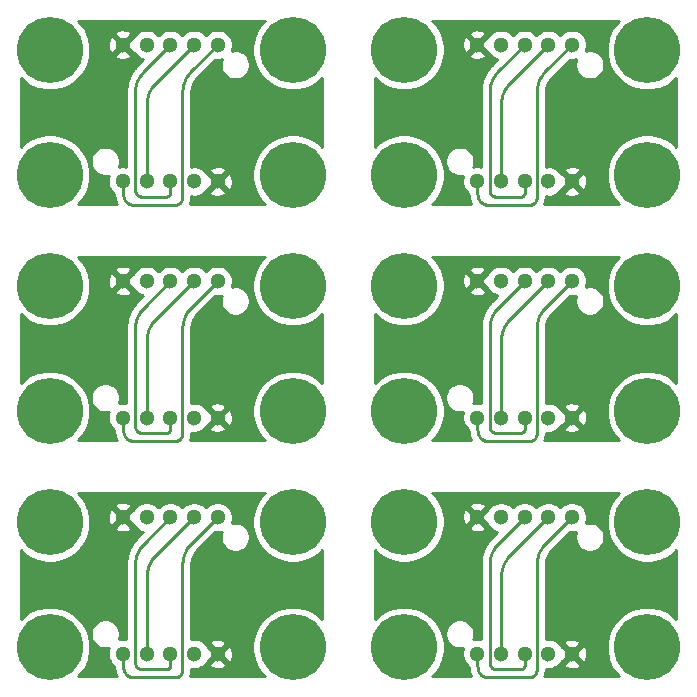
<source format=gbl>
%MOIN*%
%OFA0B0*%
%FSLAX46Y46*%
%IPPOS*%
%LPD*%
%ADD10C,0.051181102362204731*%
%ADD11C,0.22047244094488189*%
%ADD12C,0.14173228346456693*%
%ADD13C,0.00984251968503937*%
%ADD14C,0.01*%
%ADD15C,0.0039370078740157488*%
%ADD26C,0.051181102362204731*%
%ADD27C,0.22047244094488189*%
%ADD28C,0.14173228346456693*%
%ADD29C,0.00984251968503937*%
%ADD30C,0.01*%
%ADD31C,0.0039370078740157488*%
%ADD32C,0.051181102362204731*%
%ADD33C,0.22047244094488189*%
%ADD34C,0.14173228346456693*%
%ADD35C,0.00984251968503937*%
%ADD36C,0.01*%
%ADD37C,0.0039370078740157488*%
%ADD38C,0.051181102362204731*%
%ADD39C,0.22047244094488189*%
%ADD40C,0.14173228346456693*%
%ADD41C,0.00984251968503937*%
%ADD42C,0.01*%
%ADD43C,0.0039370078740157488*%
%ADD44C,0.051181102362204731*%
%ADD45C,0.22047244094488189*%
%ADD46C,0.14173228346456693*%
%ADD47C,0.00984251968503937*%
%ADD48C,0.01*%
%ADD49C,0.0039370078740157488*%
%ADD50C,0.051181102362204731*%
%ADD51C,0.22047244094488189*%
%ADD52C,0.14173228346456693*%
%ADD53C,0.00984251968503937*%
%ADD54C,0.01*%
%ADD55C,0.0039370078740157488*%
G01*
D10*
X-0004771889Y0004232500D02*
X0000685590Y0000560000D03*
X0000606850Y0000560000D03*
X0000528110Y0000560000D03*
X0000449370Y0000560000D03*
X0000370629Y0000560000D03*
X0000370629Y0000103999D03*
X0000449370Y0000103999D03*
X0000528110Y0000103999D03*
X0000606850Y0000103999D03*
X0000685590Y0000103999D03*
D11*
X0000125984Y0000125984D03*
D12*
X0000125984Y0000125984D03*
D11*
X0000937007Y0000125984D03*
D12*
X0000937007Y0000125984D03*
D11*
X0000937007Y0000543307D03*
D12*
X0000937007Y0000543307D03*
D11*
X0000125984Y0000543307D03*
D12*
X0000125984Y0000543307D03*
D13*
X0000370629Y0000067809D02*
X0000370673Y0000065123D01*
X0000370673Y0000065123D02*
X0000370805Y0000062526D01*
X0000370805Y0000062526D02*
X0000371026Y0000060016D01*
X0000371026Y0000060016D02*
X0000371334Y0000057595D01*
X0000371334Y0000057595D02*
X0000371730Y0000055262D01*
X0000371730Y0000055262D02*
X0000372214Y0000053016D01*
X0000372214Y0000053016D02*
X0000372787Y0000050859D01*
X0000372787Y0000050859D02*
X0000373447Y0000048790D01*
X0000373447Y0000048790D02*
X0000374195Y0000046808D01*
X0000374195Y0000046808D02*
X0000375032Y0000044915D01*
X0000375032Y0000044915D02*
X0000375957Y0000043110D01*
X0000375957Y0000043110D02*
X0000376969Y0000041393D01*
X0000376969Y0000041393D02*
X0000378070Y0000039764D01*
X0000378070Y0000039764D02*
X0000379259Y0000038223D01*
X0000379259Y0000038223D02*
X0000380535Y0000036770D01*
X0000380535Y0000036770D02*
X0000381900Y0000035406D01*
X0000381900Y0000035406D02*
X0000383353Y0000034129D01*
X0000383353Y0000034129D02*
X0000384894Y0000032940D01*
X0000384894Y0000032940D02*
X0000386523Y0000031839D01*
X0000386523Y0000031839D02*
X0000388240Y0000030827D01*
X0000388240Y0000030827D02*
X0000390045Y0000029902D01*
X0000390045Y0000029902D02*
X0000391938Y0000029066D01*
X0000391938Y0000029066D02*
X0000393919Y0000028317D01*
X0000393919Y0000028317D02*
X0000395989Y0000027657D01*
X0000395989Y0000027657D02*
X0000398146Y0000027084D01*
X0000398146Y0000027084D02*
X0000400391Y0000026600D01*
X0000400391Y0000026600D02*
X0000402725Y0000026204D01*
X0000402725Y0000026204D02*
X0000405146Y0000025896D01*
X0000405146Y0000025896D02*
X0000407656Y0000025676D01*
X0000407656Y0000025676D02*
X0000410253Y0000025544D01*
X0000410253Y0000025544D02*
X0000412939Y0000025500D01*
X0000537610Y0000025500D02*
X0000539568Y0000025532D01*
X0000539568Y0000025532D02*
X0000541462Y0000025628D01*
X0000541462Y0000025628D02*
X0000543292Y0000025789D01*
X0000543292Y0000025789D02*
X0000545058Y0000026013D01*
X0000545058Y0000026013D02*
X0000546760Y0000026302D01*
X0000546760Y0000026302D02*
X0000548397Y0000026655D01*
X0000548397Y0000026655D02*
X0000549971Y0000027073D01*
X0000549971Y0000027073D02*
X0000551480Y0000027554D01*
X0000551480Y0000027554D02*
X0000552924Y0000028100D01*
X0000552924Y0000028100D02*
X0000554305Y0000028710D01*
X0000554305Y0000028710D02*
X0000555621Y0000029384D01*
X0000555621Y0000029384D02*
X0000556874Y0000030123D01*
X0000556874Y0000030123D02*
X0000558061Y0000030926D01*
X0000558061Y0000030926D02*
X0000559185Y0000031792D01*
X0000559185Y0000031792D02*
X0000560245Y0000032723D01*
X0000560245Y0000032723D02*
X0000561240Y0000033719D01*
X0000561240Y0000033719D02*
X0000562171Y0000034778D01*
X0000562171Y0000034778D02*
X0000563038Y0000035902D01*
X0000563038Y0000035902D02*
X0000563841Y0000037090D01*
X0000563841Y0000037090D02*
X0000564579Y0000038342D01*
X0000564579Y0000038342D02*
X0000565253Y0000039659D01*
X0000565253Y0000039659D02*
X0000565863Y0000041039D01*
X0000565863Y0000041039D02*
X0000566409Y0000042484D01*
X0000566409Y0000042484D02*
X0000566891Y0000043993D01*
X0000566891Y0000043993D02*
X0000567308Y0000045566D01*
X0000567308Y0000045566D02*
X0000567661Y0000047204D01*
X0000567661Y0000047204D02*
X0000567950Y0000048905D01*
X0000567950Y0000048905D02*
X0000568175Y0000050671D01*
X0000568175Y0000050671D02*
X0000568336Y0000052501D01*
X0000568336Y0000052501D02*
X0000568432Y0000054395D01*
X0000568432Y0000054395D02*
X0000568464Y0000056354D01*
X0000412939Y0000025500D02*
X0000537610Y0000025500D01*
X0000370629Y0000103999D02*
X0000370629Y0000067809D01*
X0000568464Y0000403503D02*
X0000568464Y0000056354D01*
X0000568464Y0000403503D02*
X0000568578Y0000408167D01*
X0000568578Y0000408167D02*
X0000568922Y0000412820D01*
X0000568922Y0000412820D02*
X0000569493Y0000417450D01*
X0000569493Y0000417450D02*
X0000570290Y0000422046D01*
X0000570290Y0000422046D02*
X0000571312Y0000426598D01*
X0000571312Y0000426598D02*
X0000572557Y0000431094D01*
X0000572557Y0000431094D02*
X0000574020Y0000435524D01*
X0000574020Y0000435524D02*
X0000575699Y0000439877D01*
X0000575699Y0000439877D02*
X0000577590Y0000444142D01*
X0000577590Y0000444142D02*
X0000579687Y0000448309D01*
X0000579687Y0000448309D02*
X0000581987Y0000452368D01*
X0000581987Y0000452368D02*
X0000584482Y0000456309D01*
X0000584482Y0000456309D02*
X0000587169Y0000460123D01*
X0000587169Y0000460123D02*
X0000590039Y0000463801D01*
X0000590039Y0000463801D02*
X0000593086Y0000467334D01*
X0000593086Y0000467334D02*
X0000596303Y0000470712D01*
X0000596303Y0000470712D02*
X0000685590Y0000560000D01*
X0000477208Y0000430358D02*
X0000606850Y0000560000D01*
X0000477208Y0000430358D02*
X0000473992Y0000426979D01*
X0000473992Y0000426979D02*
X0000470944Y0000423447D01*
X0000470944Y0000423447D02*
X0000468074Y0000419769D01*
X0000468074Y0000419769D02*
X0000465388Y0000415955D01*
X0000465388Y0000415955D02*
X0000462892Y0000412013D01*
X0000462892Y0000412013D02*
X0000460593Y0000407954D01*
X0000460593Y0000407954D02*
X0000458495Y0000403787D01*
X0000458495Y0000403787D02*
X0000456605Y0000399522D01*
X0000456605Y0000399522D02*
X0000454926Y0000395170D01*
X0000454926Y0000395170D02*
X0000453462Y0000390740D01*
X0000453462Y0000390740D02*
X0000452218Y0000386244D01*
X0000452218Y0000386244D02*
X0000451196Y0000381692D01*
X0000451196Y0000381692D02*
X0000450398Y0000377095D01*
X0000450398Y0000377095D02*
X0000449827Y0000372465D01*
X0000449827Y0000372465D02*
X0000449484Y0000367813D01*
X0000449484Y0000367813D02*
X0000449370Y0000363149D01*
X0000449370Y0000363149D02*
X0000449370Y0000103999D01*
X0000434610Y0000053499D02*
X0000433110Y0000053524D01*
X0000433110Y0000053524D02*
X0000431659Y0000053598D01*
X0000431659Y0000053598D02*
X0000430258Y0000053721D01*
X0000430258Y0000053721D02*
X0000428906Y0000053893D01*
X0000428906Y0000053893D02*
X0000427603Y0000054114D01*
X0000427603Y0000054114D02*
X0000426349Y0000054385D01*
X0000426349Y0000054385D02*
X0000425145Y0000054704D01*
X0000425145Y0000054704D02*
X0000423989Y0000055073D01*
X0000423989Y0000055073D02*
X0000422883Y0000055491D01*
X0000422883Y0000055491D02*
X0000421826Y0000055958D01*
X0000421826Y0000055958D02*
X0000420818Y0000056474D01*
X0000420818Y0000056474D02*
X0000419859Y0000057040D01*
X0000419859Y0000057040D02*
X0000418949Y0000057654D01*
X0000418949Y0000057654D02*
X0000418089Y0000058318D01*
X0000418089Y0000058318D02*
X0000417277Y0000059031D01*
X0000417277Y0000059031D02*
X0000416515Y0000059793D01*
X0000416515Y0000059793D02*
X0000415802Y0000060605D01*
X0000415802Y0000060605D02*
X0000415138Y0000061465D01*
X0000415138Y0000061465D02*
X0000414524Y0000062375D01*
X0000414524Y0000062375D02*
X0000413958Y0000063333D01*
X0000413958Y0000063333D02*
X0000413442Y0000064342D01*
X0000413442Y0000064342D02*
X0000412975Y0000065399D01*
X0000412975Y0000065399D02*
X0000412557Y0000066505D01*
X0000412557Y0000066505D02*
X0000412188Y0000067660D01*
X0000412188Y0000067660D02*
X0000411869Y0000068865D01*
X0000411869Y0000068865D02*
X0000411598Y0000070119D01*
X0000411598Y0000070119D02*
X0000411377Y0000071422D01*
X0000411377Y0000071422D02*
X0000411205Y0000072774D01*
X0000411205Y0000072774D02*
X0000411082Y0000074175D01*
X0000411082Y0000074175D02*
X0000411008Y0000075626D01*
X0000411008Y0000075626D02*
X0000410984Y0000077126D01*
X0000528110Y0000067999D02*
X0000528095Y0000067079D01*
X0000528095Y0000067079D02*
X0000528049Y0000066189D01*
X0000528049Y0000066189D02*
X0000527974Y0000065329D01*
X0000527974Y0000065329D02*
X0000527868Y0000064499D01*
X0000527868Y0000064499D02*
X0000527732Y0000063699D01*
X0000527732Y0000063699D02*
X0000527566Y0000062930D01*
X0000527566Y0000062930D02*
X0000527370Y0000062190D01*
X0000527370Y0000062190D02*
X0000527144Y0000061481D01*
X0000527144Y0000061481D02*
X0000526887Y0000060802D01*
X0000526887Y0000060802D02*
X0000526601Y0000060154D01*
X0000526601Y0000060154D02*
X0000526284Y0000059535D01*
X0000526284Y0000059535D02*
X0000525937Y0000058946D01*
X0000525937Y0000058946D02*
X0000525560Y0000058388D01*
X0000525560Y0000058388D02*
X0000525152Y0000057860D01*
X0000525152Y0000057860D02*
X0000524715Y0000057362D01*
X0000524715Y0000057362D02*
X0000524247Y0000056894D01*
X0000524247Y0000056894D02*
X0000523749Y0000056457D01*
X0000523749Y0000056457D02*
X0000523221Y0000056049D01*
X0000523221Y0000056049D02*
X0000522663Y0000055672D01*
X0000522663Y0000055672D02*
X0000522074Y0000055325D01*
X0000522074Y0000055325D02*
X0000521456Y0000055008D01*
X0000521456Y0000055008D02*
X0000520807Y0000054722D01*
X0000520807Y0000054722D02*
X0000520128Y0000054465D01*
X0000520128Y0000054465D02*
X0000519419Y0000054239D01*
X0000519419Y0000054239D02*
X0000518679Y0000054043D01*
X0000518679Y0000054043D02*
X0000517910Y0000053877D01*
X0000517910Y0000053877D02*
X0000517110Y0000053741D01*
X0000517110Y0000053741D02*
X0000516280Y0000053635D01*
X0000516280Y0000053635D02*
X0000515420Y0000053560D01*
X0000515420Y0000053560D02*
X0000514530Y0000053515D01*
X0000514530Y0000053515D02*
X0000513610Y0000053499D01*
X0000434610Y0000053499D02*
X0000513610Y0000053499D01*
X0000528110Y0000067999D02*
X0000528110Y0000103999D01*
X0000410984Y0000403503D02*
X0000410984Y0000077126D01*
X0000410984Y0000403503D02*
X0000411098Y0000408167D01*
X0000411098Y0000408167D02*
X0000411441Y0000412820D01*
X0000411441Y0000412820D02*
X0000412012Y0000417450D01*
X0000412012Y0000417450D02*
X0000412810Y0000422046D01*
X0000412810Y0000422046D02*
X0000413832Y0000426598D01*
X0000413832Y0000426598D02*
X0000415076Y0000431094D01*
X0000415076Y0000431094D02*
X0000416540Y0000435524D01*
X0000416540Y0000435524D02*
X0000418219Y0000439877D01*
X0000418219Y0000439877D02*
X0000420109Y0000444142D01*
X0000420109Y0000444142D02*
X0000422207Y0000448309D01*
X0000422207Y0000448309D02*
X0000424506Y0000452368D01*
X0000424506Y0000452368D02*
X0000427002Y0000456309D01*
X0000427002Y0000456309D02*
X0000429688Y0000460123D01*
X0000429688Y0000460123D02*
X0000432558Y0000463801D01*
X0000432558Y0000463801D02*
X0000435606Y0000467334D01*
X0000435606Y0000467334D02*
X0000438822Y0000470712D01*
X0000438822Y0000470712D02*
X0000528110Y0000560000D01*
D14*
X0000831963Y0000629515D02*
X0000817163Y0000607365D01*
X0000806968Y0000582753D01*
X0000801771Y0000556626D01*
X0000801771Y0000529987D01*
X0000806968Y0000503860D01*
X0000817163Y0000479248D01*
X0000831963Y0000457098D01*
X0000850799Y0000438262D01*
X0000872949Y0000423462D01*
X0000897560Y0000413267D01*
X0000923688Y0000408070D01*
X0000950327Y0000408070D01*
X0000976454Y0000413267D01*
X0001001066Y0000423462D01*
X0001023215Y0000438262D01*
X0001034055Y0000449101D01*
X0001034055Y0000220189D01*
X0001023215Y0000231029D01*
X0001001066Y0000245828D01*
X0000976454Y0000256023D01*
X0000950327Y0000261220D01*
X0000923688Y0000261220D01*
X0000897560Y0000256023D01*
X0000872949Y0000245828D01*
X0000850799Y0000231029D01*
X0000831963Y0000212192D01*
X0000817163Y0000190042D01*
X0000806968Y0000165431D01*
X0000801771Y0000139303D01*
X0000801771Y0000112664D01*
X0000806968Y0000086537D01*
X0000817163Y0000061925D01*
X0000831963Y0000039776D01*
X0000842802Y0000028936D01*
X0000593258Y0000028936D01*
X0000593334Y0000029089D01*
X0000593564Y0000029697D01*
X0000593826Y0000030291D01*
X0000594082Y0000031070D01*
X0000594157Y0000031267D01*
X0000594467Y0000031986D01*
X0000594676Y0000032641D01*
X0000594919Y0000033284D01*
X0000595122Y0000034040D01*
X0000595175Y0000034204D01*
X0000595435Y0000034900D01*
X0000595621Y0000035603D01*
X0000595842Y0000036296D01*
X0000595998Y0000037022D01*
X0000596032Y0000037152D01*
X0000596247Y0000037820D01*
X0000596409Y0000038572D01*
X0000596606Y0000039314D01*
X0000596718Y0000040007D01*
X0000596740Y0000040106D01*
X0000596914Y0000040745D01*
X0000597049Y0000041541D01*
X0000597220Y0000042331D01*
X0000597295Y0000042990D01*
X0000597308Y0000043062D01*
X0000597447Y0000043670D01*
X0000597553Y0000044510D01*
X0000597695Y0000045345D01*
X0000597739Y0000045967D01*
X0000597745Y0000046017D01*
X0000597853Y0000046593D01*
X0000597931Y0000047474D01*
X0000598042Y0000048352D01*
X0000598059Y0000048937D01*
X0000598062Y0000048970D01*
X0000598143Y0000049513D01*
X0000598190Y0000050433D01*
X0000598271Y0000051351D01*
X0000598265Y0000051900D01*
X0000598266Y0000051922D01*
X0000598325Y0000052434D01*
X0000598341Y0000053389D01*
X0000598377Y0000054103D01*
X0000601867Y0000053409D01*
X0000611833Y0000053409D01*
X0000621607Y0000055353D01*
X0000630814Y0000059167D01*
X0000639100Y0000064703D01*
X0000643532Y0000069136D01*
X0000657798Y0000069136D01*
X0000659900Y0000060133D01*
X0000668951Y0000055964D01*
X0000678642Y0000053641D01*
X0000688600Y0000053253D01*
X0000698442Y0000054816D01*
X0000707791Y0000058268D01*
X0000711280Y0000060133D01*
X0000713382Y0000069136D01*
X0000685590Y0000096928D01*
X0000657798Y0000069136D01*
X0000643532Y0000069136D01*
X0000646146Y0000071750D01*
X0000649341Y0000076531D01*
X0000650727Y0000076207D01*
X0000678519Y0000103999D01*
X0000692661Y0000103999D01*
X0000720453Y0000076207D01*
X0000729456Y0000078309D01*
X0000733625Y0000087361D01*
X0000735948Y0000097052D01*
X0000736336Y0000107010D01*
X0000734774Y0000116852D01*
X0000731321Y0000126200D01*
X0000729456Y0000129690D01*
X0000720453Y0000131792D01*
X0000692661Y0000103999D01*
X0000678519Y0000103999D01*
X0000650727Y0000131792D01*
X0000649341Y0000131468D01*
X0000646146Y0000136249D01*
X0000643532Y0000138863D01*
X0000657798Y0000138863D01*
X0000685590Y0000111071D01*
X0000713382Y0000138863D01*
X0000711280Y0000147866D01*
X0000702229Y0000152035D01*
X0000692538Y0000154358D01*
X0000682580Y0000154746D01*
X0000672738Y0000153183D01*
X0000663389Y0000149731D01*
X0000659900Y0000147866D01*
X0000657798Y0000138863D01*
X0000643532Y0000138863D01*
X0000639100Y0000143296D01*
X0000630814Y0000148832D01*
X0000621607Y0000152646D01*
X0000611833Y0000154590D01*
X0000601867Y0000154590D01*
X0000598385Y0000153897D01*
X0000598385Y0000403137D01*
X0000598473Y0000406699D01*
X0000598708Y0000409886D01*
X0000599099Y0000413058D01*
X0000599645Y0000416207D01*
X0000600346Y0000419325D01*
X0000601198Y0000422406D01*
X0000602201Y0000425441D01*
X0000603351Y0000428423D01*
X0000604646Y0000431345D01*
X0000606083Y0000434200D01*
X0000607658Y0000436980D01*
X0000609369Y0000439681D01*
X0000611209Y0000442294D01*
X0000613175Y0000444814D01*
X0000615263Y0000447233D01*
X0000617720Y0000449815D01*
X0000677861Y0000509955D01*
X0000680607Y0000509409D01*
X0000690573Y0000509409D01*
X0000699522Y0000511189D01*
X0000697892Y0000507253D01*
X0000696023Y0000497859D01*
X0000696023Y0000488281D01*
X0000697892Y0000478888D01*
X0000701557Y0000470039D01*
X0000706878Y0000462076D01*
X0000713650Y0000455303D01*
X0000721614Y0000449982D01*
X0000730463Y0000446317D01*
X0000739856Y0000444448D01*
X0000749434Y0000444448D01*
X0000758828Y0000446317D01*
X0000767676Y0000449982D01*
X0000775640Y0000455303D01*
X0000782412Y0000462076D01*
X0000787733Y0000470039D01*
X0000791399Y0000478888D01*
X0000793267Y0000488281D01*
X0000793267Y0000497859D01*
X0000791399Y0000507253D01*
X0000787733Y0000516102D01*
X0000782412Y0000524065D01*
X0000775640Y0000530838D01*
X0000767676Y0000536159D01*
X0000758828Y0000539824D01*
X0000749434Y0000541692D01*
X0000739856Y0000541692D01*
X0000732129Y0000540155D01*
X0000734236Y0000545243D01*
X0000736181Y0000555017D01*
X0000736181Y0000564982D01*
X0000734236Y0000574756D01*
X0000730423Y0000583963D01*
X0000724886Y0000592249D01*
X0000717840Y0000599296D01*
X0000709554Y0000604832D01*
X0000700347Y0000608646D01*
X0000690573Y0000610590D01*
X0000680607Y0000610590D01*
X0000670833Y0000608646D01*
X0000661626Y0000604832D01*
X0000653340Y0000599296D01*
X0000646294Y0000592249D01*
X0000646220Y0000592139D01*
X0000646146Y0000592249D01*
X0000639100Y0000599296D01*
X0000630814Y0000604832D01*
X0000621607Y0000608646D01*
X0000611833Y0000610590D01*
X0000601867Y0000610590D01*
X0000592093Y0000608646D01*
X0000582886Y0000604832D01*
X0000574600Y0000599296D01*
X0000567554Y0000592249D01*
X0000567480Y0000592139D01*
X0000567406Y0000592249D01*
X0000560359Y0000599296D01*
X0000552073Y0000604832D01*
X0000542866Y0000608646D01*
X0000533092Y0000610590D01*
X0000523127Y0000610590D01*
X0000513353Y0000608646D01*
X0000504146Y0000604832D01*
X0000495860Y0000599296D01*
X0000488813Y0000592249D01*
X0000488740Y0000592139D01*
X0000488666Y0000592249D01*
X0000481619Y0000599296D01*
X0000473333Y0000604832D01*
X0000464126Y0000608646D01*
X0000454352Y0000610590D01*
X0000444387Y0000610590D01*
X0000434613Y0000608646D01*
X0000425406Y0000604832D01*
X0000417120Y0000599296D01*
X0000410073Y0000592249D01*
X0000406879Y0000587468D01*
X0000405493Y0000587792D01*
X0000377700Y0000560000D01*
X0000405493Y0000532207D01*
X0000406879Y0000532531D01*
X0000410073Y0000527750D01*
X0000417120Y0000520703D01*
X0000425406Y0000515167D01*
X0000434613Y0000511353D01*
X0000436728Y0000510932D01*
X0000418445Y0000492649D01*
X0000418166Y0000492409D01*
X0000417405Y0000491609D01*
X0000416626Y0000490830D01*
X0000416393Y0000490546D01*
X0000414442Y0000488497D01*
X0000413909Y0000487990D01*
X0000413429Y0000487434D01*
X0000412922Y0000486901D01*
X0000412470Y0000486321D01*
X0000410381Y0000483901D01*
X0000409874Y0000483368D01*
X0000409422Y0000482789D01*
X0000408942Y0000482232D01*
X0000408518Y0000481631D01*
X0000406552Y0000479111D01*
X0000406072Y0000478554D01*
X0000405648Y0000477953D01*
X0000405196Y0000477373D01*
X0000404802Y0000476752D01*
X0000402962Y0000474138D01*
X0000402509Y0000473559D01*
X0000402116Y0000472937D01*
X0000401693Y0000472336D01*
X0000401330Y0000471697D01*
X0000399620Y0000468995D01*
X0000399197Y0000468395D01*
X0000398834Y0000467755D01*
X0000398441Y0000467134D01*
X0000398110Y0000466477D01*
X0000396535Y0000463696D01*
X0000396141Y0000463074D01*
X0000395810Y0000462417D01*
X0000395448Y0000461778D01*
X0000395150Y0000461106D01*
X0000393713Y0000458250D01*
X0000393351Y0000457610D01*
X0000393053Y0000456938D01*
X0000392722Y0000456282D01*
X0000392457Y0000455596D01*
X0000391162Y0000452673D01*
X0000390831Y0000452016D01*
X0000390567Y0000451331D01*
X0000390269Y0000450658D01*
X0000390038Y0000449960D01*
X0000388888Y0000446977D01*
X0000388590Y0000446305D01*
X0000388359Y0000445608D01*
X0000388095Y0000444921D01*
X0000387898Y0000444212D01*
X0000386896Y0000441178D01*
X0000386631Y0000440491D01*
X0000386435Y0000439782D01*
X0000386204Y0000439084D01*
X0000386043Y0000438368D01*
X0000385191Y0000435286D01*
X0000384960Y0000434588D01*
X0000384799Y0000433871D01*
X0000384603Y0000433162D01*
X0000384477Y0000432437D01*
X0000383777Y0000429318D01*
X0000383581Y0000428610D01*
X0000383455Y0000427885D01*
X0000383294Y0000427168D01*
X0000383204Y0000426438D01*
X0000382657Y0000423289D01*
X0000382496Y0000422571D01*
X0000382406Y0000421841D01*
X0000382280Y0000421117D01*
X0000382226Y0000420384D01*
X0000381835Y0000417211D01*
X0000381709Y0000416487D01*
X0000381655Y0000415753D01*
X0000381565Y0000415024D01*
X0000381547Y0000414289D01*
X0000381312Y0000411100D01*
X0000381222Y0000410371D01*
X0000381204Y0000409636D01*
X0000381150Y0000408902D01*
X0000381168Y0000408167D01*
X0000381099Y0000405339D01*
X0000381062Y0000404973D01*
X0000381062Y0000403870D01*
X0000381035Y0000402768D01*
X0000381062Y0000402401D01*
X0000381062Y0000153506D01*
X0000375612Y0000154590D01*
X0000365647Y0000154590D01*
X0000356697Y0000152810D01*
X0000358328Y0000156746D01*
X0000360196Y0000166140D01*
X0000360196Y0000175717D01*
X0000358328Y0000185111D01*
X0000354663Y0000193960D01*
X0000349341Y0000201923D01*
X0000342569Y0000208696D01*
X0000334605Y0000214017D01*
X0000325757Y0000217682D01*
X0000316363Y0000219551D01*
X0000306785Y0000219551D01*
X0000297392Y0000217682D01*
X0000288543Y0000214017D01*
X0000280580Y0000208696D01*
X0000273807Y0000201923D01*
X0000268486Y0000193960D01*
X0000264821Y0000185111D01*
X0000262952Y0000175717D01*
X0000262952Y0000166140D01*
X0000264821Y0000156746D01*
X0000268486Y0000147897D01*
X0000273807Y0000139934D01*
X0000280580Y0000133161D01*
X0000288543Y0000127840D01*
X0000297392Y0000124175D01*
X0000306785Y0000122307D01*
X0000316363Y0000122307D01*
X0000324090Y0000123844D01*
X0000321983Y0000118756D01*
X0000320039Y0000108982D01*
X0000320039Y0000099017D01*
X0000321983Y0000089243D01*
X0000325797Y0000080036D01*
X0000331333Y0000071750D01*
X0000338380Y0000064703D01*
X0000340788Y0000063094D01*
X0000340839Y0000062652D01*
X0000340876Y0000061925D01*
X0000340870Y0000061376D01*
X0000340951Y0000060459D01*
X0000340997Y0000059538D01*
X0000341079Y0000058995D01*
X0000341142Y0000058282D01*
X0000341158Y0000057696D01*
X0000341270Y0000056819D01*
X0000341347Y0000055938D01*
X0000341455Y0000055362D01*
X0000341545Y0000054656D01*
X0000341589Y0000054034D01*
X0000341731Y0000053199D01*
X0000341838Y0000052359D01*
X0000341977Y0000051751D01*
X0000342096Y0000051048D01*
X0000342171Y0000050390D01*
X0000342342Y0000049599D01*
X0000342477Y0000048803D01*
X0000342651Y0000048165D01*
X0000342804Y0000047457D01*
X0000342917Y0000046764D01*
X0000343114Y0000046022D01*
X0000343275Y0000045271D01*
X0000343490Y0000044602D01*
X0000343680Y0000043888D01*
X0000343835Y0000043162D01*
X0000344056Y0000042469D01*
X0000344243Y0000041765D01*
X0000344503Y0000041069D01*
X0000344734Y0000040346D01*
X0000344937Y0000039590D01*
X0000345180Y0000038947D01*
X0000345389Y0000038292D01*
X0000345699Y0000037573D01*
X0000345976Y0000036840D01*
X0000346233Y0000036060D01*
X0000346495Y0000035466D01*
X0000346725Y0000034859D01*
X0000347089Y0000034123D01*
X0000347416Y0000033381D01*
X0000347731Y0000032583D01*
X0000348010Y0000032038D01*
X0000348257Y0000031478D01*
X0000348680Y0000030731D01*
X0000349061Y0000029985D01*
X0000349437Y0000029177D01*
X0000349578Y0000028936D01*
X0000220189Y0000028936D01*
X0000231029Y0000039776D01*
X0000245828Y0000061925D01*
X0000256023Y0000086537D01*
X0000261220Y0000112664D01*
X0000261220Y0000139303D01*
X0000256023Y0000165431D01*
X0000245828Y0000190042D01*
X0000231029Y0000212192D01*
X0000212192Y0000231029D01*
X0000190042Y0000245828D01*
X0000165431Y0000256023D01*
X0000139303Y0000261220D01*
X0000112664Y0000261220D01*
X0000086537Y0000256023D01*
X0000061925Y0000245828D01*
X0000039776Y0000231029D01*
X0000028936Y0000220189D01*
X0000028936Y0000449101D01*
X0000039776Y0000438262D01*
X0000061925Y0000423462D01*
X0000086537Y0000413267D01*
X0000112664Y0000408070D01*
X0000139303Y0000408070D01*
X0000165431Y0000413267D01*
X0000190042Y0000423462D01*
X0000212192Y0000438262D01*
X0000231029Y0000457098D01*
X0000245828Y0000479248D01*
X0000256023Y0000503860D01*
X0000260255Y0000525136D01*
X0000342837Y0000525136D01*
X0000344939Y0000516133D01*
X0000353991Y0000511964D01*
X0000363682Y0000509641D01*
X0000373639Y0000509253D01*
X0000383482Y0000510816D01*
X0000392830Y0000514268D01*
X0000396320Y0000516133D01*
X0000398422Y0000525136D01*
X0000370629Y0000552928D01*
X0000342837Y0000525136D01*
X0000260255Y0000525136D01*
X0000261220Y0000529987D01*
X0000261220Y0000556626D01*
X0000261148Y0000556989D01*
X0000319883Y0000556989D01*
X0000321446Y0000547147D01*
X0000324898Y0000537799D01*
X0000326763Y0000534309D01*
X0000335766Y0000532207D01*
X0000363558Y0000560000D01*
X0000335766Y0000587792D01*
X0000326763Y0000585690D01*
X0000322594Y0000576638D01*
X0000320271Y0000566947D01*
X0000319883Y0000556989D01*
X0000261148Y0000556989D01*
X0000256023Y0000582753D01*
X0000251007Y0000594863D01*
X0000342837Y0000594863D01*
X0000370629Y0000567071D01*
X0000398422Y0000594863D01*
X0000396320Y0000603866D01*
X0000387268Y0000608035D01*
X0000377577Y0000610358D01*
X0000367619Y0000610746D01*
X0000357777Y0000609183D01*
X0000348429Y0000605731D01*
X0000344939Y0000603866D01*
X0000342837Y0000594863D01*
X0000251007Y0000594863D01*
X0000245828Y0000607365D01*
X0000231029Y0000629515D01*
X0000220189Y0000640354D01*
X0000842802Y0000640354D01*
X0000831963Y0000629515D01*
D15*
G36*
X0000831963Y0000629515D02*
G01*
X0000817163Y0000607365D01*
X0000806968Y0000582753D01*
X0000801771Y0000556626D01*
X0000801771Y0000529987D01*
X0000806968Y0000503860D01*
X0000817163Y0000479248D01*
X0000831963Y0000457098D01*
X0000850799Y0000438262D01*
X0000872949Y0000423462D01*
X0000897560Y0000413267D01*
X0000923688Y0000408070D01*
X0000950327Y0000408070D01*
X0000976454Y0000413267D01*
X0001001066Y0000423462D01*
X0001023215Y0000438262D01*
X0001034055Y0000449101D01*
X0001034055Y0000220189D01*
X0001023215Y0000231029D01*
X0001001066Y0000245828D01*
X0000976454Y0000256023D01*
X0000950327Y0000261220D01*
X0000923688Y0000261220D01*
X0000897560Y0000256023D01*
X0000872949Y0000245828D01*
X0000850799Y0000231029D01*
X0000831963Y0000212192D01*
X0000817163Y0000190042D01*
X0000806968Y0000165431D01*
X0000801771Y0000139303D01*
X0000801771Y0000112664D01*
X0000806968Y0000086537D01*
X0000817163Y0000061925D01*
X0000831963Y0000039776D01*
X0000842802Y0000028936D01*
X0000593258Y0000028936D01*
X0000593334Y0000029089D01*
X0000593564Y0000029697D01*
X0000593826Y0000030291D01*
X0000594082Y0000031070D01*
X0000594157Y0000031267D01*
X0000594467Y0000031986D01*
X0000594676Y0000032641D01*
X0000594919Y0000033284D01*
X0000595122Y0000034040D01*
X0000595175Y0000034204D01*
X0000595435Y0000034900D01*
X0000595621Y0000035603D01*
X0000595842Y0000036296D01*
X0000595998Y0000037022D01*
X0000596032Y0000037152D01*
X0000596247Y0000037820D01*
X0000596409Y0000038572D01*
X0000596606Y0000039314D01*
X0000596718Y0000040007D01*
X0000596740Y0000040106D01*
X0000596914Y0000040745D01*
X0000597049Y0000041541D01*
X0000597220Y0000042331D01*
X0000597295Y0000042990D01*
X0000597308Y0000043062D01*
X0000597447Y0000043670D01*
X0000597553Y0000044510D01*
X0000597695Y0000045345D01*
X0000597739Y0000045967D01*
X0000597745Y0000046017D01*
X0000597853Y0000046593D01*
X0000597931Y0000047474D01*
X0000598042Y0000048352D01*
X0000598059Y0000048937D01*
X0000598062Y0000048970D01*
X0000598143Y0000049513D01*
X0000598190Y0000050433D01*
X0000598271Y0000051351D01*
X0000598265Y0000051900D01*
X0000598266Y0000051922D01*
X0000598325Y0000052434D01*
X0000598341Y0000053389D01*
X0000598377Y0000054103D01*
X0000601867Y0000053409D01*
X0000611833Y0000053409D01*
X0000621607Y0000055353D01*
X0000630814Y0000059167D01*
X0000639100Y0000064703D01*
X0000643532Y0000069136D01*
X0000657798Y0000069136D01*
X0000659900Y0000060133D01*
X0000668951Y0000055964D01*
X0000678642Y0000053641D01*
X0000688600Y0000053253D01*
X0000698442Y0000054816D01*
X0000707791Y0000058268D01*
X0000711280Y0000060133D01*
X0000713382Y0000069136D01*
X0000685590Y0000096928D01*
X0000657798Y0000069136D01*
X0000643532Y0000069136D01*
X0000646146Y0000071750D01*
X0000649341Y0000076531D01*
X0000650727Y0000076207D01*
X0000678519Y0000103999D01*
X0000692661Y0000103999D01*
X0000720453Y0000076207D01*
X0000729456Y0000078309D01*
X0000733625Y0000087361D01*
X0000735948Y0000097052D01*
X0000736336Y0000107010D01*
X0000734774Y0000116852D01*
X0000731321Y0000126200D01*
X0000729456Y0000129690D01*
X0000720453Y0000131792D01*
X0000692661Y0000103999D01*
X0000678519Y0000103999D01*
X0000650727Y0000131792D01*
X0000649341Y0000131468D01*
X0000646146Y0000136249D01*
X0000643532Y0000138863D01*
X0000657798Y0000138863D01*
X0000685590Y0000111071D01*
X0000713382Y0000138863D01*
X0000711280Y0000147866D01*
X0000702229Y0000152035D01*
X0000692538Y0000154358D01*
X0000682580Y0000154746D01*
X0000672738Y0000153183D01*
X0000663389Y0000149731D01*
X0000659900Y0000147866D01*
X0000657798Y0000138863D01*
X0000643532Y0000138863D01*
X0000639100Y0000143296D01*
X0000630814Y0000148832D01*
X0000621607Y0000152646D01*
X0000611833Y0000154590D01*
X0000601867Y0000154590D01*
X0000598385Y0000153897D01*
X0000598385Y0000403137D01*
X0000598473Y0000406699D01*
X0000598708Y0000409886D01*
X0000599099Y0000413058D01*
X0000599645Y0000416207D01*
X0000600346Y0000419325D01*
X0000601198Y0000422406D01*
X0000602201Y0000425441D01*
X0000603351Y0000428423D01*
X0000604646Y0000431345D01*
X0000606083Y0000434200D01*
X0000607658Y0000436980D01*
X0000609369Y0000439681D01*
X0000611209Y0000442294D01*
X0000613175Y0000444814D01*
X0000615263Y0000447233D01*
X0000617720Y0000449815D01*
X0000677861Y0000509955D01*
X0000680607Y0000509409D01*
X0000690573Y0000509409D01*
X0000699522Y0000511189D01*
X0000697892Y0000507253D01*
X0000696023Y0000497859D01*
X0000696023Y0000488281D01*
X0000697892Y0000478888D01*
X0000701557Y0000470039D01*
X0000706878Y0000462076D01*
X0000713650Y0000455303D01*
X0000721614Y0000449982D01*
X0000730463Y0000446317D01*
X0000739856Y0000444448D01*
X0000749434Y0000444448D01*
X0000758828Y0000446317D01*
X0000767676Y0000449982D01*
X0000775640Y0000455303D01*
X0000782412Y0000462076D01*
X0000787733Y0000470039D01*
X0000791399Y0000478888D01*
X0000793267Y0000488281D01*
X0000793267Y0000497859D01*
X0000791399Y0000507253D01*
X0000787733Y0000516102D01*
X0000782412Y0000524065D01*
X0000775640Y0000530838D01*
X0000767676Y0000536159D01*
X0000758828Y0000539824D01*
X0000749434Y0000541692D01*
X0000739856Y0000541692D01*
X0000732129Y0000540155D01*
X0000734236Y0000545243D01*
X0000736181Y0000555017D01*
X0000736181Y0000564982D01*
X0000734236Y0000574756D01*
X0000730423Y0000583963D01*
X0000724886Y0000592249D01*
X0000717840Y0000599296D01*
X0000709554Y0000604832D01*
X0000700347Y0000608646D01*
X0000690573Y0000610590D01*
X0000680607Y0000610590D01*
X0000670833Y0000608646D01*
X0000661626Y0000604832D01*
X0000653340Y0000599296D01*
X0000646294Y0000592249D01*
X0000646220Y0000592139D01*
X0000646146Y0000592249D01*
X0000639100Y0000599296D01*
X0000630814Y0000604832D01*
X0000621607Y0000608646D01*
X0000611833Y0000610590D01*
X0000601867Y0000610590D01*
X0000592093Y0000608646D01*
X0000582886Y0000604832D01*
X0000574600Y0000599296D01*
X0000567554Y0000592249D01*
X0000567480Y0000592139D01*
X0000567406Y0000592249D01*
X0000560359Y0000599296D01*
X0000552073Y0000604832D01*
X0000542866Y0000608646D01*
X0000533092Y0000610590D01*
X0000523127Y0000610590D01*
X0000513353Y0000608646D01*
X0000504146Y0000604832D01*
X0000495860Y0000599296D01*
X0000488813Y0000592249D01*
X0000488740Y0000592139D01*
X0000488666Y0000592249D01*
X0000481619Y0000599296D01*
X0000473333Y0000604832D01*
X0000464126Y0000608646D01*
X0000454352Y0000610590D01*
X0000444387Y0000610590D01*
X0000434613Y0000608646D01*
X0000425406Y0000604832D01*
X0000417120Y0000599296D01*
X0000410073Y0000592249D01*
X0000406879Y0000587468D01*
X0000405493Y0000587792D01*
X0000377700Y0000560000D01*
X0000405493Y0000532207D01*
X0000406879Y0000532531D01*
X0000410073Y0000527750D01*
X0000417120Y0000520703D01*
X0000425406Y0000515167D01*
X0000434613Y0000511353D01*
X0000436728Y0000510932D01*
X0000418445Y0000492649D01*
X0000418166Y0000492409D01*
X0000417405Y0000491609D01*
X0000416626Y0000490830D01*
X0000416393Y0000490546D01*
X0000414442Y0000488497D01*
X0000413909Y0000487990D01*
X0000413429Y0000487434D01*
X0000412922Y0000486901D01*
X0000412470Y0000486321D01*
X0000410381Y0000483901D01*
X0000409874Y0000483368D01*
X0000409422Y0000482789D01*
X0000408942Y0000482232D01*
X0000408518Y0000481631D01*
X0000406552Y0000479111D01*
X0000406072Y0000478554D01*
X0000405648Y0000477953D01*
X0000405196Y0000477373D01*
X0000404802Y0000476752D01*
X0000402962Y0000474138D01*
X0000402509Y0000473559D01*
X0000402116Y0000472937D01*
X0000401693Y0000472336D01*
X0000401330Y0000471697D01*
X0000399620Y0000468995D01*
X0000399197Y0000468395D01*
X0000398834Y0000467755D01*
X0000398441Y0000467134D01*
X0000398110Y0000466477D01*
X0000396535Y0000463696D01*
X0000396141Y0000463074D01*
X0000395810Y0000462417D01*
X0000395448Y0000461778D01*
X0000395150Y0000461106D01*
X0000393713Y0000458250D01*
X0000393351Y0000457610D01*
X0000393053Y0000456938D01*
X0000392722Y0000456282D01*
X0000392457Y0000455596D01*
X0000391162Y0000452673D01*
X0000390831Y0000452016D01*
X0000390567Y0000451331D01*
X0000390269Y0000450658D01*
X0000390038Y0000449960D01*
X0000388888Y0000446977D01*
X0000388590Y0000446305D01*
X0000388359Y0000445608D01*
X0000388095Y0000444921D01*
X0000387898Y0000444212D01*
X0000386896Y0000441178D01*
X0000386631Y0000440491D01*
X0000386435Y0000439782D01*
X0000386204Y0000439084D01*
X0000386043Y0000438368D01*
X0000385191Y0000435286D01*
X0000384960Y0000434588D01*
X0000384799Y0000433871D01*
X0000384603Y0000433162D01*
X0000384477Y0000432437D01*
X0000383777Y0000429318D01*
X0000383581Y0000428610D01*
X0000383455Y0000427885D01*
X0000383294Y0000427168D01*
X0000383204Y0000426438D01*
X0000382657Y0000423289D01*
X0000382496Y0000422571D01*
X0000382406Y0000421841D01*
X0000382280Y0000421117D01*
X0000382226Y0000420384D01*
X0000381835Y0000417211D01*
X0000381709Y0000416487D01*
X0000381655Y0000415753D01*
X0000381565Y0000415024D01*
X0000381547Y0000414289D01*
X0000381312Y0000411100D01*
X0000381222Y0000410371D01*
X0000381204Y0000409636D01*
X0000381150Y0000408902D01*
X0000381168Y0000408167D01*
X0000381099Y0000405339D01*
X0000381062Y0000404973D01*
X0000381062Y0000403870D01*
X0000381035Y0000402768D01*
X0000381062Y0000402401D01*
X0000381062Y0000153506D01*
X0000375612Y0000154590D01*
X0000365647Y0000154590D01*
X0000356697Y0000152810D01*
X0000358328Y0000156746D01*
X0000360196Y0000166140D01*
X0000360196Y0000175717D01*
X0000358328Y0000185111D01*
X0000354663Y0000193960D01*
X0000349341Y0000201923D01*
X0000342569Y0000208696D01*
X0000334605Y0000214017D01*
X0000325757Y0000217682D01*
X0000316363Y0000219551D01*
X0000306785Y0000219551D01*
X0000297392Y0000217682D01*
X0000288543Y0000214017D01*
X0000280580Y0000208696D01*
X0000273807Y0000201923D01*
X0000268486Y0000193960D01*
X0000264821Y0000185111D01*
X0000262952Y0000175717D01*
X0000262952Y0000166140D01*
X0000264821Y0000156746D01*
X0000268486Y0000147897D01*
X0000273807Y0000139934D01*
X0000280580Y0000133161D01*
X0000288543Y0000127840D01*
X0000297392Y0000124175D01*
X0000306785Y0000122307D01*
X0000316363Y0000122307D01*
X0000324090Y0000123844D01*
X0000321983Y0000118756D01*
X0000320039Y0000108982D01*
X0000320039Y0000099017D01*
X0000321983Y0000089243D01*
X0000325797Y0000080036D01*
X0000331333Y0000071750D01*
X0000338380Y0000064703D01*
X0000340788Y0000063094D01*
X0000340839Y0000062652D01*
X0000340876Y0000061925D01*
X0000340870Y0000061376D01*
X0000340951Y0000060459D01*
X0000340997Y0000059538D01*
X0000341079Y0000058995D01*
X0000341142Y0000058282D01*
X0000341158Y0000057696D01*
X0000341270Y0000056819D01*
X0000341347Y0000055938D01*
X0000341455Y0000055362D01*
X0000341545Y0000054656D01*
X0000341589Y0000054034D01*
X0000341731Y0000053199D01*
X0000341838Y0000052359D01*
X0000341977Y0000051751D01*
X0000342096Y0000051048D01*
X0000342171Y0000050390D01*
X0000342342Y0000049599D01*
X0000342477Y0000048803D01*
X0000342651Y0000048165D01*
X0000342804Y0000047457D01*
X0000342917Y0000046764D01*
X0000343114Y0000046022D01*
X0000343275Y0000045271D01*
X0000343490Y0000044602D01*
X0000343680Y0000043888D01*
X0000343835Y0000043162D01*
X0000344056Y0000042469D01*
X0000344243Y0000041765D01*
X0000344503Y0000041069D01*
X0000344734Y0000040346D01*
X0000344937Y0000039590D01*
X0000345180Y0000038947D01*
X0000345389Y0000038292D01*
X0000345699Y0000037573D01*
X0000345976Y0000036840D01*
X0000346233Y0000036060D01*
X0000346495Y0000035466D01*
X0000346725Y0000034859D01*
X0000347089Y0000034123D01*
X0000347416Y0000033381D01*
X0000347731Y0000032583D01*
X0000348010Y0000032038D01*
X0000348257Y0000031478D01*
X0000348680Y0000030731D01*
X0000349061Y0000029985D01*
X0000349437Y0000029177D01*
X0000349578Y0000028936D01*
X0000220189Y0000028936D01*
X0000231029Y0000039776D01*
X0000245828Y0000061925D01*
X0000256023Y0000086537D01*
X0000261220Y0000112664D01*
X0000261220Y0000139303D01*
X0000256023Y0000165431D01*
X0000245828Y0000190042D01*
X0000231029Y0000212192D01*
X0000212192Y0000231029D01*
X0000190042Y0000245828D01*
X0000165431Y0000256023D01*
X0000139303Y0000261220D01*
X0000112664Y0000261220D01*
X0000086537Y0000256023D01*
X0000061925Y0000245828D01*
X0000039776Y0000231029D01*
X0000028936Y0000220189D01*
X0000028936Y0000449101D01*
X0000039776Y0000438262D01*
X0000061925Y0000423462D01*
X0000086537Y0000413267D01*
X0000112664Y0000408070D01*
X0000139303Y0000408070D01*
X0000165431Y0000413267D01*
X0000190042Y0000423462D01*
X0000212192Y0000438262D01*
X0000231029Y0000457098D01*
X0000245828Y0000479248D01*
X0000256023Y0000503860D01*
X0000260255Y0000525136D01*
X0000342837Y0000525136D01*
X0000344939Y0000516133D01*
X0000353991Y0000511964D01*
X0000363682Y0000509641D01*
X0000373639Y0000509253D01*
X0000383482Y0000510816D01*
X0000392830Y0000514268D01*
X0000396320Y0000516133D01*
X0000398422Y0000525136D01*
X0000370629Y0000552928D01*
X0000342837Y0000525136D01*
X0000260255Y0000525136D01*
X0000261220Y0000529987D01*
X0000261220Y0000556626D01*
X0000261148Y0000556989D01*
X0000319883Y0000556989D01*
X0000321446Y0000547147D01*
X0000324898Y0000537799D01*
X0000326763Y0000534309D01*
X0000335766Y0000532207D01*
X0000363558Y0000560000D01*
X0000335766Y0000587792D01*
X0000326763Y0000585690D01*
X0000322594Y0000576638D01*
X0000320271Y0000566947D01*
X0000319883Y0000556989D01*
X0000261148Y0000556989D01*
X0000256023Y0000582753D01*
X0000251007Y0000594863D01*
X0000342837Y0000594863D01*
X0000370629Y0000567071D01*
X0000398422Y0000594863D01*
X0000396320Y0000603866D01*
X0000387268Y0000608035D01*
X0000377577Y0000610358D01*
X0000367619Y0000610746D01*
X0000357777Y0000609183D01*
X0000348429Y0000605731D01*
X0000344939Y0000603866D01*
X0000342837Y0000594863D01*
X0000251007Y0000594863D01*
X0000245828Y0000607365D01*
X0000231029Y0000629515D01*
X0000220189Y0000640354D01*
X0000842802Y0000640354D01*
X0000831963Y0000629515D01*
G37*
G04 next file*
G04 Gerber Fmt 4.6, Leading zero omitted, Abs format (unit mm)*
G04 Created by KiCad (PCBNEW (5.1.10)-1) date 2021-09-16 22:13:13*
G01*
G04 APERTURE LIST*
G04 APERTURE END LIST*
D26*
X-0003590787Y0004232500D02*
X0001866692Y0000560000D03*
X0001787952Y0000560000D03*
X0001709212Y0000560000D03*
X0001630472Y0000560000D03*
X0001551732Y0000560000D03*
X0001551732Y0000103999D03*
X0001630472Y0000103999D03*
X0001709212Y0000103999D03*
X0001787952Y0000103999D03*
X0001866692Y0000103999D03*
D27*
X0001307086Y0000125984D03*
D28*
X0001307086Y0000125984D03*
D27*
X0002118110Y0000125984D03*
D28*
X0002118110Y0000125984D03*
D27*
X0002118110Y0000543307D03*
D28*
X0002118110Y0000543307D03*
D27*
X0001307086Y0000543307D03*
D28*
X0001307086Y0000543307D03*
D29*
X0001551732Y0000067809D02*
X0001551776Y0000065123D01*
X0001551776Y0000065123D02*
X0001551908Y0000062526D01*
X0001551908Y0000062526D02*
X0001552128Y0000060016D01*
X0001552128Y0000060016D02*
X0001552436Y0000057595D01*
X0001552436Y0000057595D02*
X0001552832Y0000055262D01*
X0001552832Y0000055262D02*
X0001553317Y0000053016D01*
X0001553317Y0000053016D02*
X0001553889Y0000050859D01*
X0001553889Y0000050859D02*
X0001554549Y0000048790D01*
X0001554549Y0000048790D02*
X0001555298Y0000046808D01*
X0001555298Y0000046808D02*
X0001556134Y0000044915D01*
X0001556134Y0000044915D02*
X0001557059Y0000043110D01*
X0001557059Y0000043110D02*
X0001558072Y0000041393D01*
X0001558072Y0000041393D02*
X0001559172Y0000039764D01*
X0001559172Y0000039764D02*
X0001560361Y0000038223D01*
X0001560361Y0000038223D02*
X0001561638Y0000036770D01*
X0001561638Y0000036770D02*
X0001563002Y0000035406D01*
X0001563002Y0000035406D02*
X0001564455Y0000034129D01*
X0001564455Y0000034129D02*
X0001565996Y0000032940D01*
X0001565996Y0000032940D02*
X0001567625Y0000031839D01*
X0001567625Y0000031839D02*
X0001569342Y0000030827D01*
X0001569342Y0000030827D02*
X0001571147Y0000029902D01*
X0001571147Y0000029902D02*
X0001573041Y0000029066D01*
X0001573041Y0000029066D02*
X0001575022Y0000028317D01*
X0001575022Y0000028317D02*
X0001577091Y0000027657D01*
X0001577091Y0000027657D02*
X0001579248Y0000027084D01*
X0001579248Y0000027084D02*
X0001581494Y0000026600D01*
X0001581494Y0000026600D02*
X0001583827Y0000026204D01*
X0001583827Y0000026204D02*
X0001586249Y0000025896D01*
X0001586249Y0000025896D02*
X0001588758Y0000025676D01*
X0001588758Y0000025676D02*
X0001591356Y0000025544D01*
X0001591356Y0000025544D02*
X0001594041Y0000025500D01*
X0001718712Y0000025500D02*
X0001720670Y0000025532D01*
X0001720670Y0000025532D02*
X0001722565Y0000025628D01*
X0001722565Y0000025628D02*
X0001724395Y0000025789D01*
X0001724395Y0000025789D02*
X0001726161Y0000026013D01*
X0001726161Y0000026013D02*
X0001727862Y0000026302D01*
X0001727862Y0000026302D02*
X0001729500Y0000026655D01*
X0001729500Y0000026655D02*
X0001731073Y0000027073D01*
X0001731073Y0000027073D02*
X0001732582Y0000027554D01*
X0001732582Y0000027554D02*
X0001734027Y0000028100D01*
X0001734027Y0000028100D02*
X0001735407Y0000028710D01*
X0001735407Y0000028710D02*
X0001736724Y0000029384D01*
X0001736724Y0000029384D02*
X0001737976Y0000030123D01*
X0001737976Y0000030123D02*
X0001739164Y0000030926D01*
X0001739164Y0000030926D02*
X0001740288Y0000031792D01*
X0001740288Y0000031792D02*
X0001741347Y0000032723D01*
X0001741347Y0000032723D02*
X0001742342Y0000033719D01*
X0001742342Y0000033719D02*
X0001743273Y0000034778D01*
X0001743273Y0000034778D02*
X0001744140Y0000035902D01*
X0001744140Y0000035902D02*
X0001744943Y0000037090D01*
X0001744943Y0000037090D02*
X0001745681Y0000038342D01*
X0001745681Y0000038342D02*
X0001746356Y0000039659D01*
X0001746356Y0000039659D02*
X0001746966Y0000041039D01*
X0001746966Y0000041039D02*
X0001747511Y0000042484D01*
X0001747511Y0000042484D02*
X0001747993Y0000043993D01*
X0001747993Y0000043993D02*
X0001748410Y0000045566D01*
X0001748410Y0000045566D02*
X0001748764Y0000047204D01*
X0001748764Y0000047204D02*
X0001749053Y0000048905D01*
X0001749053Y0000048905D02*
X0001749277Y0000050671D01*
X0001749277Y0000050671D02*
X0001749438Y0000052501D01*
X0001749438Y0000052501D02*
X0001749534Y0000054395D01*
X0001749534Y0000054395D02*
X0001749566Y0000056354D01*
X0001594041Y0000025500D02*
X0001718712Y0000025500D01*
X0001551732Y0000103999D02*
X0001551732Y0000067809D01*
X0001749566Y0000403503D02*
X0001749566Y0000056354D01*
X0001749566Y0000403503D02*
X0001749681Y0000408167D01*
X0001749681Y0000408167D02*
X0001750024Y0000412820D01*
X0001750024Y0000412820D02*
X0001750595Y0000417450D01*
X0001750595Y0000417450D02*
X0001751393Y0000422046D01*
X0001751393Y0000422046D02*
X0001752415Y0000426598D01*
X0001752415Y0000426598D02*
X0001753659Y0000431094D01*
X0001753659Y0000431094D02*
X0001755122Y0000435524D01*
X0001755122Y0000435524D02*
X0001756801Y0000439877D01*
X0001756801Y0000439877D02*
X0001758692Y0000444142D01*
X0001758692Y0000444142D02*
X0001760789Y0000448309D01*
X0001760789Y0000448309D02*
X0001763089Y0000452368D01*
X0001763089Y0000452368D02*
X0001765585Y0000456309D01*
X0001765585Y0000456309D02*
X0001768271Y0000460123D01*
X0001768271Y0000460123D02*
X0001771141Y0000463801D01*
X0001771141Y0000463801D02*
X0001774188Y0000467334D01*
X0001774188Y0000467334D02*
X0001777405Y0000470712D01*
X0001777405Y0000470712D02*
X0001866692Y0000560000D01*
X0001658311Y0000430358D02*
X0001787952Y0000560000D01*
X0001658311Y0000430358D02*
X0001655094Y0000426979D01*
X0001655094Y0000426979D02*
X0001652047Y0000423447D01*
X0001652047Y0000423447D02*
X0001649177Y0000419769D01*
X0001649177Y0000419769D02*
X0001646490Y0000415955D01*
X0001646490Y0000415955D02*
X0001643994Y0000412013D01*
X0001643994Y0000412013D02*
X0001641695Y0000407954D01*
X0001641695Y0000407954D02*
X0001639597Y0000403787D01*
X0001639597Y0000403787D02*
X0001637707Y0000399522D01*
X0001637707Y0000399522D02*
X0001636028Y0000395170D01*
X0001636028Y0000395170D02*
X0001634565Y0000390740D01*
X0001634565Y0000390740D02*
X0001633320Y0000386244D01*
X0001633320Y0000386244D02*
X0001632298Y0000381692D01*
X0001632298Y0000381692D02*
X0001631501Y0000377095D01*
X0001631501Y0000377095D02*
X0001630930Y0000372465D01*
X0001630930Y0000372465D02*
X0001630586Y0000367813D01*
X0001630586Y0000367813D02*
X0001630472Y0000363149D01*
X0001630472Y0000363149D02*
X0001630472Y0000103999D01*
X0001615712Y0000053499D02*
X0001614212Y0000053524D01*
X0001614212Y0000053524D02*
X0001612762Y0000053598D01*
X0001612762Y0000053598D02*
X0001611360Y0000053721D01*
X0001611360Y0000053721D02*
X0001610008Y0000053893D01*
X0001610008Y0000053893D02*
X0001608705Y0000054114D01*
X0001608705Y0000054114D02*
X0001607452Y0000054385D01*
X0001607452Y0000054385D02*
X0001606247Y0000054704D01*
X0001606247Y0000054704D02*
X0001605091Y0000055073D01*
X0001605091Y0000055073D02*
X0001603985Y0000055491D01*
X0001603985Y0000055491D02*
X0001602928Y0000055958D01*
X0001602928Y0000055958D02*
X0001601920Y0000056474D01*
X0001601920Y0000056474D02*
X0001600961Y0000057040D01*
X0001600961Y0000057040D02*
X0001600051Y0000057654D01*
X0001600051Y0000057654D02*
X0001599191Y0000058318D01*
X0001599191Y0000058318D02*
X0001598380Y0000059031D01*
X0001598380Y0000059031D02*
X0001597618Y0000059793D01*
X0001597618Y0000059793D02*
X0001596905Y0000060605D01*
X0001596905Y0000060605D02*
X0001596241Y0000061465D01*
X0001596241Y0000061465D02*
X0001595626Y0000062375D01*
X0001595626Y0000062375D02*
X0001595061Y0000063333D01*
X0001595061Y0000063333D02*
X0001594544Y0000064342D01*
X0001594544Y0000064342D02*
X0001594077Y0000065399D01*
X0001594077Y0000065399D02*
X0001593659Y0000066505D01*
X0001593659Y0000066505D02*
X0001593291Y0000067660D01*
X0001593291Y0000067660D02*
X0001592971Y0000068865D01*
X0001592971Y0000068865D02*
X0001592701Y0000070119D01*
X0001592701Y0000070119D02*
X0001592479Y0000071422D01*
X0001592479Y0000071422D02*
X0001592307Y0000072774D01*
X0001592307Y0000072774D02*
X0001592184Y0000074175D01*
X0001592184Y0000074175D02*
X0001592111Y0000075626D01*
X0001592111Y0000075626D02*
X0001592086Y0000077126D01*
X0001709212Y0000067999D02*
X0001709197Y0000067079D01*
X0001709197Y0000067079D02*
X0001709152Y0000066189D01*
X0001709152Y0000066189D02*
X0001709076Y0000065329D01*
X0001709076Y0000065329D02*
X0001708971Y0000064499D01*
X0001708971Y0000064499D02*
X0001708835Y0000063699D01*
X0001708835Y0000063699D02*
X0001708669Y0000062930D01*
X0001708669Y0000062930D02*
X0001708473Y0000062190D01*
X0001708473Y0000062190D02*
X0001708246Y0000061481D01*
X0001708246Y0000061481D02*
X0001707990Y0000060802D01*
X0001707990Y0000060802D02*
X0001707703Y0000060154D01*
X0001707703Y0000060154D02*
X0001707386Y0000059535D01*
X0001707386Y0000059535D02*
X0001707039Y0000058946D01*
X0001707039Y0000058946D02*
X0001706662Y0000058388D01*
X0001706662Y0000058388D02*
X0001706255Y0000057860D01*
X0001706255Y0000057860D02*
X0001705817Y0000057362D01*
X0001705817Y0000057362D02*
X0001705349Y0000056894D01*
X0001705349Y0000056894D02*
X0001704851Y0000056457D01*
X0001704851Y0000056457D02*
X0001704323Y0000056049D01*
X0001704323Y0000056049D02*
X0001703765Y0000055672D01*
X0001703765Y0000055672D02*
X0001703177Y0000055325D01*
X0001703177Y0000055325D02*
X0001702558Y0000055008D01*
X0001702558Y0000055008D02*
X0001701909Y0000054722D01*
X0001701909Y0000054722D02*
X0001701230Y0000054465D01*
X0001701230Y0000054465D02*
X0001700521Y0000054239D01*
X0001700521Y0000054239D02*
X0001699782Y0000054043D01*
X0001699782Y0000054043D02*
X0001699012Y0000053877D01*
X0001699012Y0000053877D02*
X0001698213Y0000053741D01*
X0001698213Y0000053741D02*
X0001697383Y0000053635D01*
X0001697383Y0000053635D02*
X0001696523Y0000053560D01*
X0001696523Y0000053560D02*
X0001695632Y0000053515D01*
X0001695632Y0000053515D02*
X0001694712Y0000053499D01*
X0001615712Y0000053499D02*
X0001694712Y0000053499D01*
X0001709212Y0000067999D02*
X0001709212Y0000103999D01*
X0001592086Y0000403503D02*
X0001592086Y0000077126D01*
X0001592086Y0000403503D02*
X0001592200Y0000408167D01*
X0001592200Y0000408167D02*
X0001592544Y0000412820D01*
X0001592544Y0000412820D02*
X0001593115Y0000417450D01*
X0001593115Y0000417450D02*
X0001593912Y0000422046D01*
X0001593912Y0000422046D02*
X0001594934Y0000426598D01*
X0001594934Y0000426598D02*
X0001596179Y0000431094D01*
X0001596179Y0000431094D02*
X0001597642Y0000435524D01*
X0001597642Y0000435524D02*
X0001599321Y0000439877D01*
X0001599321Y0000439877D02*
X0001601212Y0000444142D01*
X0001601212Y0000444142D02*
X0001603309Y0000448309D01*
X0001603309Y0000448309D02*
X0001605609Y0000452368D01*
X0001605609Y0000452368D02*
X0001608104Y0000456309D01*
X0001608104Y0000456309D02*
X0001610791Y0000460123D01*
X0001610791Y0000460123D02*
X0001613661Y0000463801D01*
X0001613661Y0000463801D02*
X0001616708Y0000467334D01*
X0001616708Y0000467334D02*
X0001619925Y0000470712D01*
X0001619925Y0000470712D02*
X0001709212Y0000560000D01*
D30*
X0002013065Y0000629515D02*
X0001998265Y0000607365D01*
X0001988071Y0000582753D01*
X0001982873Y0000556626D01*
X0001982873Y0000529987D01*
X0001988071Y0000503860D01*
X0001998265Y0000479248D01*
X0002013065Y0000457098D01*
X0002031902Y0000438262D01*
X0002054051Y0000423462D01*
X0002078663Y0000413267D01*
X0002104790Y0000408070D01*
X0002131429Y0000408070D01*
X0002157557Y0000413267D01*
X0002182168Y0000423462D01*
X0002204318Y0000438262D01*
X0002215157Y0000449101D01*
X0002215157Y0000220189D01*
X0002204318Y0000231029D01*
X0002182168Y0000245828D01*
X0002157557Y0000256023D01*
X0002131429Y0000261220D01*
X0002104790Y0000261220D01*
X0002078663Y0000256023D01*
X0002054051Y0000245828D01*
X0002031902Y0000231029D01*
X0002013065Y0000212192D01*
X0001998265Y0000190042D01*
X0001988071Y0000165431D01*
X0001982873Y0000139303D01*
X0001982873Y0000112664D01*
X0001988071Y0000086537D01*
X0001998265Y0000061925D01*
X0002013065Y0000039776D01*
X0002023904Y0000028936D01*
X0001774361Y0000028936D01*
X0001774436Y0000029089D01*
X0001774666Y0000029697D01*
X0001774928Y0000030291D01*
X0001775185Y0000031070D01*
X0001775259Y0000031267D01*
X0001775569Y0000031986D01*
X0001775778Y0000032641D01*
X0001776021Y0000033284D01*
X0001776225Y0000034040D01*
X0001776277Y0000034204D01*
X0001776537Y0000034900D01*
X0001776724Y0000035603D01*
X0001776945Y0000036296D01*
X0001777100Y0000037022D01*
X0001777134Y0000037152D01*
X0001777349Y0000037820D01*
X0001777511Y0000038572D01*
X0001777708Y0000039314D01*
X0001777821Y0000040007D01*
X0001777842Y0000040106D01*
X0001778016Y0000040745D01*
X0001778152Y0000041541D01*
X0001778322Y0000042331D01*
X0001778398Y0000042990D01*
X0001778410Y0000043062D01*
X0001778549Y0000043670D01*
X0001778656Y0000044510D01*
X0001778798Y0000045345D01*
X0001778841Y0000045967D01*
X0001778848Y0000046017D01*
X0001778956Y0000046593D01*
X0001779033Y0000047474D01*
X0001779145Y0000048352D01*
X0001779161Y0000048937D01*
X0001779164Y0000048970D01*
X0001779246Y0000049513D01*
X0001779293Y0000050433D01*
X0001779373Y0000051351D01*
X0001779367Y0000051900D01*
X0001779368Y0000051922D01*
X0001779427Y0000052434D01*
X0001779443Y0000053389D01*
X0001779479Y0000054103D01*
X0001782970Y0000053409D01*
X0001792935Y0000053409D01*
X0001802709Y0000055353D01*
X0001811916Y0000059167D01*
X0001820202Y0000064703D01*
X0001824635Y0000069136D01*
X0001838900Y0000069136D01*
X0001841002Y0000060133D01*
X0001850054Y0000055964D01*
X0001859745Y0000053641D01*
X0001869702Y0000053253D01*
X0001879545Y0000054816D01*
X0001888893Y0000058268D01*
X0001892383Y0000060133D01*
X0001894485Y0000069136D01*
X0001866692Y0000096928D01*
X0001838900Y0000069136D01*
X0001824635Y0000069136D01*
X0001827248Y0000071750D01*
X0001830443Y0000076531D01*
X0001831829Y0000076207D01*
X0001859621Y0000103999D01*
X0001873763Y0000103999D01*
X0001901556Y0000076207D01*
X0001910559Y0000078309D01*
X0001914728Y0000087361D01*
X0001917051Y0000097052D01*
X0001917439Y0000107010D01*
X0001915876Y0000116852D01*
X0001912424Y0000126200D01*
X0001910559Y0000129690D01*
X0001901556Y0000131792D01*
X0001873763Y0000103999D01*
X0001859621Y0000103999D01*
X0001831829Y0000131792D01*
X0001830443Y0000131468D01*
X0001827248Y0000136249D01*
X0001824635Y0000138863D01*
X0001838900Y0000138863D01*
X0001866692Y0000111071D01*
X0001894485Y0000138863D01*
X0001892383Y0000147866D01*
X0001883331Y0000152035D01*
X0001873640Y0000154358D01*
X0001863682Y0000154746D01*
X0001853840Y0000153183D01*
X0001844492Y0000149731D01*
X0001841002Y0000147866D01*
X0001838900Y0000138863D01*
X0001824635Y0000138863D01*
X0001820202Y0000143296D01*
X0001811916Y0000148832D01*
X0001802709Y0000152646D01*
X0001792935Y0000154590D01*
X0001782970Y0000154590D01*
X0001779488Y0000153897D01*
X0001779488Y0000403137D01*
X0001779575Y0000406699D01*
X0001779810Y0000409886D01*
X0001780201Y0000413058D01*
X0001780748Y0000416207D01*
X0001781448Y0000419325D01*
X0001782301Y0000422406D01*
X0001783303Y0000425441D01*
X0001784454Y0000428423D01*
X0001785749Y0000431345D01*
X0001787186Y0000434200D01*
X0001788761Y0000436980D01*
X0001790471Y0000439681D01*
X0001792311Y0000442294D01*
X0001794278Y0000444814D01*
X0001796365Y0000447233D01*
X0001798822Y0000449815D01*
X0001858963Y0000509955D01*
X0001861710Y0000509409D01*
X0001871675Y0000509409D01*
X0001880624Y0000511189D01*
X0001878994Y0000507253D01*
X0001877125Y0000497859D01*
X0001877125Y0000488281D01*
X0001878994Y0000478888D01*
X0001882659Y0000470039D01*
X0001887980Y0000462076D01*
X0001894753Y0000455303D01*
X0001902716Y0000449982D01*
X0001911565Y0000446317D01*
X0001920959Y0000444448D01*
X0001930536Y0000444448D01*
X0001939930Y0000446317D01*
X0001948779Y0000449982D01*
X0001956742Y0000455303D01*
X0001963515Y0000462076D01*
X0001968836Y0000470039D01*
X0001972501Y0000478888D01*
X0001974370Y0000488281D01*
X0001974370Y0000497859D01*
X0001972501Y0000507253D01*
X0001968836Y0000516102D01*
X0001963515Y0000524065D01*
X0001956742Y0000530838D01*
X0001948779Y0000536159D01*
X0001939930Y0000539824D01*
X0001930536Y0000541692D01*
X0001920959Y0000541692D01*
X0001913232Y0000540155D01*
X0001915339Y0000545243D01*
X0001917283Y0000555017D01*
X0001917283Y0000564982D01*
X0001915339Y0000574756D01*
X0001911525Y0000583963D01*
X0001905989Y0000592249D01*
X0001898942Y0000599296D01*
X0001890656Y0000604832D01*
X0001881449Y0000608646D01*
X0001871675Y0000610590D01*
X0001861710Y0000610590D01*
X0001851936Y0000608646D01*
X0001842729Y0000604832D01*
X0001834443Y0000599296D01*
X0001827396Y0000592249D01*
X0001827322Y0000592139D01*
X0001827248Y0000592249D01*
X0001820202Y0000599296D01*
X0001811916Y0000604832D01*
X0001802709Y0000608646D01*
X0001792935Y0000610590D01*
X0001782970Y0000610590D01*
X0001773195Y0000608646D01*
X0001763989Y0000604832D01*
X0001755703Y0000599296D01*
X0001748656Y0000592249D01*
X0001748582Y0000592139D01*
X0001748508Y0000592249D01*
X0001741462Y0000599296D01*
X0001733176Y0000604832D01*
X0001723969Y0000608646D01*
X0001714195Y0000610590D01*
X0001704229Y0000610590D01*
X0001694455Y0000608646D01*
X0001685248Y0000604832D01*
X0001676962Y0000599296D01*
X0001669916Y0000592249D01*
X0001669842Y0000592139D01*
X0001669768Y0000592249D01*
X0001662722Y0000599296D01*
X0001654436Y0000604832D01*
X0001645229Y0000608646D01*
X0001635455Y0000610590D01*
X0001625489Y0000610590D01*
X0001615715Y0000608646D01*
X0001606508Y0000604832D01*
X0001598222Y0000599296D01*
X0001591176Y0000592249D01*
X0001587981Y0000587468D01*
X0001586595Y0000587792D01*
X0001558803Y0000560000D01*
X0001586595Y0000532207D01*
X0001587981Y0000532531D01*
X0001591176Y0000527750D01*
X0001598222Y0000520703D01*
X0001606508Y0000515167D01*
X0001615715Y0000511353D01*
X0001617830Y0000510932D01*
X0001599547Y0000492649D01*
X0001599268Y0000492409D01*
X0001598507Y0000491609D01*
X0001597728Y0000490830D01*
X0001597495Y0000490546D01*
X0001595544Y0000488497D01*
X0001595012Y0000487990D01*
X0001594531Y0000487434D01*
X0001594024Y0000486901D01*
X0001593572Y0000486321D01*
X0001591484Y0000483901D01*
X0001590977Y0000483368D01*
X0001590525Y0000482789D01*
X0001590044Y0000482232D01*
X0001589621Y0000481631D01*
X0001587654Y0000479111D01*
X0001587174Y0000478554D01*
X0001586750Y0000477953D01*
X0001586298Y0000477373D01*
X0001585905Y0000476752D01*
X0001584064Y0000474138D01*
X0001583612Y0000473559D01*
X0001583218Y0000472937D01*
X0001582795Y0000472336D01*
X0001582433Y0000471697D01*
X0001580722Y0000468995D01*
X0001580299Y0000468395D01*
X0001579937Y0000467755D01*
X0001579543Y0000467134D01*
X0001579212Y0000466477D01*
X0001577637Y0000463696D01*
X0001577244Y0000463074D01*
X0001576913Y0000462417D01*
X0001576551Y0000461778D01*
X0001576253Y0000461106D01*
X0001574815Y0000458250D01*
X0001574453Y0000457610D01*
X0001574155Y0000456938D01*
X0001573824Y0000456282D01*
X0001573560Y0000455596D01*
X0001572264Y0000452673D01*
X0001571934Y0000452016D01*
X0001571669Y0000451331D01*
X0001571371Y0000450658D01*
X0001571140Y0000449960D01*
X0001569990Y0000446977D01*
X0001569692Y0000446305D01*
X0001569462Y0000445608D01*
X0001569197Y0000444921D01*
X0001569001Y0000444212D01*
X0001567998Y0000441178D01*
X0001567733Y0000440491D01*
X0001567537Y0000439782D01*
X0001567307Y0000439084D01*
X0001567146Y0000438368D01*
X0001566293Y0000435286D01*
X0001566062Y0000434588D01*
X0001565901Y0000433871D01*
X0001565705Y0000433162D01*
X0001565579Y0000432437D01*
X0001564879Y0000429318D01*
X0001564683Y0000428610D01*
X0001564557Y0000427885D01*
X0001564396Y0000427168D01*
X0001564306Y0000426438D01*
X0001563760Y0000423289D01*
X0001563598Y0000422571D01*
X0001563508Y0000421841D01*
X0001563383Y0000421117D01*
X0001563329Y0000420384D01*
X0001562937Y0000417211D01*
X0001562812Y0000416487D01*
X0001562758Y0000415753D01*
X0001562668Y0000415024D01*
X0001562650Y0000414289D01*
X0001562414Y0000411100D01*
X0001562324Y0000410371D01*
X0001562306Y0000409636D01*
X0001562252Y0000408902D01*
X0001562270Y0000408167D01*
X0001562201Y0000405339D01*
X0001562165Y0000404973D01*
X0001562165Y0000403870D01*
X0001562138Y0000402768D01*
X0001562165Y0000402401D01*
X0001562165Y0000153506D01*
X0001556714Y0000154590D01*
X0001546749Y0000154590D01*
X0001537800Y0000152810D01*
X0001539430Y0000156746D01*
X0001541299Y0000166140D01*
X0001541299Y0000175717D01*
X0001539430Y0000185111D01*
X0001535765Y0000193960D01*
X0001530444Y0000201923D01*
X0001523671Y0000208696D01*
X0001515708Y0000214017D01*
X0001506859Y0000217682D01*
X0001497465Y0000219551D01*
X0001487888Y0000219551D01*
X0001478494Y0000217682D01*
X0001469645Y0000214017D01*
X0001461682Y0000208696D01*
X0001454909Y0000201923D01*
X0001449588Y0000193960D01*
X0001445923Y0000185111D01*
X0001444055Y0000175717D01*
X0001444055Y0000166140D01*
X0001445923Y0000156746D01*
X0001449588Y0000147897D01*
X0001454909Y0000139934D01*
X0001461682Y0000133161D01*
X0001469645Y0000127840D01*
X0001478494Y0000124175D01*
X0001487888Y0000122307D01*
X0001497465Y0000122307D01*
X0001505193Y0000123844D01*
X0001503085Y0000118756D01*
X0001501141Y0000108982D01*
X0001501141Y0000099017D01*
X0001503085Y0000089243D01*
X0001506899Y0000080036D01*
X0001512435Y0000071750D01*
X0001519482Y0000064703D01*
X0001521891Y0000063094D01*
X0001521942Y0000062652D01*
X0001521978Y0000061925D01*
X0001521973Y0000061376D01*
X0001522053Y0000060459D01*
X0001522100Y0000059538D01*
X0001522181Y0000058995D01*
X0001522244Y0000058282D01*
X0001522261Y0000057696D01*
X0001522372Y0000056819D01*
X0001522449Y0000055938D01*
X0001522558Y0000055362D01*
X0001522648Y0000054656D01*
X0001522691Y0000054034D01*
X0001522833Y0000053199D01*
X0001522940Y0000052359D01*
X0001523079Y0000051751D01*
X0001523198Y0000051048D01*
X0001523274Y0000050390D01*
X0001523444Y0000049599D01*
X0001523580Y0000048803D01*
X0001523754Y0000048165D01*
X0001523906Y0000047457D01*
X0001524019Y0000046764D01*
X0001524216Y0000046022D01*
X0001524378Y0000045271D01*
X0001524593Y0000044602D01*
X0001524782Y0000043888D01*
X0001524937Y0000043162D01*
X0001525159Y0000042469D01*
X0001525345Y0000041765D01*
X0001525605Y0000041069D01*
X0001525836Y0000040346D01*
X0001526040Y0000039590D01*
X0001526282Y0000038947D01*
X0001526491Y0000038292D01*
X0001526802Y0000037573D01*
X0001527079Y0000036840D01*
X0001527335Y0000036060D01*
X0001527598Y0000035466D01*
X0001527827Y0000034859D01*
X0001528191Y0000034123D01*
X0001528519Y0000033381D01*
X0001528833Y0000032583D01*
X0001529112Y0000032038D01*
X0001529360Y0000031478D01*
X0001529782Y0000030731D01*
X0001530164Y0000029985D01*
X0001530539Y0000029177D01*
X0001530681Y0000028936D01*
X0001401292Y0000028936D01*
X0001412131Y0000039776D01*
X0001426931Y0000061925D01*
X0001437125Y0000086537D01*
X0001442322Y0000112664D01*
X0001442322Y0000139303D01*
X0001437125Y0000165431D01*
X0001426931Y0000190042D01*
X0001412131Y0000212192D01*
X0001393294Y0000231029D01*
X0001371144Y0000245828D01*
X0001346533Y0000256023D01*
X0001320406Y0000261220D01*
X0001293766Y0000261220D01*
X0001267639Y0000256023D01*
X0001243028Y0000245828D01*
X0001220878Y0000231029D01*
X0001210039Y0000220189D01*
X0001210039Y0000449101D01*
X0001220878Y0000438262D01*
X0001243028Y0000423462D01*
X0001267639Y0000413267D01*
X0001293766Y0000408070D01*
X0001320406Y0000408070D01*
X0001346533Y0000413267D01*
X0001371144Y0000423462D01*
X0001393294Y0000438262D01*
X0001412131Y0000457098D01*
X0001426931Y0000479248D01*
X0001437125Y0000503860D01*
X0001441357Y0000525136D01*
X0001523940Y0000525136D01*
X0001526041Y0000516133D01*
X0001535093Y0000511964D01*
X0001544784Y0000509641D01*
X0001554742Y0000509253D01*
X0001564584Y0000510816D01*
X0001573932Y0000514268D01*
X0001577422Y0000516133D01*
X0001579524Y0000525136D01*
X0001551732Y0000552928D01*
X0001523940Y0000525136D01*
X0001441357Y0000525136D01*
X0001442322Y0000529987D01*
X0001442322Y0000556626D01*
X0001442250Y0000556989D01*
X0001500986Y0000556989D01*
X0001502548Y0000547147D01*
X0001506000Y0000537799D01*
X0001507866Y0000534309D01*
X0001516868Y0000532207D01*
X0001544661Y0000560000D01*
X0001516868Y0000587792D01*
X0001507866Y0000585690D01*
X0001503697Y0000576638D01*
X0001501373Y0000566947D01*
X0001500986Y0000556989D01*
X0001442250Y0000556989D01*
X0001437125Y0000582753D01*
X0001432109Y0000594863D01*
X0001523940Y0000594863D01*
X0001551732Y0000567071D01*
X0001579524Y0000594863D01*
X0001577422Y0000603866D01*
X0001568371Y0000608035D01*
X0001558680Y0000610358D01*
X0001548722Y0000610746D01*
X0001538879Y0000609183D01*
X0001529531Y0000605731D01*
X0001526041Y0000603866D01*
X0001523940Y0000594863D01*
X0001432109Y0000594863D01*
X0001426931Y0000607365D01*
X0001412131Y0000629515D01*
X0001401292Y0000640354D01*
X0002023904Y0000640354D01*
X0002013065Y0000629515D01*
D31*
G36*
X0002013065Y0000629515D02*
G01*
X0001998265Y0000607365D01*
X0001988071Y0000582753D01*
X0001982873Y0000556626D01*
X0001982873Y0000529987D01*
X0001988071Y0000503860D01*
X0001998265Y0000479248D01*
X0002013065Y0000457098D01*
X0002031902Y0000438262D01*
X0002054051Y0000423462D01*
X0002078663Y0000413267D01*
X0002104790Y0000408070D01*
X0002131429Y0000408070D01*
X0002157557Y0000413267D01*
X0002182168Y0000423462D01*
X0002204318Y0000438262D01*
X0002215157Y0000449101D01*
X0002215157Y0000220189D01*
X0002204318Y0000231029D01*
X0002182168Y0000245828D01*
X0002157557Y0000256023D01*
X0002131429Y0000261220D01*
X0002104790Y0000261220D01*
X0002078663Y0000256023D01*
X0002054051Y0000245828D01*
X0002031902Y0000231029D01*
X0002013065Y0000212192D01*
X0001998265Y0000190042D01*
X0001988071Y0000165431D01*
X0001982873Y0000139303D01*
X0001982873Y0000112664D01*
X0001988071Y0000086537D01*
X0001998265Y0000061925D01*
X0002013065Y0000039776D01*
X0002023904Y0000028936D01*
X0001774361Y0000028936D01*
X0001774436Y0000029089D01*
X0001774666Y0000029697D01*
X0001774928Y0000030291D01*
X0001775185Y0000031070D01*
X0001775259Y0000031267D01*
X0001775569Y0000031986D01*
X0001775778Y0000032641D01*
X0001776021Y0000033284D01*
X0001776225Y0000034040D01*
X0001776277Y0000034204D01*
X0001776537Y0000034900D01*
X0001776724Y0000035603D01*
X0001776945Y0000036296D01*
X0001777100Y0000037022D01*
X0001777134Y0000037152D01*
X0001777349Y0000037820D01*
X0001777511Y0000038572D01*
X0001777708Y0000039314D01*
X0001777821Y0000040007D01*
X0001777842Y0000040106D01*
X0001778016Y0000040745D01*
X0001778152Y0000041541D01*
X0001778322Y0000042331D01*
X0001778398Y0000042990D01*
X0001778410Y0000043062D01*
X0001778549Y0000043670D01*
X0001778656Y0000044510D01*
X0001778798Y0000045345D01*
X0001778841Y0000045967D01*
X0001778848Y0000046017D01*
X0001778956Y0000046593D01*
X0001779033Y0000047474D01*
X0001779145Y0000048352D01*
X0001779161Y0000048937D01*
X0001779164Y0000048970D01*
X0001779246Y0000049513D01*
X0001779293Y0000050433D01*
X0001779373Y0000051351D01*
X0001779367Y0000051900D01*
X0001779368Y0000051922D01*
X0001779427Y0000052434D01*
X0001779443Y0000053389D01*
X0001779479Y0000054103D01*
X0001782970Y0000053409D01*
X0001792935Y0000053409D01*
X0001802709Y0000055353D01*
X0001811916Y0000059167D01*
X0001820202Y0000064703D01*
X0001824635Y0000069136D01*
X0001838900Y0000069136D01*
X0001841002Y0000060133D01*
X0001850054Y0000055964D01*
X0001859745Y0000053641D01*
X0001869702Y0000053253D01*
X0001879545Y0000054816D01*
X0001888893Y0000058268D01*
X0001892383Y0000060133D01*
X0001894485Y0000069136D01*
X0001866692Y0000096928D01*
X0001838900Y0000069136D01*
X0001824635Y0000069136D01*
X0001827248Y0000071750D01*
X0001830443Y0000076531D01*
X0001831829Y0000076207D01*
X0001859621Y0000103999D01*
X0001873763Y0000103999D01*
X0001901556Y0000076207D01*
X0001910559Y0000078309D01*
X0001914728Y0000087361D01*
X0001917051Y0000097052D01*
X0001917439Y0000107010D01*
X0001915876Y0000116852D01*
X0001912424Y0000126200D01*
X0001910559Y0000129690D01*
X0001901556Y0000131792D01*
X0001873763Y0000103999D01*
X0001859621Y0000103999D01*
X0001831829Y0000131792D01*
X0001830443Y0000131468D01*
X0001827248Y0000136249D01*
X0001824635Y0000138863D01*
X0001838900Y0000138863D01*
X0001866692Y0000111071D01*
X0001894485Y0000138863D01*
X0001892383Y0000147866D01*
X0001883331Y0000152035D01*
X0001873640Y0000154358D01*
X0001863682Y0000154746D01*
X0001853840Y0000153183D01*
X0001844492Y0000149731D01*
X0001841002Y0000147866D01*
X0001838900Y0000138863D01*
X0001824635Y0000138863D01*
X0001820202Y0000143296D01*
X0001811916Y0000148832D01*
X0001802709Y0000152646D01*
X0001792935Y0000154590D01*
X0001782970Y0000154590D01*
X0001779488Y0000153897D01*
X0001779488Y0000403137D01*
X0001779575Y0000406699D01*
X0001779810Y0000409886D01*
X0001780201Y0000413058D01*
X0001780748Y0000416207D01*
X0001781448Y0000419325D01*
X0001782301Y0000422406D01*
X0001783303Y0000425441D01*
X0001784454Y0000428423D01*
X0001785749Y0000431345D01*
X0001787186Y0000434200D01*
X0001788761Y0000436980D01*
X0001790471Y0000439681D01*
X0001792311Y0000442294D01*
X0001794278Y0000444814D01*
X0001796365Y0000447233D01*
X0001798822Y0000449815D01*
X0001858963Y0000509955D01*
X0001861710Y0000509409D01*
X0001871675Y0000509409D01*
X0001880624Y0000511189D01*
X0001878994Y0000507253D01*
X0001877125Y0000497859D01*
X0001877125Y0000488281D01*
X0001878994Y0000478888D01*
X0001882659Y0000470039D01*
X0001887980Y0000462076D01*
X0001894753Y0000455303D01*
X0001902716Y0000449982D01*
X0001911565Y0000446317D01*
X0001920959Y0000444448D01*
X0001930536Y0000444448D01*
X0001939930Y0000446317D01*
X0001948779Y0000449982D01*
X0001956742Y0000455303D01*
X0001963515Y0000462076D01*
X0001968836Y0000470039D01*
X0001972501Y0000478888D01*
X0001974370Y0000488281D01*
X0001974370Y0000497859D01*
X0001972501Y0000507253D01*
X0001968836Y0000516102D01*
X0001963515Y0000524065D01*
X0001956742Y0000530838D01*
X0001948779Y0000536159D01*
X0001939930Y0000539824D01*
X0001930536Y0000541692D01*
X0001920959Y0000541692D01*
X0001913232Y0000540155D01*
X0001915339Y0000545243D01*
X0001917283Y0000555017D01*
X0001917283Y0000564982D01*
X0001915339Y0000574756D01*
X0001911525Y0000583963D01*
X0001905989Y0000592249D01*
X0001898942Y0000599296D01*
X0001890656Y0000604832D01*
X0001881449Y0000608646D01*
X0001871675Y0000610590D01*
X0001861710Y0000610590D01*
X0001851936Y0000608646D01*
X0001842729Y0000604832D01*
X0001834443Y0000599296D01*
X0001827396Y0000592249D01*
X0001827322Y0000592139D01*
X0001827248Y0000592249D01*
X0001820202Y0000599296D01*
X0001811916Y0000604832D01*
X0001802709Y0000608646D01*
X0001792935Y0000610590D01*
X0001782970Y0000610590D01*
X0001773195Y0000608646D01*
X0001763989Y0000604832D01*
X0001755703Y0000599296D01*
X0001748656Y0000592249D01*
X0001748582Y0000592139D01*
X0001748508Y0000592249D01*
X0001741462Y0000599296D01*
X0001733176Y0000604832D01*
X0001723969Y0000608646D01*
X0001714195Y0000610590D01*
X0001704229Y0000610590D01*
X0001694455Y0000608646D01*
X0001685248Y0000604832D01*
X0001676962Y0000599296D01*
X0001669916Y0000592249D01*
X0001669842Y0000592139D01*
X0001669768Y0000592249D01*
X0001662722Y0000599296D01*
X0001654436Y0000604832D01*
X0001645229Y0000608646D01*
X0001635455Y0000610590D01*
X0001625489Y0000610590D01*
X0001615715Y0000608646D01*
X0001606508Y0000604832D01*
X0001598222Y0000599296D01*
X0001591176Y0000592249D01*
X0001587981Y0000587468D01*
X0001586595Y0000587792D01*
X0001558803Y0000560000D01*
X0001586595Y0000532207D01*
X0001587981Y0000532531D01*
X0001591176Y0000527750D01*
X0001598222Y0000520703D01*
X0001606508Y0000515167D01*
X0001615715Y0000511353D01*
X0001617830Y0000510932D01*
X0001599547Y0000492649D01*
X0001599268Y0000492409D01*
X0001598507Y0000491609D01*
X0001597728Y0000490830D01*
X0001597495Y0000490546D01*
X0001595544Y0000488497D01*
X0001595012Y0000487990D01*
X0001594531Y0000487434D01*
X0001594024Y0000486901D01*
X0001593572Y0000486321D01*
X0001591484Y0000483901D01*
X0001590977Y0000483368D01*
X0001590525Y0000482789D01*
X0001590044Y0000482232D01*
X0001589621Y0000481631D01*
X0001587654Y0000479111D01*
X0001587174Y0000478554D01*
X0001586750Y0000477953D01*
X0001586298Y0000477373D01*
X0001585905Y0000476752D01*
X0001584064Y0000474138D01*
X0001583612Y0000473559D01*
X0001583218Y0000472937D01*
X0001582795Y0000472336D01*
X0001582433Y0000471697D01*
X0001580722Y0000468995D01*
X0001580299Y0000468395D01*
X0001579937Y0000467755D01*
X0001579543Y0000467134D01*
X0001579212Y0000466477D01*
X0001577637Y0000463696D01*
X0001577244Y0000463074D01*
X0001576913Y0000462417D01*
X0001576551Y0000461778D01*
X0001576253Y0000461106D01*
X0001574815Y0000458250D01*
X0001574453Y0000457610D01*
X0001574155Y0000456938D01*
X0001573824Y0000456282D01*
X0001573560Y0000455596D01*
X0001572264Y0000452673D01*
X0001571934Y0000452016D01*
X0001571669Y0000451331D01*
X0001571371Y0000450658D01*
X0001571140Y0000449960D01*
X0001569990Y0000446977D01*
X0001569692Y0000446305D01*
X0001569462Y0000445608D01*
X0001569197Y0000444921D01*
X0001569001Y0000444212D01*
X0001567998Y0000441178D01*
X0001567733Y0000440491D01*
X0001567537Y0000439782D01*
X0001567307Y0000439084D01*
X0001567146Y0000438368D01*
X0001566293Y0000435286D01*
X0001566062Y0000434588D01*
X0001565901Y0000433871D01*
X0001565705Y0000433162D01*
X0001565579Y0000432437D01*
X0001564879Y0000429318D01*
X0001564683Y0000428610D01*
X0001564557Y0000427885D01*
X0001564396Y0000427168D01*
X0001564306Y0000426438D01*
X0001563760Y0000423289D01*
X0001563598Y0000422571D01*
X0001563508Y0000421841D01*
X0001563383Y0000421117D01*
X0001563329Y0000420384D01*
X0001562937Y0000417211D01*
X0001562812Y0000416487D01*
X0001562758Y0000415753D01*
X0001562668Y0000415024D01*
X0001562650Y0000414289D01*
X0001562414Y0000411100D01*
X0001562324Y0000410371D01*
X0001562306Y0000409636D01*
X0001562252Y0000408902D01*
X0001562270Y0000408167D01*
X0001562201Y0000405339D01*
X0001562165Y0000404973D01*
X0001562165Y0000403870D01*
X0001562138Y0000402768D01*
X0001562165Y0000402401D01*
X0001562165Y0000153506D01*
X0001556714Y0000154590D01*
X0001546749Y0000154590D01*
X0001537800Y0000152810D01*
X0001539430Y0000156746D01*
X0001541299Y0000166140D01*
X0001541299Y0000175717D01*
X0001539430Y0000185111D01*
X0001535765Y0000193960D01*
X0001530444Y0000201923D01*
X0001523671Y0000208696D01*
X0001515708Y0000214017D01*
X0001506859Y0000217682D01*
X0001497465Y0000219551D01*
X0001487888Y0000219551D01*
X0001478494Y0000217682D01*
X0001469645Y0000214017D01*
X0001461682Y0000208696D01*
X0001454909Y0000201923D01*
X0001449588Y0000193960D01*
X0001445923Y0000185111D01*
X0001444055Y0000175717D01*
X0001444055Y0000166140D01*
X0001445923Y0000156746D01*
X0001449588Y0000147897D01*
X0001454909Y0000139934D01*
X0001461682Y0000133161D01*
X0001469645Y0000127840D01*
X0001478494Y0000124175D01*
X0001487888Y0000122307D01*
X0001497465Y0000122307D01*
X0001505193Y0000123844D01*
X0001503085Y0000118756D01*
X0001501141Y0000108982D01*
X0001501141Y0000099017D01*
X0001503085Y0000089243D01*
X0001506899Y0000080036D01*
X0001512435Y0000071750D01*
X0001519482Y0000064703D01*
X0001521891Y0000063094D01*
X0001521942Y0000062652D01*
X0001521978Y0000061925D01*
X0001521973Y0000061376D01*
X0001522053Y0000060459D01*
X0001522100Y0000059538D01*
X0001522181Y0000058995D01*
X0001522244Y0000058282D01*
X0001522261Y0000057696D01*
X0001522372Y0000056819D01*
X0001522449Y0000055938D01*
X0001522558Y0000055362D01*
X0001522648Y0000054656D01*
X0001522691Y0000054034D01*
X0001522833Y0000053199D01*
X0001522940Y0000052359D01*
X0001523079Y0000051751D01*
X0001523198Y0000051048D01*
X0001523274Y0000050390D01*
X0001523444Y0000049599D01*
X0001523580Y0000048803D01*
X0001523754Y0000048165D01*
X0001523906Y0000047457D01*
X0001524019Y0000046764D01*
X0001524216Y0000046022D01*
X0001524378Y0000045271D01*
X0001524593Y0000044602D01*
X0001524782Y0000043888D01*
X0001524937Y0000043162D01*
X0001525159Y0000042469D01*
X0001525345Y0000041765D01*
X0001525605Y0000041069D01*
X0001525836Y0000040346D01*
X0001526040Y0000039590D01*
X0001526282Y0000038947D01*
X0001526491Y0000038292D01*
X0001526802Y0000037573D01*
X0001527079Y0000036840D01*
X0001527335Y0000036060D01*
X0001527598Y0000035466D01*
X0001527827Y0000034859D01*
X0001528191Y0000034123D01*
X0001528519Y0000033381D01*
X0001528833Y0000032583D01*
X0001529112Y0000032038D01*
X0001529360Y0000031478D01*
X0001529782Y0000030731D01*
X0001530164Y0000029985D01*
X0001530539Y0000029177D01*
X0001530681Y0000028936D01*
X0001401292Y0000028936D01*
X0001412131Y0000039776D01*
X0001426931Y0000061925D01*
X0001437125Y0000086537D01*
X0001442322Y0000112664D01*
X0001442322Y0000139303D01*
X0001437125Y0000165431D01*
X0001426931Y0000190042D01*
X0001412131Y0000212192D01*
X0001393294Y0000231029D01*
X0001371144Y0000245828D01*
X0001346533Y0000256023D01*
X0001320406Y0000261220D01*
X0001293766Y0000261220D01*
X0001267639Y0000256023D01*
X0001243028Y0000245828D01*
X0001220878Y0000231029D01*
X0001210039Y0000220189D01*
X0001210039Y0000449101D01*
X0001220878Y0000438262D01*
X0001243028Y0000423462D01*
X0001267639Y0000413267D01*
X0001293766Y0000408070D01*
X0001320406Y0000408070D01*
X0001346533Y0000413267D01*
X0001371144Y0000423462D01*
X0001393294Y0000438262D01*
X0001412131Y0000457098D01*
X0001426931Y0000479248D01*
X0001437125Y0000503860D01*
X0001441357Y0000525136D01*
X0001523940Y0000525136D01*
X0001526041Y0000516133D01*
X0001535093Y0000511964D01*
X0001544784Y0000509641D01*
X0001554742Y0000509253D01*
X0001564584Y0000510816D01*
X0001573932Y0000514268D01*
X0001577422Y0000516133D01*
X0001579524Y0000525136D01*
X0001551732Y0000552928D01*
X0001523940Y0000525136D01*
X0001441357Y0000525136D01*
X0001442322Y0000529987D01*
X0001442322Y0000556626D01*
X0001442250Y0000556989D01*
X0001500986Y0000556989D01*
X0001502548Y0000547147D01*
X0001506000Y0000537799D01*
X0001507866Y0000534309D01*
X0001516868Y0000532207D01*
X0001544661Y0000560000D01*
X0001516868Y0000587792D01*
X0001507866Y0000585690D01*
X0001503697Y0000576638D01*
X0001501373Y0000566947D01*
X0001500986Y0000556989D01*
X0001442250Y0000556989D01*
X0001437125Y0000582753D01*
X0001432109Y0000594863D01*
X0001523940Y0000594863D01*
X0001551732Y0000567071D01*
X0001579524Y0000594863D01*
X0001577422Y0000603866D01*
X0001568371Y0000608035D01*
X0001558680Y0000610358D01*
X0001548722Y0000610746D01*
X0001538879Y0000609183D01*
X0001529531Y0000605731D01*
X0001526041Y0000603866D01*
X0001523940Y0000594863D01*
X0001432109Y0000594863D01*
X0001426931Y0000607365D01*
X0001412131Y0000629515D01*
X0001401292Y0000640354D01*
X0002023904Y0000640354D01*
X0002013065Y0000629515D01*
G37*
G04 next file*
G04 Gerber Fmt 4.6, Leading zero omitted, Abs format (unit mm)*
G04 Created by KiCad (PCBNEW (5.1.10)-1) date 2021-09-16 22:13:13*
G01*
G04 APERTURE LIST*
G04 APERTURE END LIST*
D32*
X-0004771889Y0005019901D02*
X0000685590Y0001347401D03*
X0000606850Y0001347401D03*
X0000528110Y0001347401D03*
X0000449370Y0001347401D03*
X0000370629Y0001347401D03*
X0000370629Y0000891401D03*
X0000449370Y0000891401D03*
X0000528110Y0000891401D03*
X0000606850Y0000891401D03*
X0000685590Y0000891401D03*
D33*
X0000125984Y0000913385D03*
D34*
X0000125984Y0000913385D03*
D33*
X0000937007Y0000913385D03*
D34*
X0000937007Y0000913385D03*
D33*
X0000937007Y0001330708D03*
D34*
X0000937007Y0001330708D03*
D33*
X0000125984Y0001330708D03*
D34*
X0000125984Y0001330708D03*
D35*
X0000370629Y0000855211D02*
X0000370673Y0000852525D01*
X0000370673Y0000852525D02*
X0000370805Y0000849927D01*
X0000370805Y0000849927D02*
X0000371026Y0000847418D01*
X0000371026Y0000847418D02*
X0000371334Y0000844996D01*
X0000371334Y0000844996D02*
X0000371730Y0000842663D01*
X0000371730Y0000842663D02*
X0000372214Y0000840418D01*
X0000372214Y0000840418D02*
X0000372787Y0000838260D01*
X0000372787Y0000838260D02*
X0000373447Y0000836191D01*
X0000373447Y0000836191D02*
X0000374195Y0000834210D01*
X0000374195Y0000834210D02*
X0000375032Y0000832317D01*
X0000375032Y0000832317D02*
X0000375957Y0000830512D01*
X0000375957Y0000830512D02*
X0000376969Y0000828795D01*
X0000376969Y0000828795D02*
X0000378070Y0000827166D01*
X0000378070Y0000827166D02*
X0000379259Y0000825625D01*
X0000379259Y0000825625D02*
X0000380535Y0000824172D01*
X0000380535Y0000824172D02*
X0000381900Y0000822807D01*
X0000381900Y0000822807D02*
X0000383353Y0000821530D01*
X0000383353Y0000821530D02*
X0000384894Y0000820342D01*
X0000384894Y0000820342D02*
X0000386523Y0000819241D01*
X0000386523Y0000819241D02*
X0000388240Y0000818228D01*
X0000388240Y0000818228D02*
X0000390045Y0000817304D01*
X0000390045Y0000817304D02*
X0000391938Y0000816467D01*
X0000391938Y0000816467D02*
X0000393919Y0000815719D01*
X0000393919Y0000815719D02*
X0000395989Y0000815058D01*
X0000395989Y0000815058D02*
X0000398146Y0000814486D01*
X0000398146Y0000814486D02*
X0000400391Y0000814002D01*
X0000400391Y0000814002D02*
X0000402725Y0000813606D01*
X0000402725Y0000813606D02*
X0000405146Y0000813297D01*
X0000405146Y0000813297D02*
X0000407656Y0000813077D01*
X0000407656Y0000813077D02*
X0000410253Y0000812945D01*
X0000410253Y0000812945D02*
X0000412939Y0000812901D01*
X0000537610Y0000812901D02*
X0000539568Y0000812933D01*
X0000539568Y0000812933D02*
X0000541462Y0000813030D01*
X0000541462Y0000813030D02*
X0000543292Y0000813190D01*
X0000543292Y0000813190D02*
X0000545058Y0000813415D01*
X0000545058Y0000813415D02*
X0000546760Y0000813704D01*
X0000546760Y0000813704D02*
X0000548397Y0000814057D01*
X0000548397Y0000814057D02*
X0000549971Y0000814474D01*
X0000549971Y0000814474D02*
X0000551480Y0000814956D01*
X0000551480Y0000814956D02*
X0000552924Y0000815502D01*
X0000552924Y0000815502D02*
X0000554305Y0000816112D01*
X0000554305Y0000816112D02*
X0000555621Y0000816786D01*
X0000555621Y0000816786D02*
X0000556874Y0000817524D01*
X0000556874Y0000817524D02*
X0000558061Y0000818327D01*
X0000558061Y0000818327D02*
X0000559185Y0000819194D01*
X0000559185Y0000819194D02*
X0000560245Y0000820125D01*
X0000560245Y0000820125D02*
X0000561240Y0000821120D01*
X0000561240Y0000821120D02*
X0000562171Y0000822180D01*
X0000562171Y0000822180D02*
X0000563038Y0000823304D01*
X0000563038Y0000823304D02*
X0000563841Y0000824492D01*
X0000563841Y0000824492D02*
X0000564579Y0000825744D01*
X0000564579Y0000825744D02*
X0000565253Y0000827060D01*
X0000565253Y0000827060D02*
X0000565863Y0000828441D01*
X0000565863Y0000828441D02*
X0000566409Y0000829885D01*
X0000566409Y0000829885D02*
X0000566891Y0000831394D01*
X0000566891Y0000831394D02*
X0000567308Y0000832968D01*
X0000567308Y0000832968D02*
X0000567661Y0000834605D01*
X0000567661Y0000834605D02*
X0000567950Y0000836307D01*
X0000567950Y0000836307D02*
X0000568175Y0000838073D01*
X0000568175Y0000838073D02*
X0000568336Y0000839903D01*
X0000568336Y0000839903D02*
X0000568432Y0000841797D01*
X0000568432Y0000841797D02*
X0000568464Y0000843755D01*
X0000412939Y0000812901D02*
X0000537610Y0000812901D01*
X0000370629Y0000891401D02*
X0000370629Y0000855211D01*
X0000568464Y0001190905D02*
X0000568464Y0000843755D01*
X0000568464Y0001190905D02*
X0000568578Y0001195569D01*
X0000568578Y0001195569D02*
X0000568922Y0001200221D01*
X0000568922Y0001200221D02*
X0000569493Y0001204851D01*
X0000569493Y0001204851D02*
X0000570290Y0001209448D01*
X0000570290Y0001209448D02*
X0000571312Y0001214000D01*
X0000571312Y0001214000D02*
X0000572557Y0001218496D01*
X0000572557Y0001218496D02*
X0000574020Y0001222926D01*
X0000574020Y0001222926D02*
X0000575699Y0001227278D01*
X0000575699Y0001227278D02*
X0000577590Y0001231543D01*
X0000577590Y0001231543D02*
X0000579687Y0001235710D01*
X0000579687Y0001235710D02*
X0000581987Y0001239769D01*
X0000581987Y0001239769D02*
X0000584482Y0001243711D01*
X0000584482Y0001243711D02*
X0000587169Y0001247525D01*
X0000587169Y0001247525D02*
X0000590039Y0001251203D01*
X0000590039Y0001251203D02*
X0000593086Y0001254735D01*
X0000593086Y0001254735D02*
X0000596303Y0001258114D01*
X0000596303Y0001258114D02*
X0000685590Y0001347401D01*
X0000477208Y0001217760D02*
X0000606850Y0001347401D01*
X0000477208Y0001217760D02*
X0000473992Y0001214381D01*
X0000473992Y0001214381D02*
X0000470944Y0001210848D01*
X0000470944Y0001210848D02*
X0000468074Y0001207171D01*
X0000468074Y0001207171D02*
X0000465388Y0001203356D01*
X0000465388Y0001203356D02*
X0000462892Y0001199415D01*
X0000462892Y0001199415D02*
X0000460593Y0001195356D01*
X0000460593Y0001195356D02*
X0000458495Y0001191189D01*
X0000458495Y0001191189D02*
X0000456605Y0001186924D01*
X0000456605Y0001186924D02*
X0000454926Y0001182571D01*
X0000454926Y0001182571D02*
X0000453462Y0001178142D01*
X0000453462Y0001178142D02*
X0000452218Y0001173645D01*
X0000452218Y0001173645D02*
X0000451196Y0001169094D01*
X0000451196Y0001169094D02*
X0000450398Y0001164497D01*
X0000450398Y0001164497D02*
X0000449827Y0001159867D01*
X0000449827Y0001159867D02*
X0000449484Y0001155214D01*
X0000449484Y0001155214D02*
X0000449370Y0001150551D01*
X0000449370Y0001150551D02*
X0000449370Y0000891401D01*
X0000434610Y0000840901D02*
X0000433110Y0000840926D01*
X0000433110Y0000840926D02*
X0000431659Y0000840999D01*
X0000431659Y0000840999D02*
X0000430258Y0000841122D01*
X0000430258Y0000841122D02*
X0000428906Y0000841294D01*
X0000428906Y0000841294D02*
X0000427603Y0000841516D01*
X0000427603Y0000841516D02*
X0000426349Y0000841786D01*
X0000426349Y0000841786D02*
X0000425145Y0000842106D01*
X0000425145Y0000842106D02*
X0000423989Y0000842475D01*
X0000423989Y0000842475D02*
X0000422883Y0000842892D01*
X0000422883Y0000842892D02*
X0000421826Y0000843360D01*
X0000421826Y0000843360D02*
X0000420818Y0000843876D01*
X0000420818Y0000843876D02*
X0000419859Y0000844441D01*
X0000419859Y0000844441D02*
X0000418949Y0000845056D01*
X0000418949Y0000845056D02*
X0000418089Y0000845720D01*
X0000418089Y0000845720D02*
X0000417277Y0000846433D01*
X0000417277Y0000846433D02*
X0000416515Y0000847195D01*
X0000416515Y0000847195D02*
X0000415802Y0000848006D01*
X0000415802Y0000848006D02*
X0000415138Y0000848867D01*
X0000415138Y0000848867D02*
X0000414524Y0000849776D01*
X0000414524Y0000849776D02*
X0000413958Y0000850735D01*
X0000413958Y0000850735D02*
X0000413442Y0000851743D01*
X0000413442Y0000851743D02*
X0000412975Y0000852800D01*
X0000412975Y0000852800D02*
X0000412557Y0000853906D01*
X0000412557Y0000853906D02*
X0000412188Y0000855062D01*
X0000412188Y0000855062D02*
X0000411869Y0000856267D01*
X0000411869Y0000856267D02*
X0000411598Y0000857520D01*
X0000411598Y0000857520D02*
X0000411377Y0000858823D01*
X0000411377Y0000858823D02*
X0000411205Y0000860176D01*
X0000411205Y0000860176D02*
X0000411082Y0000861577D01*
X0000411082Y0000861577D02*
X0000411008Y0000863027D01*
X0000411008Y0000863027D02*
X0000410984Y0000864527D01*
X0000528110Y0000855401D02*
X0000528095Y0000854481D01*
X0000528095Y0000854481D02*
X0000528049Y0000853590D01*
X0000528049Y0000853590D02*
X0000527974Y0000852730D01*
X0000527974Y0000852730D02*
X0000527868Y0000851901D01*
X0000527868Y0000851901D02*
X0000527732Y0000851101D01*
X0000527732Y0000851101D02*
X0000527566Y0000850331D01*
X0000527566Y0000850331D02*
X0000527370Y0000849592D01*
X0000527370Y0000849592D02*
X0000527144Y0000848883D01*
X0000527144Y0000848883D02*
X0000526887Y0000848204D01*
X0000526887Y0000848204D02*
X0000526601Y0000847555D01*
X0000526601Y0000847555D02*
X0000526284Y0000846936D01*
X0000526284Y0000846936D02*
X0000525937Y0000846348D01*
X0000525937Y0000846348D02*
X0000525560Y0000845790D01*
X0000525560Y0000845790D02*
X0000525152Y0000845262D01*
X0000525152Y0000845262D02*
X0000524715Y0000844764D01*
X0000524715Y0000844764D02*
X0000524247Y0000844296D01*
X0000524247Y0000844296D02*
X0000523749Y0000843858D01*
X0000523749Y0000843858D02*
X0000523221Y0000843451D01*
X0000523221Y0000843451D02*
X0000522663Y0000843074D01*
X0000522663Y0000843074D02*
X0000522074Y0000842727D01*
X0000522074Y0000842727D02*
X0000521456Y0000842410D01*
X0000521456Y0000842410D02*
X0000520807Y0000842123D01*
X0000520807Y0000842123D02*
X0000520128Y0000841867D01*
X0000520128Y0000841867D02*
X0000519419Y0000841640D01*
X0000519419Y0000841640D02*
X0000518679Y0000841444D01*
X0000518679Y0000841444D02*
X0000517910Y0000841278D01*
X0000517910Y0000841278D02*
X0000517110Y0000841142D01*
X0000517110Y0000841142D02*
X0000516280Y0000841037D01*
X0000516280Y0000841037D02*
X0000515420Y0000840961D01*
X0000515420Y0000840961D02*
X0000514530Y0000840916D01*
X0000514530Y0000840916D02*
X0000513610Y0000840901D01*
X0000434610Y0000840901D02*
X0000513610Y0000840901D01*
X0000528110Y0000855401D02*
X0000528110Y0000891401D01*
X0000410984Y0001190905D02*
X0000410984Y0000864527D01*
X0000410984Y0001190905D02*
X0000411098Y0001195569D01*
X0000411098Y0001195569D02*
X0000411441Y0001200221D01*
X0000411441Y0001200221D02*
X0000412012Y0001204851D01*
X0000412012Y0001204851D02*
X0000412810Y0001209448D01*
X0000412810Y0001209448D02*
X0000413832Y0001214000D01*
X0000413832Y0001214000D02*
X0000415076Y0001218496D01*
X0000415076Y0001218496D02*
X0000416540Y0001222926D01*
X0000416540Y0001222926D02*
X0000418219Y0001227278D01*
X0000418219Y0001227278D02*
X0000420109Y0001231543D01*
X0000420109Y0001231543D02*
X0000422207Y0001235710D01*
X0000422207Y0001235710D02*
X0000424506Y0001239769D01*
X0000424506Y0001239769D02*
X0000427002Y0001243711D01*
X0000427002Y0001243711D02*
X0000429688Y0001247525D01*
X0000429688Y0001247525D02*
X0000432558Y0001251203D01*
X0000432558Y0001251203D02*
X0000435606Y0001254735D01*
X0000435606Y0001254735D02*
X0000438822Y0001258114D01*
X0000438822Y0001258114D02*
X0000528110Y0001347401D01*
D36*
X0000831963Y0001416916D02*
X0000817163Y0001394766D01*
X0000806968Y0001370155D01*
X0000801771Y0001344028D01*
X0000801771Y0001317388D01*
X0000806968Y0001291261D01*
X0000817163Y0001266650D01*
X0000831963Y0001244500D01*
X0000850799Y0001225663D01*
X0000872949Y0001210863D01*
X0000897560Y0001200669D01*
X0000923688Y0001195472D01*
X0000950327Y0001195472D01*
X0000976454Y0001200669D01*
X0001001066Y0001210863D01*
X0001023215Y0001225663D01*
X0001034055Y0001236502D01*
X0001034055Y0001007591D01*
X0001023215Y0001018430D01*
X0001001066Y0001033230D01*
X0000976454Y0001043424D01*
X0000950327Y0001048621D01*
X0000923688Y0001048621D01*
X0000897560Y0001043424D01*
X0000872949Y0001033230D01*
X0000850799Y0001018430D01*
X0000831963Y0000999593D01*
X0000817163Y0000977444D01*
X0000806968Y0000952832D01*
X0000801771Y0000926705D01*
X0000801771Y0000900066D01*
X0000806968Y0000873938D01*
X0000817163Y0000849327D01*
X0000831963Y0000827177D01*
X0000842802Y0000816338D01*
X0000593258Y0000816338D01*
X0000593334Y0000816491D01*
X0000593564Y0000817099D01*
X0000593826Y0000817692D01*
X0000594082Y0000818472D01*
X0000594157Y0000818668D01*
X0000594467Y0000819388D01*
X0000594676Y0000820043D01*
X0000594919Y0000820685D01*
X0000595122Y0000821442D01*
X0000595175Y0000821605D01*
X0000595435Y0000822301D01*
X0000595621Y0000823004D01*
X0000595842Y0000823697D01*
X0000595998Y0000824424D01*
X0000596032Y0000824553D01*
X0000596247Y0000825222D01*
X0000596409Y0000825974D01*
X0000596606Y0000826716D01*
X0000596718Y0000827408D01*
X0000596740Y0000827508D01*
X0000596914Y0000828146D01*
X0000597049Y0000828943D01*
X0000597220Y0000829733D01*
X0000597295Y0000830391D01*
X0000597308Y0000830463D01*
X0000597447Y0000831071D01*
X0000597553Y0000831911D01*
X0000597695Y0000832746D01*
X0000597739Y0000833369D01*
X0000597745Y0000833418D01*
X0000597853Y0000833994D01*
X0000597931Y0000834876D01*
X0000598042Y0000835753D01*
X0000598059Y0000836339D01*
X0000598062Y0000836372D01*
X0000598143Y0000836915D01*
X0000598190Y0000837834D01*
X0000598271Y0000838752D01*
X0000598265Y0000839302D01*
X0000598266Y0000839324D01*
X0000598325Y0000839836D01*
X0000598341Y0000840791D01*
X0000598377Y0000841505D01*
X0000601867Y0000840810D01*
X0000611833Y0000840810D01*
X0000621607Y0000842755D01*
X0000630814Y0000846568D01*
X0000639100Y0000852105D01*
X0000643532Y0000856538D01*
X0000657798Y0000856538D01*
X0000659900Y0000847535D01*
X0000668951Y0000843366D01*
X0000678642Y0000841043D01*
X0000688600Y0000840655D01*
X0000698442Y0000842217D01*
X0000707791Y0000845670D01*
X0000711280Y0000847535D01*
X0000713382Y0000856538D01*
X0000685590Y0000884330D01*
X0000657798Y0000856538D01*
X0000643532Y0000856538D01*
X0000646146Y0000859151D01*
X0000649341Y0000863932D01*
X0000650727Y0000863609D01*
X0000678519Y0000891401D01*
X0000692661Y0000891401D01*
X0000720453Y0000863609D01*
X0000729456Y0000865711D01*
X0000733625Y0000874762D01*
X0000735948Y0000884453D01*
X0000736336Y0000894411D01*
X0000734774Y0000904253D01*
X0000731321Y0000913602D01*
X0000729456Y0000917091D01*
X0000720453Y0000919193D01*
X0000692661Y0000891401D01*
X0000678519Y0000891401D01*
X0000650727Y0000919193D01*
X0000649341Y0000918870D01*
X0000646146Y0000923651D01*
X0000643532Y0000926264D01*
X0000657798Y0000926264D01*
X0000685590Y0000898472D01*
X0000713382Y0000926264D01*
X0000711280Y0000935267D01*
X0000702229Y0000939436D01*
X0000692538Y0000941759D01*
X0000682580Y0000942147D01*
X0000672738Y0000940585D01*
X0000663389Y0000937132D01*
X0000659900Y0000935267D01*
X0000657798Y0000926264D01*
X0000643532Y0000926264D01*
X0000639100Y0000930697D01*
X0000630814Y0000936234D01*
X0000621607Y0000940047D01*
X0000611833Y0000941992D01*
X0000601867Y0000941992D01*
X0000598385Y0000941299D01*
X0000598385Y0001190538D01*
X0000598473Y0001194100D01*
X0000598708Y0001197288D01*
X0000599099Y0001200460D01*
X0000599645Y0001203609D01*
X0000600346Y0001206727D01*
X0000601198Y0001209808D01*
X0000602201Y0001212842D01*
X0000603351Y0001215825D01*
X0000604646Y0001218747D01*
X0000606083Y0001221601D01*
X0000607658Y0001224382D01*
X0000609369Y0001227083D01*
X0000611209Y0001229695D01*
X0000613175Y0001232215D01*
X0000615263Y0001234635D01*
X0000617720Y0001237216D01*
X0000677861Y0001297357D01*
X0000680607Y0001296810D01*
X0000690573Y0001296810D01*
X0000699522Y0001298591D01*
X0000697892Y0001294654D01*
X0000696023Y0001285261D01*
X0000696023Y0001275683D01*
X0000697892Y0001266289D01*
X0000701557Y0001257441D01*
X0000706878Y0001249477D01*
X0000713650Y0001242705D01*
X0000721614Y0001237384D01*
X0000730463Y0001233718D01*
X0000739856Y0001231850D01*
X0000749434Y0001231850D01*
X0000758828Y0001233718D01*
X0000767676Y0001237384D01*
X0000775640Y0001242705D01*
X0000782412Y0001249477D01*
X0000787733Y0001257441D01*
X0000791399Y0001266289D01*
X0000793267Y0001275683D01*
X0000793267Y0001285261D01*
X0000791399Y0001294654D01*
X0000787733Y0001303503D01*
X0000782412Y0001311467D01*
X0000775640Y0001318239D01*
X0000767676Y0001323560D01*
X0000758828Y0001327225D01*
X0000749434Y0001329094D01*
X0000739856Y0001329094D01*
X0000732129Y0001327557D01*
X0000734236Y0001332644D01*
X0000736181Y0001342418D01*
X0000736181Y0001352384D01*
X0000734236Y0001362158D01*
X0000730423Y0001371365D01*
X0000724886Y0001379651D01*
X0000717840Y0001386697D01*
X0000709554Y0001392234D01*
X0000700347Y0001396047D01*
X0000690573Y0001397992D01*
X0000680607Y0001397992D01*
X0000670833Y0001396047D01*
X0000661626Y0001392234D01*
X0000653340Y0001386697D01*
X0000646294Y0001379651D01*
X0000646220Y0001379540D01*
X0000646146Y0001379651D01*
X0000639100Y0001386697D01*
X0000630814Y0001392234D01*
X0000621607Y0001396047D01*
X0000611833Y0001397992D01*
X0000601867Y0001397992D01*
X0000592093Y0001396047D01*
X0000582886Y0001392234D01*
X0000574600Y0001386697D01*
X0000567554Y0001379651D01*
X0000567480Y0001379540D01*
X0000567406Y0001379651D01*
X0000560359Y0001386697D01*
X0000552073Y0001392234D01*
X0000542866Y0001396047D01*
X0000533092Y0001397992D01*
X0000523127Y0001397992D01*
X0000513353Y0001396047D01*
X0000504146Y0001392234D01*
X0000495860Y0001386697D01*
X0000488813Y0001379651D01*
X0000488740Y0001379540D01*
X0000488666Y0001379651D01*
X0000481619Y0001386697D01*
X0000473333Y0001392234D01*
X0000464126Y0001396047D01*
X0000454352Y0001397992D01*
X0000444387Y0001397992D01*
X0000434613Y0001396047D01*
X0000425406Y0001392234D01*
X0000417120Y0001386697D01*
X0000410073Y0001379651D01*
X0000406879Y0001374870D01*
X0000405493Y0001375193D01*
X0000377700Y0001347401D01*
X0000405493Y0001319609D01*
X0000406879Y0001319932D01*
X0000410073Y0001315151D01*
X0000417120Y0001308105D01*
X0000425406Y0001302568D01*
X0000434613Y0001298755D01*
X0000436728Y0001298334D01*
X0000418445Y0001280051D01*
X0000418166Y0001279810D01*
X0000417405Y0001279011D01*
X0000416626Y0001278232D01*
X0000416393Y0001277948D01*
X0000414442Y0001275899D01*
X0000413909Y0001275392D01*
X0000413429Y0001274835D01*
X0000412922Y0001274303D01*
X0000412470Y0001273723D01*
X0000410381Y0001271302D01*
X0000409874Y0001270770D01*
X0000409422Y0001270190D01*
X0000408942Y0001269634D01*
X0000408518Y0001269032D01*
X0000406552Y0001266512D01*
X0000406072Y0001265955D01*
X0000405648Y0001265354D01*
X0000405196Y0001264775D01*
X0000404802Y0001264153D01*
X0000402962Y0001261540D01*
X0000402509Y0001260960D01*
X0000402116Y0001260339D01*
X0000401693Y0001259738D01*
X0000401330Y0001259098D01*
X0000399620Y0001256397D01*
X0000399197Y0001255796D01*
X0000398834Y0001255157D01*
X0000398441Y0001254535D01*
X0000398110Y0001253878D01*
X0000396535Y0001251097D01*
X0000396141Y0001250476D01*
X0000395810Y0001249819D01*
X0000395448Y0001249179D01*
X0000395150Y0001248507D01*
X0000393713Y0001245652D01*
X0000393351Y0001245012D01*
X0000393053Y0001244340D01*
X0000392722Y0001243683D01*
X0000392457Y0001242997D01*
X0000391162Y0001240075D01*
X0000390831Y0001239418D01*
X0000390567Y0001238732D01*
X0000390269Y0001238060D01*
X0000390038Y0001237362D01*
X0000388888Y0001234379D01*
X0000388590Y0001233707D01*
X0000388359Y0001233009D01*
X0000388095Y0001232323D01*
X0000387898Y0001231614D01*
X0000386896Y0001228579D01*
X0000386631Y0001227893D01*
X0000386435Y0001227184D01*
X0000386204Y0001226486D01*
X0000386043Y0001225769D01*
X0000385191Y0001222688D01*
X0000384960Y0001221990D01*
X0000384799Y0001221272D01*
X0000384603Y0001220563D01*
X0000384477Y0001219839D01*
X0000383777Y0001216720D01*
X0000383581Y0001216011D01*
X0000383455Y0001215287D01*
X0000383294Y0001214570D01*
X0000383204Y0001213840D01*
X0000382657Y0001210690D01*
X0000382496Y0001209973D01*
X0000382406Y0001209243D01*
X0000382280Y0001208518D01*
X0000382226Y0001207785D01*
X0000381835Y0001204613D01*
X0000381709Y0001203888D01*
X0000381655Y0001203155D01*
X0000381565Y0001202425D01*
X0000381547Y0001201690D01*
X0000381312Y0001198502D01*
X0000381222Y0001197772D01*
X0000381204Y0001197037D01*
X0000381150Y0001196304D01*
X0000381168Y0001195569D01*
X0000381099Y0001192741D01*
X0000381062Y0001192375D01*
X0000381062Y0001191272D01*
X0000381035Y0001190170D01*
X0000381062Y0001189803D01*
X0000381062Y0000940907D01*
X0000375612Y0000941992D01*
X0000365647Y0000941992D01*
X0000356697Y0000940211D01*
X0000358328Y0000944148D01*
X0000360196Y0000953541D01*
X0000360196Y0000963119D01*
X0000358328Y0000972513D01*
X0000354663Y0000981361D01*
X0000349341Y0000989325D01*
X0000342569Y0000996097D01*
X0000334605Y0001001418D01*
X0000325757Y0001005084D01*
X0000316363Y0001006952D01*
X0000306785Y0001006952D01*
X0000297392Y0001005084D01*
X0000288543Y0001001418D01*
X0000280580Y0000996097D01*
X0000273807Y0000989325D01*
X0000268486Y0000981361D01*
X0000264821Y0000972513D01*
X0000262952Y0000963119D01*
X0000262952Y0000953541D01*
X0000264821Y0000944148D01*
X0000268486Y0000935299D01*
X0000273807Y0000927335D01*
X0000280580Y0000920563D01*
X0000288543Y0000915242D01*
X0000297392Y0000911577D01*
X0000306785Y0000909708D01*
X0000316363Y0000909708D01*
X0000324090Y0000911245D01*
X0000321983Y0000906158D01*
X0000320039Y0000896384D01*
X0000320039Y0000886418D01*
X0000321983Y0000876644D01*
X0000325797Y0000867437D01*
X0000331333Y0000859151D01*
X0000338380Y0000852105D01*
X0000340788Y0000850495D01*
X0000340839Y0000850053D01*
X0000340876Y0000849327D01*
X0000340870Y0000848778D01*
X0000340951Y0000847860D01*
X0000340997Y0000846940D01*
X0000341079Y0000846397D01*
X0000341142Y0000845684D01*
X0000341158Y0000845098D01*
X0000341270Y0000844221D01*
X0000341347Y0000843340D01*
X0000341455Y0000842763D01*
X0000341545Y0000842058D01*
X0000341589Y0000841436D01*
X0000341731Y0000840601D01*
X0000341838Y0000839760D01*
X0000341977Y0000839153D01*
X0000342096Y0000838450D01*
X0000342171Y0000837792D01*
X0000342342Y0000837001D01*
X0000342477Y0000836204D01*
X0000342651Y0000835566D01*
X0000342804Y0000834859D01*
X0000342917Y0000834165D01*
X0000343114Y0000833424D01*
X0000343275Y0000832673D01*
X0000343490Y0000832004D01*
X0000343680Y0000831290D01*
X0000343835Y0000830564D01*
X0000344056Y0000829870D01*
X0000344243Y0000829167D01*
X0000344503Y0000828471D01*
X0000344734Y0000827748D01*
X0000344937Y0000826991D01*
X0000345180Y0000826349D01*
X0000345389Y0000825694D01*
X0000345699Y0000824974D01*
X0000345976Y0000824242D01*
X0000346233Y0000823461D01*
X0000346495Y0000822868D01*
X0000346725Y0000822260D01*
X0000347089Y0000821524D01*
X0000347416Y0000820783D01*
X0000347731Y0000819985D01*
X0000348010Y0000819440D01*
X0000348257Y0000818879D01*
X0000348680Y0000818132D01*
X0000349061Y0000817387D01*
X0000349437Y0000816578D01*
X0000349578Y0000816338D01*
X0000220189Y0000816338D01*
X0000231029Y0000827177D01*
X0000245828Y0000849327D01*
X0000256023Y0000873938D01*
X0000261220Y0000900066D01*
X0000261220Y0000926705D01*
X0000256023Y0000952832D01*
X0000245828Y0000977444D01*
X0000231029Y0000999593D01*
X0000212192Y0001018430D01*
X0000190042Y0001033230D01*
X0000165431Y0001043424D01*
X0000139303Y0001048621D01*
X0000112664Y0001048621D01*
X0000086537Y0001043424D01*
X0000061925Y0001033230D01*
X0000039776Y0001018430D01*
X0000028936Y0001007591D01*
X0000028936Y0001236502D01*
X0000039776Y0001225663D01*
X0000061925Y0001210863D01*
X0000086537Y0001200669D01*
X0000112664Y0001195472D01*
X0000139303Y0001195472D01*
X0000165431Y0001200669D01*
X0000190042Y0001210863D01*
X0000212192Y0001225663D01*
X0000231029Y0001244500D01*
X0000245828Y0001266650D01*
X0000256023Y0001291261D01*
X0000260255Y0001312538D01*
X0000342837Y0001312538D01*
X0000344939Y0001303535D01*
X0000353991Y0001299366D01*
X0000363682Y0001297043D01*
X0000373639Y0001296655D01*
X0000383482Y0001298217D01*
X0000392830Y0001301670D01*
X0000396320Y0001303535D01*
X0000398422Y0001312538D01*
X0000370629Y0001340330D01*
X0000342837Y0001312538D01*
X0000260255Y0001312538D01*
X0000261220Y0001317388D01*
X0000261220Y0001344028D01*
X0000261148Y0001344391D01*
X0000319883Y0001344391D01*
X0000321446Y0001334549D01*
X0000324898Y0001325200D01*
X0000326763Y0001321711D01*
X0000335766Y0001319609D01*
X0000363558Y0001347401D01*
X0000335766Y0001375193D01*
X0000326763Y0001373091D01*
X0000322594Y0001364040D01*
X0000320271Y0001354349D01*
X0000319883Y0001344391D01*
X0000261148Y0001344391D01*
X0000256023Y0001370155D01*
X0000251007Y0001382264D01*
X0000342837Y0001382264D01*
X0000370629Y0001354472D01*
X0000398422Y0001382264D01*
X0000396320Y0001391267D01*
X0000387268Y0001395436D01*
X0000377577Y0001397759D01*
X0000367619Y0001398147D01*
X0000357777Y0001396585D01*
X0000348429Y0001393132D01*
X0000344939Y0001391267D01*
X0000342837Y0001382264D01*
X0000251007Y0001382264D01*
X0000245828Y0001394766D01*
X0000231029Y0001416916D01*
X0000220189Y0001427755D01*
X0000842802Y0001427755D01*
X0000831963Y0001416916D01*
D37*
G36*
X0000831963Y0001416916D02*
G01*
X0000817163Y0001394766D01*
X0000806968Y0001370155D01*
X0000801771Y0001344028D01*
X0000801771Y0001317388D01*
X0000806968Y0001291261D01*
X0000817163Y0001266650D01*
X0000831963Y0001244500D01*
X0000850799Y0001225663D01*
X0000872949Y0001210863D01*
X0000897560Y0001200669D01*
X0000923688Y0001195472D01*
X0000950327Y0001195472D01*
X0000976454Y0001200669D01*
X0001001066Y0001210863D01*
X0001023215Y0001225663D01*
X0001034055Y0001236502D01*
X0001034055Y0001007591D01*
X0001023215Y0001018430D01*
X0001001066Y0001033230D01*
X0000976454Y0001043424D01*
X0000950327Y0001048621D01*
X0000923688Y0001048621D01*
X0000897560Y0001043424D01*
X0000872949Y0001033230D01*
X0000850799Y0001018430D01*
X0000831963Y0000999593D01*
X0000817163Y0000977444D01*
X0000806968Y0000952832D01*
X0000801771Y0000926705D01*
X0000801771Y0000900066D01*
X0000806968Y0000873938D01*
X0000817163Y0000849327D01*
X0000831963Y0000827177D01*
X0000842802Y0000816338D01*
X0000593258Y0000816338D01*
X0000593334Y0000816491D01*
X0000593564Y0000817099D01*
X0000593826Y0000817692D01*
X0000594082Y0000818472D01*
X0000594157Y0000818668D01*
X0000594467Y0000819388D01*
X0000594676Y0000820043D01*
X0000594919Y0000820685D01*
X0000595122Y0000821442D01*
X0000595175Y0000821605D01*
X0000595435Y0000822301D01*
X0000595621Y0000823004D01*
X0000595842Y0000823697D01*
X0000595998Y0000824424D01*
X0000596032Y0000824553D01*
X0000596247Y0000825222D01*
X0000596409Y0000825974D01*
X0000596606Y0000826716D01*
X0000596718Y0000827408D01*
X0000596740Y0000827508D01*
X0000596914Y0000828146D01*
X0000597049Y0000828943D01*
X0000597220Y0000829733D01*
X0000597295Y0000830391D01*
X0000597308Y0000830463D01*
X0000597447Y0000831071D01*
X0000597553Y0000831911D01*
X0000597695Y0000832746D01*
X0000597739Y0000833369D01*
X0000597745Y0000833418D01*
X0000597853Y0000833994D01*
X0000597931Y0000834876D01*
X0000598042Y0000835753D01*
X0000598059Y0000836339D01*
X0000598062Y0000836372D01*
X0000598143Y0000836915D01*
X0000598190Y0000837834D01*
X0000598271Y0000838752D01*
X0000598265Y0000839302D01*
X0000598266Y0000839324D01*
X0000598325Y0000839836D01*
X0000598341Y0000840791D01*
X0000598377Y0000841505D01*
X0000601867Y0000840810D01*
X0000611833Y0000840810D01*
X0000621607Y0000842755D01*
X0000630814Y0000846568D01*
X0000639100Y0000852105D01*
X0000643532Y0000856538D01*
X0000657798Y0000856538D01*
X0000659900Y0000847535D01*
X0000668951Y0000843366D01*
X0000678642Y0000841043D01*
X0000688600Y0000840655D01*
X0000698442Y0000842217D01*
X0000707791Y0000845670D01*
X0000711280Y0000847535D01*
X0000713382Y0000856538D01*
X0000685590Y0000884330D01*
X0000657798Y0000856538D01*
X0000643532Y0000856538D01*
X0000646146Y0000859151D01*
X0000649341Y0000863932D01*
X0000650727Y0000863609D01*
X0000678519Y0000891401D01*
X0000692661Y0000891401D01*
X0000720453Y0000863609D01*
X0000729456Y0000865711D01*
X0000733625Y0000874762D01*
X0000735948Y0000884453D01*
X0000736336Y0000894411D01*
X0000734774Y0000904253D01*
X0000731321Y0000913602D01*
X0000729456Y0000917091D01*
X0000720453Y0000919193D01*
X0000692661Y0000891401D01*
X0000678519Y0000891401D01*
X0000650727Y0000919193D01*
X0000649341Y0000918870D01*
X0000646146Y0000923651D01*
X0000643532Y0000926264D01*
X0000657798Y0000926264D01*
X0000685590Y0000898472D01*
X0000713382Y0000926264D01*
X0000711280Y0000935267D01*
X0000702229Y0000939436D01*
X0000692538Y0000941759D01*
X0000682580Y0000942147D01*
X0000672738Y0000940585D01*
X0000663389Y0000937132D01*
X0000659900Y0000935267D01*
X0000657798Y0000926264D01*
X0000643532Y0000926264D01*
X0000639100Y0000930697D01*
X0000630814Y0000936234D01*
X0000621607Y0000940047D01*
X0000611833Y0000941992D01*
X0000601867Y0000941992D01*
X0000598385Y0000941299D01*
X0000598385Y0001190538D01*
X0000598473Y0001194100D01*
X0000598708Y0001197288D01*
X0000599099Y0001200460D01*
X0000599645Y0001203609D01*
X0000600346Y0001206727D01*
X0000601198Y0001209808D01*
X0000602201Y0001212842D01*
X0000603351Y0001215825D01*
X0000604646Y0001218747D01*
X0000606083Y0001221601D01*
X0000607658Y0001224382D01*
X0000609369Y0001227083D01*
X0000611209Y0001229695D01*
X0000613175Y0001232215D01*
X0000615263Y0001234635D01*
X0000617720Y0001237216D01*
X0000677861Y0001297357D01*
X0000680607Y0001296810D01*
X0000690573Y0001296810D01*
X0000699522Y0001298591D01*
X0000697892Y0001294654D01*
X0000696023Y0001285261D01*
X0000696023Y0001275683D01*
X0000697892Y0001266289D01*
X0000701557Y0001257441D01*
X0000706878Y0001249477D01*
X0000713650Y0001242705D01*
X0000721614Y0001237384D01*
X0000730463Y0001233718D01*
X0000739856Y0001231850D01*
X0000749434Y0001231850D01*
X0000758828Y0001233718D01*
X0000767676Y0001237384D01*
X0000775640Y0001242705D01*
X0000782412Y0001249477D01*
X0000787733Y0001257441D01*
X0000791399Y0001266289D01*
X0000793267Y0001275683D01*
X0000793267Y0001285261D01*
X0000791399Y0001294654D01*
X0000787733Y0001303503D01*
X0000782412Y0001311467D01*
X0000775640Y0001318239D01*
X0000767676Y0001323560D01*
X0000758828Y0001327225D01*
X0000749434Y0001329094D01*
X0000739856Y0001329094D01*
X0000732129Y0001327557D01*
X0000734236Y0001332644D01*
X0000736181Y0001342418D01*
X0000736181Y0001352384D01*
X0000734236Y0001362158D01*
X0000730423Y0001371365D01*
X0000724886Y0001379651D01*
X0000717840Y0001386697D01*
X0000709554Y0001392234D01*
X0000700347Y0001396047D01*
X0000690573Y0001397992D01*
X0000680607Y0001397992D01*
X0000670833Y0001396047D01*
X0000661626Y0001392234D01*
X0000653340Y0001386697D01*
X0000646294Y0001379651D01*
X0000646220Y0001379540D01*
X0000646146Y0001379651D01*
X0000639100Y0001386697D01*
X0000630814Y0001392234D01*
X0000621607Y0001396047D01*
X0000611833Y0001397992D01*
X0000601867Y0001397992D01*
X0000592093Y0001396047D01*
X0000582886Y0001392234D01*
X0000574600Y0001386697D01*
X0000567554Y0001379651D01*
X0000567480Y0001379540D01*
X0000567406Y0001379651D01*
X0000560359Y0001386697D01*
X0000552073Y0001392234D01*
X0000542866Y0001396047D01*
X0000533092Y0001397992D01*
X0000523127Y0001397992D01*
X0000513353Y0001396047D01*
X0000504146Y0001392234D01*
X0000495860Y0001386697D01*
X0000488813Y0001379651D01*
X0000488740Y0001379540D01*
X0000488666Y0001379651D01*
X0000481619Y0001386697D01*
X0000473333Y0001392234D01*
X0000464126Y0001396047D01*
X0000454352Y0001397992D01*
X0000444387Y0001397992D01*
X0000434613Y0001396047D01*
X0000425406Y0001392234D01*
X0000417120Y0001386697D01*
X0000410073Y0001379651D01*
X0000406879Y0001374870D01*
X0000405493Y0001375193D01*
X0000377700Y0001347401D01*
X0000405493Y0001319609D01*
X0000406879Y0001319932D01*
X0000410073Y0001315151D01*
X0000417120Y0001308105D01*
X0000425406Y0001302568D01*
X0000434613Y0001298755D01*
X0000436728Y0001298334D01*
X0000418445Y0001280051D01*
X0000418166Y0001279810D01*
X0000417405Y0001279011D01*
X0000416626Y0001278232D01*
X0000416393Y0001277948D01*
X0000414442Y0001275899D01*
X0000413909Y0001275392D01*
X0000413429Y0001274835D01*
X0000412922Y0001274303D01*
X0000412470Y0001273723D01*
X0000410381Y0001271302D01*
X0000409874Y0001270770D01*
X0000409422Y0001270190D01*
X0000408942Y0001269634D01*
X0000408518Y0001269032D01*
X0000406552Y0001266512D01*
X0000406072Y0001265955D01*
X0000405648Y0001265354D01*
X0000405196Y0001264775D01*
X0000404802Y0001264153D01*
X0000402962Y0001261540D01*
X0000402509Y0001260960D01*
X0000402116Y0001260339D01*
X0000401693Y0001259738D01*
X0000401330Y0001259098D01*
X0000399620Y0001256397D01*
X0000399197Y0001255796D01*
X0000398834Y0001255157D01*
X0000398441Y0001254535D01*
X0000398110Y0001253878D01*
X0000396535Y0001251097D01*
X0000396141Y0001250476D01*
X0000395810Y0001249819D01*
X0000395448Y0001249179D01*
X0000395150Y0001248507D01*
X0000393713Y0001245652D01*
X0000393351Y0001245012D01*
X0000393053Y0001244340D01*
X0000392722Y0001243683D01*
X0000392457Y0001242997D01*
X0000391162Y0001240075D01*
X0000390831Y0001239418D01*
X0000390567Y0001238732D01*
X0000390269Y0001238060D01*
X0000390038Y0001237362D01*
X0000388888Y0001234379D01*
X0000388590Y0001233707D01*
X0000388359Y0001233009D01*
X0000388095Y0001232323D01*
X0000387898Y0001231614D01*
X0000386896Y0001228579D01*
X0000386631Y0001227893D01*
X0000386435Y0001227184D01*
X0000386204Y0001226486D01*
X0000386043Y0001225769D01*
X0000385191Y0001222688D01*
X0000384960Y0001221990D01*
X0000384799Y0001221272D01*
X0000384603Y0001220563D01*
X0000384477Y0001219839D01*
X0000383777Y0001216720D01*
X0000383581Y0001216011D01*
X0000383455Y0001215287D01*
X0000383294Y0001214570D01*
X0000383204Y0001213840D01*
X0000382657Y0001210690D01*
X0000382496Y0001209973D01*
X0000382406Y0001209243D01*
X0000382280Y0001208518D01*
X0000382226Y0001207785D01*
X0000381835Y0001204613D01*
X0000381709Y0001203888D01*
X0000381655Y0001203155D01*
X0000381565Y0001202425D01*
X0000381547Y0001201690D01*
X0000381312Y0001198502D01*
X0000381222Y0001197772D01*
X0000381204Y0001197037D01*
X0000381150Y0001196304D01*
X0000381168Y0001195569D01*
X0000381099Y0001192741D01*
X0000381062Y0001192375D01*
X0000381062Y0001191272D01*
X0000381035Y0001190170D01*
X0000381062Y0001189803D01*
X0000381062Y0000940907D01*
X0000375612Y0000941992D01*
X0000365647Y0000941992D01*
X0000356697Y0000940211D01*
X0000358328Y0000944148D01*
X0000360196Y0000953541D01*
X0000360196Y0000963119D01*
X0000358328Y0000972513D01*
X0000354663Y0000981361D01*
X0000349341Y0000989325D01*
X0000342569Y0000996097D01*
X0000334605Y0001001418D01*
X0000325757Y0001005084D01*
X0000316363Y0001006952D01*
X0000306785Y0001006952D01*
X0000297392Y0001005084D01*
X0000288543Y0001001418D01*
X0000280580Y0000996097D01*
X0000273807Y0000989325D01*
X0000268486Y0000981361D01*
X0000264821Y0000972513D01*
X0000262952Y0000963119D01*
X0000262952Y0000953541D01*
X0000264821Y0000944148D01*
X0000268486Y0000935299D01*
X0000273807Y0000927335D01*
X0000280580Y0000920563D01*
X0000288543Y0000915242D01*
X0000297392Y0000911577D01*
X0000306785Y0000909708D01*
X0000316363Y0000909708D01*
X0000324090Y0000911245D01*
X0000321983Y0000906158D01*
X0000320039Y0000896384D01*
X0000320039Y0000886418D01*
X0000321983Y0000876644D01*
X0000325797Y0000867437D01*
X0000331333Y0000859151D01*
X0000338380Y0000852105D01*
X0000340788Y0000850495D01*
X0000340839Y0000850053D01*
X0000340876Y0000849327D01*
X0000340870Y0000848778D01*
X0000340951Y0000847860D01*
X0000340997Y0000846940D01*
X0000341079Y0000846397D01*
X0000341142Y0000845684D01*
X0000341158Y0000845098D01*
X0000341270Y0000844221D01*
X0000341347Y0000843340D01*
X0000341455Y0000842763D01*
X0000341545Y0000842058D01*
X0000341589Y0000841436D01*
X0000341731Y0000840601D01*
X0000341838Y0000839760D01*
X0000341977Y0000839153D01*
X0000342096Y0000838450D01*
X0000342171Y0000837792D01*
X0000342342Y0000837001D01*
X0000342477Y0000836204D01*
X0000342651Y0000835566D01*
X0000342804Y0000834859D01*
X0000342917Y0000834165D01*
X0000343114Y0000833424D01*
X0000343275Y0000832673D01*
X0000343490Y0000832004D01*
X0000343680Y0000831290D01*
X0000343835Y0000830564D01*
X0000344056Y0000829870D01*
X0000344243Y0000829167D01*
X0000344503Y0000828471D01*
X0000344734Y0000827748D01*
X0000344937Y0000826991D01*
X0000345180Y0000826349D01*
X0000345389Y0000825694D01*
X0000345699Y0000824974D01*
X0000345976Y0000824242D01*
X0000346233Y0000823461D01*
X0000346495Y0000822868D01*
X0000346725Y0000822260D01*
X0000347089Y0000821524D01*
X0000347416Y0000820783D01*
X0000347731Y0000819985D01*
X0000348010Y0000819440D01*
X0000348257Y0000818879D01*
X0000348680Y0000818132D01*
X0000349061Y0000817387D01*
X0000349437Y0000816578D01*
X0000349578Y0000816338D01*
X0000220189Y0000816338D01*
X0000231029Y0000827177D01*
X0000245828Y0000849327D01*
X0000256023Y0000873938D01*
X0000261220Y0000900066D01*
X0000261220Y0000926705D01*
X0000256023Y0000952832D01*
X0000245828Y0000977444D01*
X0000231029Y0000999593D01*
X0000212192Y0001018430D01*
X0000190042Y0001033230D01*
X0000165431Y0001043424D01*
X0000139303Y0001048621D01*
X0000112664Y0001048621D01*
X0000086537Y0001043424D01*
X0000061925Y0001033230D01*
X0000039776Y0001018430D01*
X0000028936Y0001007591D01*
X0000028936Y0001236502D01*
X0000039776Y0001225663D01*
X0000061925Y0001210863D01*
X0000086537Y0001200669D01*
X0000112664Y0001195472D01*
X0000139303Y0001195472D01*
X0000165431Y0001200669D01*
X0000190042Y0001210863D01*
X0000212192Y0001225663D01*
X0000231029Y0001244500D01*
X0000245828Y0001266650D01*
X0000256023Y0001291261D01*
X0000260255Y0001312538D01*
X0000342837Y0001312538D01*
X0000344939Y0001303535D01*
X0000353991Y0001299366D01*
X0000363682Y0001297043D01*
X0000373639Y0001296655D01*
X0000383482Y0001298217D01*
X0000392830Y0001301670D01*
X0000396320Y0001303535D01*
X0000398422Y0001312538D01*
X0000370629Y0001340330D01*
X0000342837Y0001312538D01*
X0000260255Y0001312538D01*
X0000261220Y0001317388D01*
X0000261220Y0001344028D01*
X0000261148Y0001344391D01*
X0000319883Y0001344391D01*
X0000321446Y0001334549D01*
X0000324898Y0001325200D01*
X0000326763Y0001321711D01*
X0000335766Y0001319609D01*
X0000363558Y0001347401D01*
X0000335766Y0001375193D01*
X0000326763Y0001373091D01*
X0000322594Y0001364040D01*
X0000320271Y0001354349D01*
X0000319883Y0001344391D01*
X0000261148Y0001344391D01*
X0000256023Y0001370155D01*
X0000251007Y0001382264D01*
X0000342837Y0001382264D01*
X0000370629Y0001354472D01*
X0000398422Y0001382264D01*
X0000396320Y0001391267D01*
X0000387268Y0001395436D01*
X0000377577Y0001397759D01*
X0000367619Y0001398147D01*
X0000357777Y0001396585D01*
X0000348429Y0001393132D01*
X0000344939Y0001391267D01*
X0000342837Y0001382264D01*
X0000251007Y0001382264D01*
X0000245828Y0001394766D01*
X0000231029Y0001416916D01*
X0000220189Y0001427755D01*
X0000842802Y0001427755D01*
X0000831963Y0001416916D01*
G37*
G04 next file*
G04 Gerber Fmt 4.6, Leading zero omitted, Abs format (unit mm)*
G04 Created by KiCad (PCBNEW (5.1.10)-1) date 2021-09-16 22:13:13*
G01*
G04 APERTURE LIST*
G04 APERTURE END LIST*
D38*
X-0004771889Y0005807303D02*
X0000685590Y0002134803D03*
X0000606850Y0002134803D03*
X0000528110Y0002134803D03*
X0000449370Y0002134803D03*
X0000370629Y0002134803D03*
X0000370629Y0001678803D03*
X0000449370Y0001678803D03*
X0000528110Y0001678803D03*
X0000606850Y0001678803D03*
X0000685590Y0001678803D03*
D39*
X0000125984Y0001700787D03*
D40*
X0000125984Y0001700787D03*
D39*
X0000937007Y0001700787D03*
D40*
X0000937007Y0001700787D03*
D39*
X0000937007Y0002118110D03*
D40*
X0000937007Y0002118110D03*
D39*
X0000125984Y0002118110D03*
D40*
X0000125984Y0002118110D03*
D41*
X0000370629Y0001642612D02*
X0000370673Y0001639927D01*
X0000370673Y0001639927D02*
X0000370805Y0001637329D01*
X0000370805Y0001637329D02*
X0000371026Y0001634819D01*
X0000371026Y0001634819D02*
X0000371334Y0001632398D01*
X0000371334Y0001632398D02*
X0000371730Y0001630065D01*
X0000371730Y0001630065D02*
X0000372214Y0001627819D01*
X0000372214Y0001627819D02*
X0000372787Y0001625662D01*
X0000372787Y0001625662D02*
X0000373447Y0001623593D01*
X0000373447Y0001623593D02*
X0000374195Y0001621611D01*
X0000374195Y0001621611D02*
X0000375032Y0001619718D01*
X0000375032Y0001619718D02*
X0000375957Y0001617913D01*
X0000375957Y0001617913D02*
X0000376969Y0001616196D01*
X0000376969Y0001616196D02*
X0000378070Y0001614567D01*
X0000378070Y0001614567D02*
X0000379259Y0001613026D01*
X0000379259Y0001613026D02*
X0000380535Y0001611573D01*
X0000380535Y0001611573D02*
X0000381900Y0001610209D01*
X0000381900Y0001610209D02*
X0000383353Y0001608932D01*
X0000383353Y0001608932D02*
X0000384894Y0001607743D01*
X0000384894Y0001607743D02*
X0000386523Y0001606642D01*
X0000386523Y0001606642D02*
X0000388240Y0001605630D01*
X0000388240Y0001605630D02*
X0000390045Y0001604705D01*
X0000390045Y0001604705D02*
X0000391938Y0001603869D01*
X0000391938Y0001603869D02*
X0000393919Y0001603120D01*
X0000393919Y0001603120D02*
X0000395989Y0001602460D01*
X0000395989Y0001602460D02*
X0000398146Y0001601888D01*
X0000398146Y0001601888D02*
X0000400391Y0001601403D01*
X0000400391Y0001601403D02*
X0000402725Y0001601007D01*
X0000402725Y0001601007D02*
X0000405146Y0001600699D01*
X0000405146Y0001600699D02*
X0000407656Y0001600479D01*
X0000407656Y0001600479D02*
X0000410253Y0001600347D01*
X0000410253Y0001600347D02*
X0000412939Y0001600303D01*
X0000537610Y0001600303D02*
X0000539568Y0001600335D01*
X0000539568Y0001600335D02*
X0000541462Y0001600431D01*
X0000541462Y0001600431D02*
X0000543292Y0001600592D01*
X0000543292Y0001600592D02*
X0000545058Y0001600816D01*
X0000545058Y0001600816D02*
X0000546760Y0001601105D01*
X0000546760Y0001601105D02*
X0000548397Y0001601458D01*
X0000548397Y0001601458D02*
X0000549971Y0001601876D01*
X0000549971Y0001601876D02*
X0000551480Y0001602357D01*
X0000551480Y0001602357D02*
X0000552924Y0001602903D01*
X0000552924Y0001602903D02*
X0000554305Y0001603513D01*
X0000554305Y0001603513D02*
X0000555621Y0001604187D01*
X0000555621Y0001604187D02*
X0000556874Y0001604926D01*
X0000556874Y0001604926D02*
X0000558061Y0001605729D01*
X0000558061Y0001605729D02*
X0000559185Y0001606595D01*
X0000559185Y0001606595D02*
X0000560245Y0001607527D01*
X0000560245Y0001607527D02*
X0000561240Y0001608522D01*
X0000561240Y0001608522D02*
X0000562171Y0001609581D01*
X0000562171Y0001609581D02*
X0000563038Y0001610705D01*
X0000563038Y0001610705D02*
X0000563841Y0001611893D01*
X0000563841Y0001611893D02*
X0000564579Y0001613145D01*
X0000564579Y0001613145D02*
X0000565253Y0001614462D01*
X0000565253Y0001614462D02*
X0000565863Y0001615842D01*
X0000565863Y0001615842D02*
X0000566409Y0001617287D01*
X0000566409Y0001617287D02*
X0000566891Y0001618796D01*
X0000566891Y0001618796D02*
X0000567308Y0001620369D01*
X0000567308Y0001620369D02*
X0000567661Y0001622007D01*
X0000567661Y0001622007D02*
X0000567950Y0001623708D01*
X0000567950Y0001623708D02*
X0000568175Y0001625474D01*
X0000568175Y0001625474D02*
X0000568336Y0001627304D01*
X0000568336Y0001627304D02*
X0000568432Y0001629198D01*
X0000568432Y0001629198D02*
X0000568464Y0001631157D01*
X0000412939Y0001600303D02*
X0000537610Y0001600303D01*
X0000370629Y0001678803D02*
X0000370629Y0001642612D01*
X0000568464Y0001978306D02*
X0000568464Y0001631157D01*
X0000568464Y0001978306D02*
X0000568578Y0001982970D01*
X0000568578Y0001982970D02*
X0000568922Y0001987623D01*
X0000568922Y0001987623D02*
X0000569493Y0001992253D01*
X0000569493Y0001992253D02*
X0000570290Y0001996849D01*
X0000570290Y0001996849D02*
X0000571312Y0002001401D01*
X0000571312Y0002001401D02*
X0000572557Y0002005897D01*
X0000572557Y0002005897D02*
X0000574020Y0002010327D01*
X0000574020Y0002010327D02*
X0000575699Y0002014680D01*
X0000575699Y0002014680D02*
X0000577590Y0002018945D01*
X0000577590Y0002018945D02*
X0000579687Y0002023112D01*
X0000579687Y0002023112D02*
X0000581987Y0002027171D01*
X0000581987Y0002027171D02*
X0000584482Y0002031112D01*
X0000584482Y0002031112D02*
X0000587169Y0002034926D01*
X0000587169Y0002034926D02*
X0000590039Y0002038604D01*
X0000590039Y0002038604D02*
X0000593086Y0002042137D01*
X0000593086Y0002042137D02*
X0000596303Y0002045515D01*
X0000596303Y0002045515D02*
X0000685590Y0002134803D01*
X0000477208Y0002005161D02*
X0000606850Y0002134803D01*
X0000477208Y0002005161D02*
X0000473992Y0002001782D01*
X0000473992Y0002001782D02*
X0000470944Y0001998250D01*
X0000470944Y0001998250D02*
X0000468074Y0001994572D01*
X0000468074Y0001994572D02*
X0000465388Y0001990758D01*
X0000465388Y0001990758D02*
X0000462892Y0001986817D01*
X0000462892Y0001986817D02*
X0000460593Y0001982757D01*
X0000460593Y0001982757D02*
X0000458495Y0001978590D01*
X0000458495Y0001978590D02*
X0000456605Y0001974325D01*
X0000456605Y0001974325D02*
X0000454926Y0001969973D01*
X0000454926Y0001969973D02*
X0000453462Y0001965543D01*
X0000453462Y0001965543D02*
X0000452218Y0001961047D01*
X0000452218Y0001961047D02*
X0000451196Y0001956495D01*
X0000451196Y0001956495D02*
X0000450398Y0001951899D01*
X0000450398Y0001951899D02*
X0000449827Y0001947268D01*
X0000449827Y0001947268D02*
X0000449484Y0001942616D01*
X0000449484Y0001942616D02*
X0000449370Y0001937952D01*
X0000449370Y0001937952D02*
X0000449370Y0001678803D01*
X0000434610Y0001628303D02*
X0000433110Y0001628327D01*
X0000433110Y0001628327D02*
X0000431659Y0001628401D01*
X0000431659Y0001628401D02*
X0000430258Y0001628524D01*
X0000430258Y0001628524D02*
X0000428906Y0001628696D01*
X0000428906Y0001628696D02*
X0000427603Y0001628917D01*
X0000427603Y0001628917D02*
X0000426349Y0001629188D01*
X0000426349Y0001629188D02*
X0000425145Y0001629507D01*
X0000425145Y0001629507D02*
X0000423989Y0001629876D01*
X0000423989Y0001629876D02*
X0000422883Y0001630294D01*
X0000422883Y0001630294D02*
X0000421826Y0001630761D01*
X0000421826Y0001630761D02*
X0000420818Y0001631277D01*
X0000420818Y0001631277D02*
X0000419859Y0001631843D01*
X0000419859Y0001631843D02*
X0000418949Y0001632457D01*
X0000418949Y0001632457D02*
X0000418089Y0001633121D01*
X0000418089Y0001633121D02*
X0000417277Y0001633834D01*
X0000417277Y0001633834D02*
X0000416515Y0001634596D01*
X0000416515Y0001634596D02*
X0000415802Y0001635408D01*
X0000415802Y0001635408D02*
X0000415138Y0001636268D01*
X0000415138Y0001636268D02*
X0000414524Y0001637178D01*
X0000414524Y0001637178D02*
X0000413958Y0001638137D01*
X0000413958Y0001638137D02*
X0000413442Y0001639145D01*
X0000413442Y0001639145D02*
X0000412975Y0001640202D01*
X0000412975Y0001640202D02*
X0000412557Y0001641308D01*
X0000412557Y0001641308D02*
X0000412188Y0001642463D01*
X0000412188Y0001642463D02*
X0000411869Y0001643668D01*
X0000411869Y0001643668D02*
X0000411598Y0001644922D01*
X0000411598Y0001644922D02*
X0000411377Y0001646225D01*
X0000411377Y0001646225D02*
X0000411205Y0001647577D01*
X0000411205Y0001647577D02*
X0000411082Y0001648978D01*
X0000411082Y0001648978D02*
X0000411008Y0001650429D01*
X0000411008Y0001650429D02*
X0000410984Y0001651929D01*
X0000528110Y0001642803D02*
X0000528095Y0001641882D01*
X0000528095Y0001641882D02*
X0000528049Y0001640992D01*
X0000528049Y0001640992D02*
X0000527974Y0001640132D01*
X0000527974Y0001640132D02*
X0000527868Y0001639302D01*
X0000527868Y0001639302D02*
X0000527732Y0001638502D01*
X0000527732Y0001638502D02*
X0000527566Y0001637733D01*
X0000527566Y0001637733D02*
X0000527370Y0001636994D01*
X0000527370Y0001636994D02*
X0000527144Y0001636284D01*
X0000527144Y0001636284D02*
X0000526887Y0001635605D01*
X0000526887Y0001635605D02*
X0000526601Y0001634957D01*
X0000526601Y0001634957D02*
X0000526284Y0001634338D01*
X0000526284Y0001634338D02*
X0000525937Y0001633750D01*
X0000525937Y0001633750D02*
X0000525560Y0001633191D01*
X0000525560Y0001633191D02*
X0000525152Y0001632663D01*
X0000525152Y0001632663D02*
X0000524715Y0001632165D01*
X0000524715Y0001632165D02*
X0000524247Y0001631697D01*
X0000524247Y0001631697D02*
X0000523749Y0001631260D01*
X0000523749Y0001631260D02*
X0000523221Y0001630852D01*
X0000523221Y0001630852D02*
X0000522663Y0001630475D01*
X0000522663Y0001630475D02*
X0000522074Y0001630128D01*
X0000522074Y0001630128D02*
X0000521456Y0001629811D01*
X0000521456Y0001629811D02*
X0000520807Y0001629525D01*
X0000520807Y0001629525D02*
X0000520128Y0001629268D01*
X0000520128Y0001629268D02*
X0000519419Y0001629042D01*
X0000519419Y0001629042D02*
X0000518679Y0001628846D01*
X0000518679Y0001628846D02*
X0000517910Y0001628680D01*
X0000517910Y0001628680D02*
X0000517110Y0001628544D01*
X0000517110Y0001628544D02*
X0000516280Y0001628438D01*
X0000516280Y0001628438D02*
X0000515420Y0001628363D01*
X0000515420Y0001628363D02*
X0000514530Y0001628318D01*
X0000514530Y0001628318D02*
X0000513610Y0001628303D01*
X0000434610Y0001628303D02*
X0000513610Y0001628303D01*
X0000528110Y0001642803D02*
X0000528110Y0001678803D01*
X0000410984Y0001978306D02*
X0000410984Y0001651929D01*
X0000410984Y0001978306D02*
X0000411098Y0001982970D01*
X0000411098Y0001982970D02*
X0000411441Y0001987623D01*
X0000411441Y0001987623D02*
X0000412012Y0001992253D01*
X0000412012Y0001992253D02*
X0000412810Y0001996849D01*
X0000412810Y0001996849D02*
X0000413832Y0002001401D01*
X0000413832Y0002001401D02*
X0000415076Y0002005897D01*
X0000415076Y0002005897D02*
X0000416540Y0002010327D01*
X0000416540Y0002010327D02*
X0000418219Y0002014680D01*
X0000418219Y0002014680D02*
X0000420109Y0002018945D01*
X0000420109Y0002018945D02*
X0000422207Y0002023112D01*
X0000422207Y0002023112D02*
X0000424506Y0002027171D01*
X0000424506Y0002027171D02*
X0000427002Y0002031112D01*
X0000427002Y0002031112D02*
X0000429688Y0002034926D01*
X0000429688Y0002034926D02*
X0000432558Y0002038604D01*
X0000432558Y0002038604D02*
X0000435606Y0002042137D01*
X0000435606Y0002042137D02*
X0000438822Y0002045515D01*
X0000438822Y0002045515D02*
X0000528110Y0002134803D01*
D42*
X0000831963Y0002204318D02*
X0000817163Y0002182168D01*
X0000806968Y0002157557D01*
X0000801771Y0002131429D01*
X0000801771Y0002104790D01*
X0000806968Y0002078663D01*
X0000817163Y0002054051D01*
X0000831963Y0002031902D01*
X0000850799Y0002013065D01*
X0000872949Y0001998265D01*
X0000897560Y0001988070D01*
X0000923688Y0001982873D01*
X0000950327Y0001982873D01*
X0000976454Y0001988070D01*
X0001001066Y0001998265D01*
X0001023215Y0002013065D01*
X0001034055Y0002023904D01*
X0001034055Y0001794992D01*
X0001023215Y0001805832D01*
X0001001066Y0001820632D01*
X0000976454Y0001830826D01*
X0000950327Y0001836023D01*
X0000923688Y0001836023D01*
X0000897560Y0001830826D01*
X0000872949Y0001820632D01*
X0000850799Y0001805832D01*
X0000831963Y0001786995D01*
X0000817163Y0001764845D01*
X0000806968Y0001740234D01*
X0000801771Y0001714106D01*
X0000801771Y0001687467D01*
X0000806968Y0001661340D01*
X0000817163Y0001636728D01*
X0000831963Y0001614579D01*
X0000842802Y0001603740D01*
X0000593258Y0001603740D01*
X0000593334Y0001603892D01*
X0000593564Y0001604500D01*
X0000593826Y0001605094D01*
X0000594082Y0001605873D01*
X0000594157Y0001606070D01*
X0000594467Y0001606789D01*
X0000594676Y0001607444D01*
X0000594919Y0001608087D01*
X0000595122Y0001608843D01*
X0000595175Y0001609007D01*
X0000595435Y0001609703D01*
X0000595621Y0001610406D01*
X0000595842Y0001611099D01*
X0000595998Y0001611825D01*
X0000596032Y0001611955D01*
X0000596247Y0001612624D01*
X0000596409Y0001613375D01*
X0000596606Y0001614117D01*
X0000596718Y0001614810D01*
X0000596740Y0001614909D01*
X0000596914Y0001615548D01*
X0000597049Y0001616344D01*
X0000597220Y0001617135D01*
X0000597295Y0001617793D01*
X0000597308Y0001617865D01*
X0000597447Y0001618473D01*
X0000597553Y0001619313D01*
X0000597695Y0001620148D01*
X0000597739Y0001620770D01*
X0000597745Y0001620820D01*
X0000597853Y0001621396D01*
X0000597931Y0001622277D01*
X0000598042Y0001623155D01*
X0000598059Y0001623740D01*
X0000598062Y0001623773D01*
X0000598143Y0001624316D01*
X0000598190Y0001625236D01*
X0000598271Y0001626154D01*
X0000598265Y0001626703D01*
X0000598266Y0001626726D01*
X0000598325Y0001627237D01*
X0000598341Y0001628192D01*
X0000598377Y0001628906D01*
X0000601867Y0001628212D01*
X0000611833Y0001628212D01*
X0000621607Y0001630156D01*
X0000630814Y0001633970D01*
X0000639100Y0001639506D01*
X0000643532Y0001643939D01*
X0000657798Y0001643939D01*
X0000659900Y0001634936D01*
X0000668951Y0001630767D01*
X0000678642Y0001628444D01*
X0000688600Y0001628056D01*
X0000698442Y0001629619D01*
X0000707791Y0001633071D01*
X0000711280Y0001634936D01*
X0000713382Y0001643939D01*
X0000685590Y0001671731D01*
X0000657798Y0001643939D01*
X0000643532Y0001643939D01*
X0000646146Y0001646553D01*
X0000649341Y0001651334D01*
X0000650727Y0001651010D01*
X0000678519Y0001678803D01*
X0000692661Y0001678803D01*
X0000720453Y0001651010D01*
X0000729456Y0001653112D01*
X0000733625Y0001662164D01*
X0000735948Y0001671855D01*
X0000736336Y0001681813D01*
X0000734774Y0001691655D01*
X0000731321Y0001701003D01*
X0000729456Y0001704493D01*
X0000720453Y0001706595D01*
X0000692661Y0001678803D01*
X0000678519Y0001678803D01*
X0000650727Y0001706595D01*
X0000649341Y0001706271D01*
X0000646146Y0001711052D01*
X0000643532Y0001713666D01*
X0000657798Y0001713666D01*
X0000685590Y0001685874D01*
X0000713382Y0001713666D01*
X0000711280Y0001722669D01*
X0000702229Y0001726838D01*
X0000692538Y0001729161D01*
X0000682580Y0001729549D01*
X0000672738Y0001727986D01*
X0000663389Y0001724534D01*
X0000659900Y0001722669D01*
X0000657798Y0001713666D01*
X0000643532Y0001713666D01*
X0000639100Y0001718099D01*
X0000630814Y0001723635D01*
X0000621607Y0001727449D01*
X0000611833Y0001729393D01*
X0000601867Y0001729393D01*
X0000598385Y0001728701D01*
X0000598385Y0001977940D01*
X0000598473Y0001981502D01*
X0000598708Y0001984689D01*
X0000599099Y0001987861D01*
X0000599645Y0001991010D01*
X0000600346Y0001994128D01*
X0000601198Y0001997209D01*
X0000602201Y0002000244D01*
X0000603351Y0002003226D01*
X0000604646Y0002006148D01*
X0000606083Y0002009003D01*
X0000607658Y0002011783D01*
X0000609369Y0002014484D01*
X0000611209Y0002017097D01*
X0000613175Y0002019617D01*
X0000615263Y0002022036D01*
X0000617720Y0002024618D01*
X0000677861Y0002084758D01*
X0000680607Y0002084212D01*
X0000690573Y0002084212D01*
X0000699522Y0002085992D01*
X0000697892Y0002082056D01*
X0000696023Y0002072662D01*
X0000696023Y0002063085D01*
X0000697892Y0002053691D01*
X0000701557Y0002044842D01*
X0000706878Y0002036879D01*
X0000713650Y0002030106D01*
X0000721614Y0002024785D01*
X0000730463Y0002021120D01*
X0000739856Y0002019251D01*
X0000749434Y0002019251D01*
X0000758828Y0002021120D01*
X0000767676Y0002024785D01*
X0000775640Y0002030106D01*
X0000782412Y0002036879D01*
X0000787733Y0002044842D01*
X0000791399Y0002053691D01*
X0000793267Y0002063085D01*
X0000793267Y0002072662D01*
X0000791399Y0002082056D01*
X0000787733Y0002090905D01*
X0000782412Y0002098868D01*
X0000775640Y0002105641D01*
X0000767676Y0002110962D01*
X0000758828Y0002114627D01*
X0000749434Y0002116495D01*
X0000739856Y0002116495D01*
X0000732129Y0002114958D01*
X0000734236Y0002120046D01*
X0000736181Y0002129820D01*
X0000736181Y0002139785D01*
X0000734236Y0002149559D01*
X0000730423Y0002158766D01*
X0000724886Y0002167052D01*
X0000717840Y0002174099D01*
X0000709554Y0002179635D01*
X0000700347Y0002183449D01*
X0000690573Y0002185393D01*
X0000680607Y0002185393D01*
X0000670833Y0002183449D01*
X0000661626Y0002179635D01*
X0000653340Y0002174099D01*
X0000646294Y0002167052D01*
X0000646220Y0002166942D01*
X0000646146Y0002167052D01*
X0000639100Y0002174099D01*
X0000630814Y0002179635D01*
X0000621607Y0002183449D01*
X0000611833Y0002185393D01*
X0000601867Y0002185393D01*
X0000592093Y0002183449D01*
X0000582886Y0002179635D01*
X0000574600Y0002174099D01*
X0000567554Y0002167052D01*
X0000567480Y0002166942D01*
X0000567406Y0002167052D01*
X0000560359Y0002174099D01*
X0000552073Y0002179635D01*
X0000542866Y0002183449D01*
X0000533092Y0002185393D01*
X0000523127Y0002185393D01*
X0000513353Y0002183449D01*
X0000504146Y0002179635D01*
X0000495860Y0002174099D01*
X0000488813Y0002167052D01*
X0000488740Y0002166942D01*
X0000488666Y0002167052D01*
X0000481619Y0002174099D01*
X0000473333Y0002179635D01*
X0000464126Y0002183449D01*
X0000454352Y0002185393D01*
X0000444387Y0002185393D01*
X0000434613Y0002183449D01*
X0000425406Y0002179635D01*
X0000417120Y0002174099D01*
X0000410073Y0002167052D01*
X0000406879Y0002162271D01*
X0000405493Y0002162595D01*
X0000377700Y0002134803D01*
X0000405493Y0002107010D01*
X0000406879Y0002107334D01*
X0000410073Y0002102553D01*
X0000417120Y0002095506D01*
X0000425406Y0002089970D01*
X0000434613Y0002086156D01*
X0000436728Y0002085735D01*
X0000418445Y0002067452D01*
X0000418166Y0002067212D01*
X0000417405Y0002066412D01*
X0000416626Y0002065634D01*
X0000416393Y0002065349D01*
X0000414442Y0002063300D01*
X0000413909Y0002062793D01*
X0000413429Y0002062237D01*
X0000412922Y0002061704D01*
X0000412470Y0002061125D01*
X0000410381Y0002058704D01*
X0000409874Y0002058171D01*
X0000409422Y0002057592D01*
X0000408942Y0002057035D01*
X0000408518Y0002056434D01*
X0000406552Y0002053914D01*
X0000406072Y0002053357D01*
X0000405648Y0002052756D01*
X0000405196Y0002052176D01*
X0000404802Y0002051555D01*
X0000402962Y0002048941D01*
X0000402509Y0002048362D01*
X0000402116Y0002047741D01*
X0000401693Y0002047139D01*
X0000401330Y0002046500D01*
X0000399620Y0002043799D01*
X0000399197Y0002043198D01*
X0000398834Y0002042558D01*
X0000398441Y0002041937D01*
X0000398110Y0002041280D01*
X0000396535Y0002038499D01*
X0000396141Y0002037877D01*
X0000395810Y0002037220D01*
X0000395448Y0002036581D01*
X0000395150Y0002035909D01*
X0000393713Y0002033053D01*
X0000393351Y0002032414D01*
X0000393053Y0002031741D01*
X0000392722Y0002031085D01*
X0000392457Y0002030399D01*
X0000391162Y0002027476D01*
X0000390831Y0002026820D01*
X0000390567Y0002026134D01*
X0000390269Y0002025461D01*
X0000390038Y0002024763D01*
X0000388888Y0002021780D01*
X0000388590Y0002021108D01*
X0000388359Y0002020411D01*
X0000388095Y0002019724D01*
X0000387898Y0002019015D01*
X0000386896Y0002015981D01*
X0000386631Y0002015294D01*
X0000386435Y0002014585D01*
X0000386204Y0002013887D01*
X0000386043Y0002013171D01*
X0000385191Y0002010089D01*
X0000384960Y0002009391D01*
X0000384799Y0002008674D01*
X0000384603Y0002007965D01*
X0000384477Y0002007240D01*
X0000383777Y0002004121D01*
X0000383581Y0002003413D01*
X0000383455Y0002002688D01*
X0000383294Y0002001971D01*
X0000383204Y0002001241D01*
X0000382657Y0001998092D01*
X0000382496Y0001997374D01*
X0000382406Y0001996644D01*
X0000382280Y0001995920D01*
X0000382226Y0001995187D01*
X0000381835Y0001992014D01*
X0000381709Y0001991290D01*
X0000381655Y0001990556D01*
X0000381565Y0001989827D01*
X0000381547Y0001989092D01*
X0000381312Y0001985903D01*
X0000381222Y0001985174D01*
X0000381204Y0001984439D01*
X0000381150Y0001983705D01*
X0000381168Y0001982970D01*
X0000381099Y0001980142D01*
X0000381062Y0001979776D01*
X0000381062Y0001978673D01*
X0000381035Y0001977571D01*
X0000381062Y0001977205D01*
X0000381062Y0001728309D01*
X0000375612Y0001729393D01*
X0000365647Y0001729393D01*
X0000356697Y0001727613D01*
X0000358328Y0001731549D01*
X0000360196Y0001740943D01*
X0000360196Y0001750521D01*
X0000358328Y0001759914D01*
X0000354663Y0001768763D01*
X0000349341Y0001776726D01*
X0000342569Y0001783499D01*
X0000334605Y0001788820D01*
X0000325757Y0001792485D01*
X0000316363Y0001794354D01*
X0000306785Y0001794354D01*
X0000297392Y0001792485D01*
X0000288543Y0001788820D01*
X0000280580Y0001783499D01*
X0000273807Y0001776726D01*
X0000268486Y0001768763D01*
X0000264821Y0001759914D01*
X0000262952Y0001750521D01*
X0000262952Y0001740943D01*
X0000264821Y0001731549D01*
X0000268486Y0001722700D01*
X0000273807Y0001714737D01*
X0000280580Y0001707964D01*
X0000288543Y0001702643D01*
X0000297392Y0001698978D01*
X0000306785Y0001697110D01*
X0000316363Y0001697110D01*
X0000324090Y0001698647D01*
X0000321983Y0001693559D01*
X0000320039Y0001683785D01*
X0000320039Y0001673820D01*
X0000321983Y0001664046D01*
X0000325797Y0001654839D01*
X0000331333Y0001646553D01*
X0000338380Y0001639506D01*
X0000340788Y0001637897D01*
X0000340839Y0001637455D01*
X0000340876Y0001636728D01*
X0000340870Y0001636179D01*
X0000340951Y0001635262D01*
X0000340997Y0001634342D01*
X0000341079Y0001633798D01*
X0000341142Y0001633085D01*
X0000341158Y0001632499D01*
X0000341270Y0001631622D01*
X0000341347Y0001630741D01*
X0000341455Y0001630165D01*
X0000341545Y0001629459D01*
X0000341589Y0001628837D01*
X0000341731Y0001628002D01*
X0000341838Y0001627162D01*
X0000341977Y0001626554D01*
X0000342096Y0001625852D01*
X0000342171Y0001625193D01*
X0000342342Y0001624402D01*
X0000342477Y0001623606D01*
X0000342651Y0001622968D01*
X0000342804Y0001622260D01*
X0000342917Y0001621567D01*
X0000343114Y0001620825D01*
X0000343275Y0001620074D01*
X0000343490Y0001619405D01*
X0000343680Y0001618691D01*
X0000343835Y0001617965D01*
X0000344056Y0001617272D01*
X0000344243Y0001616568D01*
X0000344503Y0001615872D01*
X0000344734Y0001615149D01*
X0000344937Y0001614393D01*
X0000345180Y0001613750D01*
X0000345389Y0001613095D01*
X0000345699Y0001612376D01*
X0000345976Y0001611643D01*
X0000346233Y0001610863D01*
X0000346495Y0001610269D01*
X0000346725Y0001609662D01*
X0000347089Y0001608926D01*
X0000347416Y0001608184D01*
X0000347731Y0001607386D01*
X0000348010Y0001606841D01*
X0000348257Y0001606281D01*
X0000348680Y0001605534D01*
X0000349061Y0001604788D01*
X0000349437Y0001603980D01*
X0000349578Y0001603740D01*
X0000220189Y0001603740D01*
X0000231029Y0001614579D01*
X0000245828Y0001636728D01*
X0000256023Y0001661340D01*
X0000261220Y0001687467D01*
X0000261220Y0001714106D01*
X0000256023Y0001740234D01*
X0000245828Y0001764845D01*
X0000231029Y0001786995D01*
X0000212192Y0001805832D01*
X0000190042Y0001820632D01*
X0000165431Y0001830826D01*
X0000139303Y0001836023D01*
X0000112664Y0001836023D01*
X0000086537Y0001830826D01*
X0000061925Y0001820632D01*
X0000039776Y0001805832D01*
X0000028936Y0001794992D01*
X0000028936Y0002023904D01*
X0000039776Y0002013065D01*
X0000061925Y0001998265D01*
X0000086537Y0001988070D01*
X0000112664Y0001982873D01*
X0000139303Y0001982873D01*
X0000165431Y0001988070D01*
X0000190042Y0001998265D01*
X0000212192Y0002013065D01*
X0000231029Y0002031902D01*
X0000245828Y0002054051D01*
X0000256023Y0002078663D01*
X0000260255Y0002099939D01*
X0000342837Y0002099939D01*
X0000344939Y0002090936D01*
X0000353991Y0002086767D01*
X0000363682Y0002084444D01*
X0000373639Y0002084056D01*
X0000383482Y0002085619D01*
X0000392830Y0002089071D01*
X0000396320Y0002090936D01*
X0000398422Y0002099939D01*
X0000370629Y0002127731D01*
X0000342837Y0002099939D01*
X0000260255Y0002099939D01*
X0000261220Y0002104790D01*
X0000261220Y0002131429D01*
X0000261148Y0002131792D01*
X0000319883Y0002131792D01*
X0000321446Y0002121950D01*
X0000324898Y0002112602D01*
X0000326763Y0002109112D01*
X0000335766Y0002107010D01*
X0000363558Y0002134803D01*
X0000335766Y0002162595D01*
X0000326763Y0002160493D01*
X0000322594Y0002151441D01*
X0000320271Y0002141750D01*
X0000319883Y0002131792D01*
X0000261148Y0002131792D01*
X0000256023Y0002157557D01*
X0000251007Y0002169666D01*
X0000342837Y0002169666D01*
X0000370629Y0002141874D01*
X0000398422Y0002169666D01*
X0000396320Y0002178669D01*
X0000387268Y0002182838D01*
X0000377577Y0002185161D01*
X0000367619Y0002185549D01*
X0000357777Y0002183986D01*
X0000348429Y0002180534D01*
X0000344939Y0002178669D01*
X0000342837Y0002169666D01*
X0000251007Y0002169666D01*
X0000245828Y0002182168D01*
X0000231029Y0002204318D01*
X0000220189Y0002215157D01*
X0000842802Y0002215157D01*
X0000831963Y0002204318D01*
D43*
G36*
X0000831963Y0002204318D02*
G01*
X0000817163Y0002182168D01*
X0000806968Y0002157557D01*
X0000801771Y0002131429D01*
X0000801771Y0002104790D01*
X0000806968Y0002078663D01*
X0000817163Y0002054051D01*
X0000831963Y0002031902D01*
X0000850799Y0002013065D01*
X0000872949Y0001998265D01*
X0000897560Y0001988070D01*
X0000923688Y0001982873D01*
X0000950327Y0001982873D01*
X0000976454Y0001988070D01*
X0001001066Y0001998265D01*
X0001023215Y0002013065D01*
X0001034055Y0002023904D01*
X0001034055Y0001794992D01*
X0001023215Y0001805832D01*
X0001001066Y0001820632D01*
X0000976454Y0001830826D01*
X0000950327Y0001836023D01*
X0000923688Y0001836023D01*
X0000897560Y0001830826D01*
X0000872949Y0001820632D01*
X0000850799Y0001805832D01*
X0000831963Y0001786995D01*
X0000817163Y0001764845D01*
X0000806968Y0001740234D01*
X0000801771Y0001714106D01*
X0000801771Y0001687467D01*
X0000806968Y0001661340D01*
X0000817163Y0001636728D01*
X0000831963Y0001614579D01*
X0000842802Y0001603740D01*
X0000593258Y0001603740D01*
X0000593334Y0001603892D01*
X0000593564Y0001604500D01*
X0000593826Y0001605094D01*
X0000594082Y0001605873D01*
X0000594157Y0001606070D01*
X0000594467Y0001606789D01*
X0000594676Y0001607444D01*
X0000594919Y0001608087D01*
X0000595122Y0001608843D01*
X0000595175Y0001609007D01*
X0000595435Y0001609703D01*
X0000595621Y0001610406D01*
X0000595842Y0001611099D01*
X0000595998Y0001611825D01*
X0000596032Y0001611955D01*
X0000596247Y0001612624D01*
X0000596409Y0001613375D01*
X0000596606Y0001614117D01*
X0000596718Y0001614810D01*
X0000596740Y0001614909D01*
X0000596914Y0001615548D01*
X0000597049Y0001616344D01*
X0000597220Y0001617135D01*
X0000597295Y0001617793D01*
X0000597308Y0001617865D01*
X0000597447Y0001618473D01*
X0000597553Y0001619313D01*
X0000597695Y0001620148D01*
X0000597739Y0001620770D01*
X0000597745Y0001620820D01*
X0000597853Y0001621396D01*
X0000597931Y0001622277D01*
X0000598042Y0001623155D01*
X0000598059Y0001623740D01*
X0000598062Y0001623773D01*
X0000598143Y0001624316D01*
X0000598190Y0001625236D01*
X0000598271Y0001626154D01*
X0000598265Y0001626703D01*
X0000598266Y0001626726D01*
X0000598325Y0001627237D01*
X0000598341Y0001628192D01*
X0000598377Y0001628906D01*
X0000601867Y0001628212D01*
X0000611833Y0001628212D01*
X0000621607Y0001630156D01*
X0000630814Y0001633970D01*
X0000639100Y0001639506D01*
X0000643532Y0001643939D01*
X0000657798Y0001643939D01*
X0000659900Y0001634936D01*
X0000668951Y0001630767D01*
X0000678642Y0001628444D01*
X0000688600Y0001628056D01*
X0000698442Y0001629619D01*
X0000707791Y0001633071D01*
X0000711280Y0001634936D01*
X0000713382Y0001643939D01*
X0000685590Y0001671731D01*
X0000657798Y0001643939D01*
X0000643532Y0001643939D01*
X0000646146Y0001646553D01*
X0000649341Y0001651334D01*
X0000650727Y0001651010D01*
X0000678519Y0001678803D01*
X0000692661Y0001678803D01*
X0000720453Y0001651010D01*
X0000729456Y0001653112D01*
X0000733625Y0001662164D01*
X0000735948Y0001671855D01*
X0000736336Y0001681813D01*
X0000734774Y0001691655D01*
X0000731321Y0001701003D01*
X0000729456Y0001704493D01*
X0000720453Y0001706595D01*
X0000692661Y0001678803D01*
X0000678519Y0001678803D01*
X0000650727Y0001706595D01*
X0000649341Y0001706271D01*
X0000646146Y0001711052D01*
X0000643532Y0001713666D01*
X0000657798Y0001713666D01*
X0000685590Y0001685874D01*
X0000713382Y0001713666D01*
X0000711280Y0001722669D01*
X0000702229Y0001726838D01*
X0000692538Y0001729161D01*
X0000682580Y0001729549D01*
X0000672738Y0001727986D01*
X0000663389Y0001724534D01*
X0000659900Y0001722669D01*
X0000657798Y0001713666D01*
X0000643532Y0001713666D01*
X0000639100Y0001718099D01*
X0000630814Y0001723635D01*
X0000621607Y0001727449D01*
X0000611833Y0001729393D01*
X0000601867Y0001729393D01*
X0000598385Y0001728701D01*
X0000598385Y0001977940D01*
X0000598473Y0001981502D01*
X0000598708Y0001984689D01*
X0000599099Y0001987861D01*
X0000599645Y0001991010D01*
X0000600346Y0001994128D01*
X0000601198Y0001997209D01*
X0000602201Y0002000244D01*
X0000603351Y0002003226D01*
X0000604646Y0002006148D01*
X0000606083Y0002009003D01*
X0000607658Y0002011783D01*
X0000609369Y0002014484D01*
X0000611209Y0002017097D01*
X0000613175Y0002019617D01*
X0000615263Y0002022036D01*
X0000617720Y0002024618D01*
X0000677861Y0002084758D01*
X0000680607Y0002084212D01*
X0000690573Y0002084212D01*
X0000699522Y0002085992D01*
X0000697892Y0002082056D01*
X0000696023Y0002072662D01*
X0000696023Y0002063085D01*
X0000697892Y0002053691D01*
X0000701557Y0002044842D01*
X0000706878Y0002036879D01*
X0000713650Y0002030106D01*
X0000721614Y0002024785D01*
X0000730463Y0002021120D01*
X0000739856Y0002019251D01*
X0000749434Y0002019251D01*
X0000758828Y0002021120D01*
X0000767676Y0002024785D01*
X0000775640Y0002030106D01*
X0000782412Y0002036879D01*
X0000787733Y0002044842D01*
X0000791399Y0002053691D01*
X0000793267Y0002063085D01*
X0000793267Y0002072662D01*
X0000791399Y0002082056D01*
X0000787733Y0002090905D01*
X0000782412Y0002098868D01*
X0000775640Y0002105641D01*
X0000767676Y0002110962D01*
X0000758828Y0002114627D01*
X0000749434Y0002116495D01*
X0000739856Y0002116495D01*
X0000732129Y0002114958D01*
X0000734236Y0002120046D01*
X0000736181Y0002129820D01*
X0000736181Y0002139785D01*
X0000734236Y0002149559D01*
X0000730423Y0002158766D01*
X0000724886Y0002167052D01*
X0000717840Y0002174099D01*
X0000709554Y0002179635D01*
X0000700347Y0002183449D01*
X0000690573Y0002185393D01*
X0000680607Y0002185393D01*
X0000670833Y0002183449D01*
X0000661626Y0002179635D01*
X0000653340Y0002174099D01*
X0000646294Y0002167052D01*
X0000646220Y0002166942D01*
X0000646146Y0002167052D01*
X0000639100Y0002174099D01*
X0000630814Y0002179635D01*
X0000621607Y0002183449D01*
X0000611833Y0002185393D01*
X0000601867Y0002185393D01*
X0000592093Y0002183449D01*
X0000582886Y0002179635D01*
X0000574600Y0002174099D01*
X0000567554Y0002167052D01*
X0000567480Y0002166942D01*
X0000567406Y0002167052D01*
X0000560359Y0002174099D01*
X0000552073Y0002179635D01*
X0000542866Y0002183449D01*
X0000533092Y0002185393D01*
X0000523127Y0002185393D01*
X0000513353Y0002183449D01*
X0000504146Y0002179635D01*
X0000495860Y0002174099D01*
X0000488813Y0002167052D01*
X0000488740Y0002166942D01*
X0000488666Y0002167052D01*
X0000481619Y0002174099D01*
X0000473333Y0002179635D01*
X0000464126Y0002183449D01*
X0000454352Y0002185393D01*
X0000444387Y0002185393D01*
X0000434613Y0002183449D01*
X0000425406Y0002179635D01*
X0000417120Y0002174099D01*
X0000410073Y0002167052D01*
X0000406879Y0002162271D01*
X0000405493Y0002162595D01*
X0000377700Y0002134803D01*
X0000405493Y0002107010D01*
X0000406879Y0002107334D01*
X0000410073Y0002102553D01*
X0000417120Y0002095506D01*
X0000425406Y0002089970D01*
X0000434613Y0002086156D01*
X0000436728Y0002085735D01*
X0000418445Y0002067452D01*
X0000418166Y0002067212D01*
X0000417405Y0002066412D01*
X0000416626Y0002065634D01*
X0000416393Y0002065349D01*
X0000414442Y0002063300D01*
X0000413909Y0002062793D01*
X0000413429Y0002062237D01*
X0000412922Y0002061704D01*
X0000412470Y0002061125D01*
X0000410381Y0002058704D01*
X0000409874Y0002058171D01*
X0000409422Y0002057592D01*
X0000408942Y0002057035D01*
X0000408518Y0002056434D01*
X0000406552Y0002053914D01*
X0000406072Y0002053357D01*
X0000405648Y0002052756D01*
X0000405196Y0002052176D01*
X0000404802Y0002051555D01*
X0000402962Y0002048941D01*
X0000402509Y0002048362D01*
X0000402116Y0002047741D01*
X0000401693Y0002047139D01*
X0000401330Y0002046500D01*
X0000399620Y0002043799D01*
X0000399197Y0002043198D01*
X0000398834Y0002042558D01*
X0000398441Y0002041937D01*
X0000398110Y0002041280D01*
X0000396535Y0002038499D01*
X0000396141Y0002037877D01*
X0000395810Y0002037220D01*
X0000395448Y0002036581D01*
X0000395150Y0002035909D01*
X0000393713Y0002033053D01*
X0000393351Y0002032414D01*
X0000393053Y0002031741D01*
X0000392722Y0002031085D01*
X0000392457Y0002030399D01*
X0000391162Y0002027476D01*
X0000390831Y0002026820D01*
X0000390567Y0002026134D01*
X0000390269Y0002025461D01*
X0000390038Y0002024763D01*
X0000388888Y0002021780D01*
X0000388590Y0002021108D01*
X0000388359Y0002020411D01*
X0000388095Y0002019724D01*
X0000387898Y0002019015D01*
X0000386896Y0002015981D01*
X0000386631Y0002015294D01*
X0000386435Y0002014585D01*
X0000386204Y0002013887D01*
X0000386043Y0002013171D01*
X0000385191Y0002010089D01*
X0000384960Y0002009391D01*
X0000384799Y0002008674D01*
X0000384603Y0002007965D01*
X0000384477Y0002007240D01*
X0000383777Y0002004121D01*
X0000383581Y0002003413D01*
X0000383455Y0002002688D01*
X0000383294Y0002001971D01*
X0000383204Y0002001241D01*
X0000382657Y0001998092D01*
X0000382496Y0001997374D01*
X0000382406Y0001996644D01*
X0000382280Y0001995920D01*
X0000382226Y0001995187D01*
X0000381835Y0001992014D01*
X0000381709Y0001991290D01*
X0000381655Y0001990556D01*
X0000381565Y0001989827D01*
X0000381547Y0001989092D01*
X0000381312Y0001985903D01*
X0000381222Y0001985174D01*
X0000381204Y0001984439D01*
X0000381150Y0001983705D01*
X0000381168Y0001982970D01*
X0000381099Y0001980142D01*
X0000381062Y0001979776D01*
X0000381062Y0001978673D01*
X0000381035Y0001977571D01*
X0000381062Y0001977205D01*
X0000381062Y0001728309D01*
X0000375612Y0001729393D01*
X0000365647Y0001729393D01*
X0000356697Y0001727613D01*
X0000358328Y0001731549D01*
X0000360196Y0001740943D01*
X0000360196Y0001750521D01*
X0000358328Y0001759914D01*
X0000354663Y0001768763D01*
X0000349341Y0001776726D01*
X0000342569Y0001783499D01*
X0000334605Y0001788820D01*
X0000325757Y0001792485D01*
X0000316363Y0001794354D01*
X0000306785Y0001794354D01*
X0000297392Y0001792485D01*
X0000288543Y0001788820D01*
X0000280580Y0001783499D01*
X0000273807Y0001776726D01*
X0000268486Y0001768763D01*
X0000264821Y0001759914D01*
X0000262952Y0001750521D01*
X0000262952Y0001740943D01*
X0000264821Y0001731549D01*
X0000268486Y0001722700D01*
X0000273807Y0001714737D01*
X0000280580Y0001707964D01*
X0000288543Y0001702643D01*
X0000297392Y0001698978D01*
X0000306785Y0001697110D01*
X0000316363Y0001697110D01*
X0000324090Y0001698647D01*
X0000321983Y0001693559D01*
X0000320039Y0001683785D01*
X0000320039Y0001673820D01*
X0000321983Y0001664046D01*
X0000325797Y0001654839D01*
X0000331333Y0001646553D01*
X0000338380Y0001639506D01*
X0000340788Y0001637897D01*
X0000340839Y0001637455D01*
X0000340876Y0001636728D01*
X0000340870Y0001636179D01*
X0000340951Y0001635262D01*
X0000340997Y0001634342D01*
X0000341079Y0001633798D01*
X0000341142Y0001633085D01*
X0000341158Y0001632499D01*
X0000341270Y0001631622D01*
X0000341347Y0001630741D01*
X0000341455Y0001630165D01*
X0000341545Y0001629459D01*
X0000341589Y0001628837D01*
X0000341731Y0001628002D01*
X0000341838Y0001627162D01*
X0000341977Y0001626554D01*
X0000342096Y0001625852D01*
X0000342171Y0001625193D01*
X0000342342Y0001624402D01*
X0000342477Y0001623606D01*
X0000342651Y0001622968D01*
X0000342804Y0001622260D01*
X0000342917Y0001621567D01*
X0000343114Y0001620825D01*
X0000343275Y0001620074D01*
X0000343490Y0001619405D01*
X0000343680Y0001618691D01*
X0000343835Y0001617965D01*
X0000344056Y0001617272D01*
X0000344243Y0001616568D01*
X0000344503Y0001615872D01*
X0000344734Y0001615149D01*
X0000344937Y0001614393D01*
X0000345180Y0001613750D01*
X0000345389Y0001613095D01*
X0000345699Y0001612376D01*
X0000345976Y0001611643D01*
X0000346233Y0001610863D01*
X0000346495Y0001610269D01*
X0000346725Y0001609662D01*
X0000347089Y0001608926D01*
X0000347416Y0001608184D01*
X0000347731Y0001607386D01*
X0000348010Y0001606841D01*
X0000348257Y0001606281D01*
X0000348680Y0001605534D01*
X0000349061Y0001604788D01*
X0000349437Y0001603980D01*
X0000349578Y0001603740D01*
X0000220189Y0001603740D01*
X0000231029Y0001614579D01*
X0000245828Y0001636728D01*
X0000256023Y0001661340D01*
X0000261220Y0001687467D01*
X0000261220Y0001714106D01*
X0000256023Y0001740234D01*
X0000245828Y0001764845D01*
X0000231029Y0001786995D01*
X0000212192Y0001805832D01*
X0000190042Y0001820632D01*
X0000165431Y0001830826D01*
X0000139303Y0001836023D01*
X0000112664Y0001836023D01*
X0000086537Y0001830826D01*
X0000061925Y0001820632D01*
X0000039776Y0001805832D01*
X0000028936Y0001794992D01*
X0000028936Y0002023904D01*
X0000039776Y0002013065D01*
X0000061925Y0001998265D01*
X0000086537Y0001988070D01*
X0000112664Y0001982873D01*
X0000139303Y0001982873D01*
X0000165431Y0001988070D01*
X0000190042Y0001998265D01*
X0000212192Y0002013065D01*
X0000231029Y0002031902D01*
X0000245828Y0002054051D01*
X0000256023Y0002078663D01*
X0000260255Y0002099939D01*
X0000342837Y0002099939D01*
X0000344939Y0002090936D01*
X0000353991Y0002086767D01*
X0000363682Y0002084444D01*
X0000373639Y0002084056D01*
X0000383482Y0002085619D01*
X0000392830Y0002089071D01*
X0000396320Y0002090936D01*
X0000398422Y0002099939D01*
X0000370629Y0002127731D01*
X0000342837Y0002099939D01*
X0000260255Y0002099939D01*
X0000261220Y0002104790D01*
X0000261220Y0002131429D01*
X0000261148Y0002131792D01*
X0000319883Y0002131792D01*
X0000321446Y0002121950D01*
X0000324898Y0002112602D01*
X0000326763Y0002109112D01*
X0000335766Y0002107010D01*
X0000363558Y0002134803D01*
X0000335766Y0002162595D01*
X0000326763Y0002160493D01*
X0000322594Y0002151441D01*
X0000320271Y0002141750D01*
X0000319883Y0002131792D01*
X0000261148Y0002131792D01*
X0000256023Y0002157557D01*
X0000251007Y0002169666D01*
X0000342837Y0002169666D01*
X0000370629Y0002141874D01*
X0000398422Y0002169666D01*
X0000396320Y0002178669D01*
X0000387268Y0002182838D01*
X0000377577Y0002185161D01*
X0000367619Y0002185549D01*
X0000357777Y0002183986D01*
X0000348429Y0002180534D01*
X0000344939Y0002178669D01*
X0000342837Y0002169666D01*
X0000251007Y0002169666D01*
X0000245828Y0002182168D01*
X0000231029Y0002204318D01*
X0000220189Y0002215157D01*
X0000842802Y0002215157D01*
X0000831963Y0002204318D01*
G37*
G04 next file*
G04 Gerber Fmt 4.6, Leading zero omitted, Abs format (unit mm)*
G04 Created by KiCad (PCBNEW (5.1.10)-1) date 2021-09-16 22:13:13*
G01*
G04 APERTURE LIST*
G04 APERTURE END LIST*
D44*
X-0003590787Y0005019901D02*
X0001866692Y0001347401D03*
X0001787952Y0001347401D03*
X0001709212Y0001347401D03*
X0001630472Y0001347401D03*
X0001551732Y0001347401D03*
X0001551732Y0000891401D03*
X0001630472Y0000891401D03*
X0001709212Y0000891401D03*
X0001787952Y0000891401D03*
X0001866692Y0000891401D03*
D45*
X0001307086Y0000913385D03*
D46*
X0001307086Y0000913385D03*
D45*
X0002118110Y0000913385D03*
D46*
X0002118110Y0000913385D03*
D45*
X0002118110Y0001330708D03*
D46*
X0002118110Y0001330708D03*
D45*
X0001307086Y0001330708D03*
D46*
X0001307086Y0001330708D03*
D47*
X0001551732Y0000855211D02*
X0001551776Y0000852525D01*
X0001551776Y0000852525D02*
X0001551908Y0000849927D01*
X0001551908Y0000849927D02*
X0001552128Y0000847418D01*
X0001552128Y0000847418D02*
X0001552436Y0000844996D01*
X0001552436Y0000844996D02*
X0001552832Y0000842663D01*
X0001552832Y0000842663D02*
X0001553317Y0000840418D01*
X0001553317Y0000840418D02*
X0001553889Y0000838260D01*
X0001553889Y0000838260D02*
X0001554549Y0000836191D01*
X0001554549Y0000836191D02*
X0001555298Y0000834210D01*
X0001555298Y0000834210D02*
X0001556134Y0000832317D01*
X0001556134Y0000832317D02*
X0001557059Y0000830512D01*
X0001557059Y0000830512D02*
X0001558072Y0000828795D01*
X0001558072Y0000828795D02*
X0001559172Y0000827166D01*
X0001559172Y0000827166D02*
X0001560361Y0000825625D01*
X0001560361Y0000825625D02*
X0001561638Y0000824172D01*
X0001561638Y0000824172D02*
X0001563002Y0000822807D01*
X0001563002Y0000822807D02*
X0001564455Y0000821530D01*
X0001564455Y0000821530D02*
X0001565996Y0000820342D01*
X0001565996Y0000820342D02*
X0001567625Y0000819241D01*
X0001567625Y0000819241D02*
X0001569342Y0000818228D01*
X0001569342Y0000818228D02*
X0001571147Y0000817304D01*
X0001571147Y0000817304D02*
X0001573041Y0000816467D01*
X0001573041Y0000816467D02*
X0001575022Y0000815719D01*
X0001575022Y0000815719D02*
X0001577091Y0000815058D01*
X0001577091Y0000815058D02*
X0001579248Y0000814486D01*
X0001579248Y0000814486D02*
X0001581494Y0000814002D01*
X0001581494Y0000814002D02*
X0001583827Y0000813606D01*
X0001583827Y0000813606D02*
X0001586249Y0000813297D01*
X0001586249Y0000813297D02*
X0001588758Y0000813077D01*
X0001588758Y0000813077D02*
X0001591356Y0000812945D01*
X0001591356Y0000812945D02*
X0001594041Y0000812901D01*
X0001718712Y0000812901D02*
X0001720670Y0000812933D01*
X0001720670Y0000812933D02*
X0001722565Y0000813030D01*
X0001722565Y0000813030D02*
X0001724395Y0000813190D01*
X0001724395Y0000813190D02*
X0001726161Y0000813415D01*
X0001726161Y0000813415D02*
X0001727862Y0000813704D01*
X0001727862Y0000813704D02*
X0001729500Y0000814057D01*
X0001729500Y0000814057D02*
X0001731073Y0000814474D01*
X0001731073Y0000814474D02*
X0001732582Y0000814956D01*
X0001732582Y0000814956D02*
X0001734027Y0000815502D01*
X0001734027Y0000815502D02*
X0001735407Y0000816112D01*
X0001735407Y0000816112D02*
X0001736724Y0000816786D01*
X0001736724Y0000816786D02*
X0001737976Y0000817524D01*
X0001737976Y0000817524D02*
X0001739164Y0000818327D01*
X0001739164Y0000818327D02*
X0001740288Y0000819194D01*
X0001740288Y0000819194D02*
X0001741347Y0000820125D01*
X0001741347Y0000820125D02*
X0001742342Y0000821120D01*
X0001742342Y0000821120D02*
X0001743273Y0000822180D01*
X0001743273Y0000822180D02*
X0001744140Y0000823304D01*
X0001744140Y0000823304D02*
X0001744943Y0000824492D01*
X0001744943Y0000824492D02*
X0001745681Y0000825744D01*
X0001745681Y0000825744D02*
X0001746356Y0000827060D01*
X0001746356Y0000827060D02*
X0001746966Y0000828441D01*
X0001746966Y0000828441D02*
X0001747511Y0000829885D01*
X0001747511Y0000829885D02*
X0001747993Y0000831394D01*
X0001747993Y0000831394D02*
X0001748410Y0000832968D01*
X0001748410Y0000832968D02*
X0001748764Y0000834605D01*
X0001748764Y0000834605D02*
X0001749053Y0000836307D01*
X0001749053Y0000836307D02*
X0001749277Y0000838073D01*
X0001749277Y0000838073D02*
X0001749438Y0000839903D01*
X0001749438Y0000839903D02*
X0001749534Y0000841797D01*
X0001749534Y0000841797D02*
X0001749566Y0000843755D01*
X0001594041Y0000812901D02*
X0001718712Y0000812901D01*
X0001551732Y0000891401D02*
X0001551732Y0000855211D01*
X0001749566Y0001190905D02*
X0001749566Y0000843755D01*
X0001749566Y0001190905D02*
X0001749681Y0001195569D01*
X0001749681Y0001195569D02*
X0001750024Y0001200221D01*
X0001750024Y0001200221D02*
X0001750595Y0001204851D01*
X0001750595Y0001204851D02*
X0001751393Y0001209448D01*
X0001751393Y0001209448D02*
X0001752415Y0001214000D01*
X0001752415Y0001214000D02*
X0001753659Y0001218496D01*
X0001753659Y0001218496D02*
X0001755122Y0001222926D01*
X0001755122Y0001222926D02*
X0001756801Y0001227278D01*
X0001756801Y0001227278D02*
X0001758692Y0001231543D01*
X0001758692Y0001231543D02*
X0001760789Y0001235710D01*
X0001760789Y0001235710D02*
X0001763089Y0001239769D01*
X0001763089Y0001239769D02*
X0001765585Y0001243711D01*
X0001765585Y0001243711D02*
X0001768271Y0001247525D01*
X0001768271Y0001247525D02*
X0001771141Y0001251203D01*
X0001771141Y0001251203D02*
X0001774188Y0001254735D01*
X0001774188Y0001254735D02*
X0001777405Y0001258114D01*
X0001777405Y0001258114D02*
X0001866692Y0001347401D01*
X0001658311Y0001217760D02*
X0001787952Y0001347401D01*
X0001658311Y0001217760D02*
X0001655094Y0001214381D01*
X0001655094Y0001214381D02*
X0001652047Y0001210848D01*
X0001652047Y0001210848D02*
X0001649177Y0001207171D01*
X0001649177Y0001207171D02*
X0001646490Y0001203356D01*
X0001646490Y0001203356D02*
X0001643994Y0001199415D01*
X0001643994Y0001199415D02*
X0001641695Y0001195356D01*
X0001641695Y0001195356D02*
X0001639597Y0001191189D01*
X0001639597Y0001191189D02*
X0001637707Y0001186924D01*
X0001637707Y0001186924D02*
X0001636028Y0001182571D01*
X0001636028Y0001182571D02*
X0001634565Y0001178142D01*
X0001634565Y0001178142D02*
X0001633320Y0001173645D01*
X0001633320Y0001173645D02*
X0001632298Y0001169094D01*
X0001632298Y0001169094D02*
X0001631501Y0001164497D01*
X0001631501Y0001164497D02*
X0001630930Y0001159867D01*
X0001630930Y0001159867D02*
X0001630586Y0001155214D01*
X0001630586Y0001155214D02*
X0001630472Y0001150551D01*
X0001630472Y0001150551D02*
X0001630472Y0000891401D01*
X0001615712Y0000840901D02*
X0001614212Y0000840926D01*
X0001614212Y0000840926D02*
X0001612762Y0000840999D01*
X0001612762Y0000840999D02*
X0001611360Y0000841122D01*
X0001611360Y0000841122D02*
X0001610008Y0000841294D01*
X0001610008Y0000841294D02*
X0001608705Y0000841516D01*
X0001608705Y0000841516D02*
X0001607452Y0000841786D01*
X0001607452Y0000841786D02*
X0001606247Y0000842106D01*
X0001606247Y0000842106D02*
X0001605091Y0000842475D01*
X0001605091Y0000842475D02*
X0001603985Y0000842892D01*
X0001603985Y0000842892D02*
X0001602928Y0000843360D01*
X0001602928Y0000843360D02*
X0001601920Y0000843876D01*
X0001601920Y0000843876D02*
X0001600961Y0000844441D01*
X0001600961Y0000844441D02*
X0001600051Y0000845056D01*
X0001600051Y0000845056D02*
X0001599191Y0000845720D01*
X0001599191Y0000845720D02*
X0001598380Y0000846433D01*
X0001598380Y0000846433D02*
X0001597618Y0000847195D01*
X0001597618Y0000847195D02*
X0001596905Y0000848006D01*
X0001596905Y0000848006D02*
X0001596241Y0000848867D01*
X0001596241Y0000848867D02*
X0001595626Y0000849776D01*
X0001595626Y0000849776D02*
X0001595061Y0000850735D01*
X0001595061Y0000850735D02*
X0001594544Y0000851743D01*
X0001594544Y0000851743D02*
X0001594077Y0000852800D01*
X0001594077Y0000852800D02*
X0001593659Y0000853906D01*
X0001593659Y0000853906D02*
X0001593291Y0000855062D01*
X0001593291Y0000855062D02*
X0001592971Y0000856267D01*
X0001592971Y0000856267D02*
X0001592701Y0000857520D01*
X0001592701Y0000857520D02*
X0001592479Y0000858823D01*
X0001592479Y0000858823D02*
X0001592307Y0000860176D01*
X0001592307Y0000860176D02*
X0001592184Y0000861577D01*
X0001592184Y0000861577D02*
X0001592111Y0000863027D01*
X0001592111Y0000863027D02*
X0001592086Y0000864527D01*
X0001709212Y0000855401D02*
X0001709197Y0000854481D01*
X0001709197Y0000854481D02*
X0001709152Y0000853590D01*
X0001709152Y0000853590D02*
X0001709076Y0000852730D01*
X0001709076Y0000852730D02*
X0001708971Y0000851901D01*
X0001708971Y0000851901D02*
X0001708835Y0000851101D01*
X0001708835Y0000851101D02*
X0001708669Y0000850331D01*
X0001708669Y0000850331D02*
X0001708473Y0000849592D01*
X0001708473Y0000849592D02*
X0001708246Y0000848883D01*
X0001708246Y0000848883D02*
X0001707990Y0000848204D01*
X0001707990Y0000848204D02*
X0001707703Y0000847555D01*
X0001707703Y0000847555D02*
X0001707386Y0000846936D01*
X0001707386Y0000846936D02*
X0001707039Y0000846348D01*
X0001707039Y0000846348D02*
X0001706662Y0000845790D01*
X0001706662Y0000845790D02*
X0001706255Y0000845262D01*
X0001706255Y0000845262D02*
X0001705817Y0000844764D01*
X0001705817Y0000844764D02*
X0001705349Y0000844296D01*
X0001705349Y0000844296D02*
X0001704851Y0000843858D01*
X0001704851Y0000843858D02*
X0001704323Y0000843451D01*
X0001704323Y0000843451D02*
X0001703765Y0000843074D01*
X0001703765Y0000843074D02*
X0001703177Y0000842727D01*
X0001703177Y0000842727D02*
X0001702558Y0000842410D01*
X0001702558Y0000842410D02*
X0001701909Y0000842123D01*
X0001701909Y0000842123D02*
X0001701230Y0000841867D01*
X0001701230Y0000841867D02*
X0001700521Y0000841640D01*
X0001700521Y0000841640D02*
X0001699782Y0000841444D01*
X0001699782Y0000841444D02*
X0001699012Y0000841278D01*
X0001699012Y0000841278D02*
X0001698213Y0000841142D01*
X0001698213Y0000841142D02*
X0001697383Y0000841037D01*
X0001697383Y0000841037D02*
X0001696523Y0000840961D01*
X0001696523Y0000840961D02*
X0001695632Y0000840916D01*
X0001695632Y0000840916D02*
X0001694712Y0000840901D01*
X0001615712Y0000840901D02*
X0001694712Y0000840901D01*
X0001709212Y0000855401D02*
X0001709212Y0000891401D01*
X0001592086Y0001190905D02*
X0001592086Y0000864527D01*
X0001592086Y0001190905D02*
X0001592200Y0001195569D01*
X0001592200Y0001195569D02*
X0001592544Y0001200221D01*
X0001592544Y0001200221D02*
X0001593115Y0001204851D01*
X0001593115Y0001204851D02*
X0001593912Y0001209448D01*
X0001593912Y0001209448D02*
X0001594934Y0001214000D01*
X0001594934Y0001214000D02*
X0001596179Y0001218496D01*
X0001596179Y0001218496D02*
X0001597642Y0001222926D01*
X0001597642Y0001222926D02*
X0001599321Y0001227278D01*
X0001599321Y0001227278D02*
X0001601212Y0001231543D01*
X0001601212Y0001231543D02*
X0001603309Y0001235710D01*
X0001603309Y0001235710D02*
X0001605609Y0001239769D01*
X0001605609Y0001239769D02*
X0001608104Y0001243711D01*
X0001608104Y0001243711D02*
X0001610791Y0001247525D01*
X0001610791Y0001247525D02*
X0001613661Y0001251203D01*
X0001613661Y0001251203D02*
X0001616708Y0001254735D01*
X0001616708Y0001254735D02*
X0001619925Y0001258114D01*
X0001619925Y0001258114D02*
X0001709212Y0001347401D01*
D48*
X0002013065Y0001416916D02*
X0001998265Y0001394766D01*
X0001988071Y0001370155D01*
X0001982873Y0001344028D01*
X0001982873Y0001317388D01*
X0001988071Y0001291261D01*
X0001998265Y0001266650D01*
X0002013065Y0001244500D01*
X0002031902Y0001225663D01*
X0002054051Y0001210863D01*
X0002078663Y0001200669D01*
X0002104790Y0001195472D01*
X0002131429Y0001195472D01*
X0002157557Y0001200669D01*
X0002182168Y0001210863D01*
X0002204318Y0001225663D01*
X0002215157Y0001236502D01*
X0002215157Y0001007591D01*
X0002204318Y0001018430D01*
X0002182168Y0001033230D01*
X0002157557Y0001043424D01*
X0002131429Y0001048621D01*
X0002104790Y0001048621D01*
X0002078663Y0001043424D01*
X0002054051Y0001033230D01*
X0002031902Y0001018430D01*
X0002013065Y0000999593D01*
X0001998265Y0000977444D01*
X0001988071Y0000952832D01*
X0001982873Y0000926705D01*
X0001982873Y0000900066D01*
X0001988071Y0000873938D01*
X0001998265Y0000849327D01*
X0002013065Y0000827177D01*
X0002023904Y0000816338D01*
X0001774361Y0000816338D01*
X0001774436Y0000816491D01*
X0001774666Y0000817099D01*
X0001774928Y0000817692D01*
X0001775185Y0000818472D01*
X0001775259Y0000818668D01*
X0001775569Y0000819388D01*
X0001775778Y0000820043D01*
X0001776021Y0000820685D01*
X0001776225Y0000821442D01*
X0001776277Y0000821605D01*
X0001776537Y0000822301D01*
X0001776724Y0000823004D01*
X0001776945Y0000823697D01*
X0001777100Y0000824424D01*
X0001777134Y0000824553D01*
X0001777349Y0000825222D01*
X0001777511Y0000825974D01*
X0001777708Y0000826716D01*
X0001777821Y0000827408D01*
X0001777842Y0000827508D01*
X0001778016Y0000828146D01*
X0001778152Y0000828943D01*
X0001778322Y0000829733D01*
X0001778398Y0000830391D01*
X0001778410Y0000830463D01*
X0001778549Y0000831071D01*
X0001778656Y0000831911D01*
X0001778798Y0000832746D01*
X0001778841Y0000833369D01*
X0001778848Y0000833418D01*
X0001778956Y0000833994D01*
X0001779033Y0000834876D01*
X0001779145Y0000835753D01*
X0001779161Y0000836339D01*
X0001779164Y0000836372D01*
X0001779246Y0000836915D01*
X0001779293Y0000837834D01*
X0001779373Y0000838752D01*
X0001779367Y0000839302D01*
X0001779368Y0000839324D01*
X0001779427Y0000839836D01*
X0001779443Y0000840791D01*
X0001779479Y0000841505D01*
X0001782970Y0000840810D01*
X0001792935Y0000840810D01*
X0001802709Y0000842755D01*
X0001811916Y0000846568D01*
X0001820202Y0000852105D01*
X0001824635Y0000856538D01*
X0001838900Y0000856538D01*
X0001841002Y0000847535D01*
X0001850054Y0000843366D01*
X0001859745Y0000841043D01*
X0001869702Y0000840655D01*
X0001879545Y0000842217D01*
X0001888893Y0000845670D01*
X0001892383Y0000847535D01*
X0001894485Y0000856538D01*
X0001866692Y0000884330D01*
X0001838900Y0000856538D01*
X0001824635Y0000856538D01*
X0001827248Y0000859151D01*
X0001830443Y0000863932D01*
X0001831829Y0000863609D01*
X0001859621Y0000891401D01*
X0001873763Y0000891401D01*
X0001901556Y0000863609D01*
X0001910559Y0000865711D01*
X0001914728Y0000874762D01*
X0001917051Y0000884453D01*
X0001917439Y0000894411D01*
X0001915876Y0000904253D01*
X0001912424Y0000913602D01*
X0001910559Y0000917091D01*
X0001901556Y0000919193D01*
X0001873763Y0000891401D01*
X0001859621Y0000891401D01*
X0001831829Y0000919193D01*
X0001830443Y0000918870D01*
X0001827248Y0000923651D01*
X0001824635Y0000926264D01*
X0001838900Y0000926264D01*
X0001866692Y0000898472D01*
X0001894485Y0000926264D01*
X0001892383Y0000935267D01*
X0001883331Y0000939436D01*
X0001873640Y0000941759D01*
X0001863682Y0000942147D01*
X0001853840Y0000940585D01*
X0001844492Y0000937132D01*
X0001841002Y0000935267D01*
X0001838900Y0000926264D01*
X0001824635Y0000926264D01*
X0001820202Y0000930697D01*
X0001811916Y0000936234D01*
X0001802709Y0000940047D01*
X0001792935Y0000941992D01*
X0001782970Y0000941992D01*
X0001779488Y0000941299D01*
X0001779488Y0001190538D01*
X0001779575Y0001194100D01*
X0001779810Y0001197288D01*
X0001780201Y0001200460D01*
X0001780748Y0001203609D01*
X0001781448Y0001206727D01*
X0001782301Y0001209808D01*
X0001783303Y0001212842D01*
X0001784454Y0001215825D01*
X0001785749Y0001218747D01*
X0001787186Y0001221601D01*
X0001788761Y0001224382D01*
X0001790471Y0001227083D01*
X0001792311Y0001229695D01*
X0001794278Y0001232215D01*
X0001796365Y0001234635D01*
X0001798822Y0001237216D01*
X0001858963Y0001297357D01*
X0001861710Y0001296810D01*
X0001871675Y0001296810D01*
X0001880624Y0001298591D01*
X0001878994Y0001294654D01*
X0001877125Y0001285261D01*
X0001877125Y0001275683D01*
X0001878994Y0001266289D01*
X0001882659Y0001257441D01*
X0001887980Y0001249477D01*
X0001894753Y0001242705D01*
X0001902716Y0001237384D01*
X0001911565Y0001233718D01*
X0001920959Y0001231850D01*
X0001930536Y0001231850D01*
X0001939930Y0001233718D01*
X0001948779Y0001237384D01*
X0001956742Y0001242705D01*
X0001963515Y0001249477D01*
X0001968836Y0001257441D01*
X0001972501Y0001266289D01*
X0001974370Y0001275683D01*
X0001974370Y0001285261D01*
X0001972501Y0001294654D01*
X0001968836Y0001303503D01*
X0001963515Y0001311467D01*
X0001956742Y0001318239D01*
X0001948779Y0001323560D01*
X0001939930Y0001327225D01*
X0001930536Y0001329094D01*
X0001920959Y0001329094D01*
X0001913232Y0001327557D01*
X0001915339Y0001332644D01*
X0001917283Y0001342418D01*
X0001917283Y0001352384D01*
X0001915339Y0001362158D01*
X0001911525Y0001371365D01*
X0001905989Y0001379651D01*
X0001898942Y0001386697D01*
X0001890656Y0001392234D01*
X0001881449Y0001396047D01*
X0001871675Y0001397992D01*
X0001861710Y0001397992D01*
X0001851936Y0001396047D01*
X0001842729Y0001392234D01*
X0001834443Y0001386697D01*
X0001827396Y0001379651D01*
X0001827322Y0001379540D01*
X0001827248Y0001379651D01*
X0001820202Y0001386697D01*
X0001811916Y0001392234D01*
X0001802709Y0001396047D01*
X0001792935Y0001397992D01*
X0001782970Y0001397992D01*
X0001773195Y0001396047D01*
X0001763989Y0001392234D01*
X0001755703Y0001386697D01*
X0001748656Y0001379651D01*
X0001748582Y0001379540D01*
X0001748508Y0001379651D01*
X0001741462Y0001386697D01*
X0001733176Y0001392234D01*
X0001723969Y0001396047D01*
X0001714195Y0001397992D01*
X0001704229Y0001397992D01*
X0001694455Y0001396047D01*
X0001685248Y0001392234D01*
X0001676962Y0001386697D01*
X0001669916Y0001379651D01*
X0001669842Y0001379540D01*
X0001669768Y0001379651D01*
X0001662722Y0001386697D01*
X0001654436Y0001392234D01*
X0001645229Y0001396047D01*
X0001635455Y0001397992D01*
X0001625489Y0001397992D01*
X0001615715Y0001396047D01*
X0001606508Y0001392234D01*
X0001598222Y0001386697D01*
X0001591176Y0001379651D01*
X0001587981Y0001374870D01*
X0001586595Y0001375193D01*
X0001558803Y0001347401D01*
X0001586595Y0001319609D01*
X0001587981Y0001319932D01*
X0001591176Y0001315151D01*
X0001598222Y0001308105D01*
X0001606508Y0001302568D01*
X0001615715Y0001298755D01*
X0001617830Y0001298334D01*
X0001599547Y0001280051D01*
X0001599268Y0001279810D01*
X0001598507Y0001279011D01*
X0001597728Y0001278232D01*
X0001597495Y0001277948D01*
X0001595544Y0001275899D01*
X0001595012Y0001275392D01*
X0001594531Y0001274835D01*
X0001594024Y0001274303D01*
X0001593572Y0001273723D01*
X0001591484Y0001271302D01*
X0001590977Y0001270770D01*
X0001590525Y0001270190D01*
X0001590044Y0001269634D01*
X0001589621Y0001269032D01*
X0001587654Y0001266512D01*
X0001587174Y0001265955D01*
X0001586750Y0001265354D01*
X0001586298Y0001264775D01*
X0001585905Y0001264153D01*
X0001584064Y0001261540D01*
X0001583612Y0001260960D01*
X0001583218Y0001260339D01*
X0001582795Y0001259738D01*
X0001582433Y0001259098D01*
X0001580722Y0001256397D01*
X0001580299Y0001255796D01*
X0001579937Y0001255157D01*
X0001579543Y0001254535D01*
X0001579212Y0001253878D01*
X0001577637Y0001251097D01*
X0001577244Y0001250476D01*
X0001576913Y0001249819D01*
X0001576551Y0001249179D01*
X0001576253Y0001248507D01*
X0001574815Y0001245652D01*
X0001574453Y0001245012D01*
X0001574155Y0001244340D01*
X0001573824Y0001243683D01*
X0001573560Y0001242997D01*
X0001572264Y0001240075D01*
X0001571934Y0001239418D01*
X0001571669Y0001238732D01*
X0001571371Y0001238060D01*
X0001571140Y0001237362D01*
X0001569990Y0001234379D01*
X0001569692Y0001233707D01*
X0001569462Y0001233009D01*
X0001569197Y0001232323D01*
X0001569001Y0001231614D01*
X0001567998Y0001228579D01*
X0001567733Y0001227893D01*
X0001567537Y0001227184D01*
X0001567307Y0001226486D01*
X0001567146Y0001225769D01*
X0001566293Y0001222688D01*
X0001566062Y0001221990D01*
X0001565901Y0001221272D01*
X0001565705Y0001220563D01*
X0001565579Y0001219839D01*
X0001564879Y0001216720D01*
X0001564683Y0001216011D01*
X0001564557Y0001215287D01*
X0001564396Y0001214570D01*
X0001564306Y0001213840D01*
X0001563760Y0001210690D01*
X0001563598Y0001209973D01*
X0001563508Y0001209243D01*
X0001563383Y0001208518D01*
X0001563329Y0001207785D01*
X0001562937Y0001204613D01*
X0001562812Y0001203888D01*
X0001562758Y0001203155D01*
X0001562668Y0001202425D01*
X0001562650Y0001201690D01*
X0001562414Y0001198502D01*
X0001562324Y0001197772D01*
X0001562306Y0001197037D01*
X0001562252Y0001196304D01*
X0001562270Y0001195569D01*
X0001562201Y0001192741D01*
X0001562165Y0001192375D01*
X0001562165Y0001191272D01*
X0001562138Y0001190170D01*
X0001562165Y0001189803D01*
X0001562165Y0000940907D01*
X0001556714Y0000941992D01*
X0001546749Y0000941992D01*
X0001537800Y0000940211D01*
X0001539430Y0000944148D01*
X0001541299Y0000953541D01*
X0001541299Y0000963119D01*
X0001539430Y0000972513D01*
X0001535765Y0000981361D01*
X0001530444Y0000989325D01*
X0001523671Y0000996097D01*
X0001515708Y0001001418D01*
X0001506859Y0001005084D01*
X0001497465Y0001006952D01*
X0001487888Y0001006952D01*
X0001478494Y0001005084D01*
X0001469645Y0001001418D01*
X0001461682Y0000996097D01*
X0001454909Y0000989325D01*
X0001449588Y0000981361D01*
X0001445923Y0000972513D01*
X0001444055Y0000963119D01*
X0001444055Y0000953541D01*
X0001445923Y0000944148D01*
X0001449588Y0000935299D01*
X0001454909Y0000927335D01*
X0001461682Y0000920563D01*
X0001469645Y0000915242D01*
X0001478494Y0000911577D01*
X0001487888Y0000909708D01*
X0001497465Y0000909708D01*
X0001505193Y0000911245D01*
X0001503085Y0000906158D01*
X0001501141Y0000896384D01*
X0001501141Y0000886418D01*
X0001503085Y0000876644D01*
X0001506899Y0000867437D01*
X0001512435Y0000859151D01*
X0001519482Y0000852105D01*
X0001521891Y0000850495D01*
X0001521942Y0000850053D01*
X0001521978Y0000849327D01*
X0001521973Y0000848778D01*
X0001522053Y0000847860D01*
X0001522100Y0000846940D01*
X0001522181Y0000846397D01*
X0001522244Y0000845684D01*
X0001522261Y0000845098D01*
X0001522372Y0000844221D01*
X0001522449Y0000843340D01*
X0001522558Y0000842763D01*
X0001522648Y0000842058D01*
X0001522691Y0000841436D01*
X0001522833Y0000840601D01*
X0001522940Y0000839760D01*
X0001523079Y0000839153D01*
X0001523198Y0000838450D01*
X0001523274Y0000837792D01*
X0001523444Y0000837001D01*
X0001523580Y0000836204D01*
X0001523754Y0000835566D01*
X0001523906Y0000834859D01*
X0001524019Y0000834165D01*
X0001524216Y0000833424D01*
X0001524378Y0000832673D01*
X0001524593Y0000832004D01*
X0001524782Y0000831290D01*
X0001524937Y0000830564D01*
X0001525159Y0000829870D01*
X0001525345Y0000829167D01*
X0001525605Y0000828471D01*
X0001525836Y0000827748D01*
X0001526040Y0000826991D01*
X0001526282Y0000826349D01*
X0001526491Y0000825694D01*
X0001526802Y0000824974D01*
X0001527079Y0000824242D01*
X0001527335Y0000823461D01*
X0001527598Y0000822868D01*
X0001527827Y0000822260D01*
X0001528191Y0000821524D01*
X0001528519Y0000820783D01*
X0001528833Y0000819985D01*
X0001529112Y0000819440D01*
X0001529360Y0000818879D01*
X0001529782Y0000818132D01*
X0001530164Y0000817387D01*
X0001530539Y0000816578D01*
X0001530681Y0000816338D01*
X0001401292Y0000816338D01*
X0001412131Y0000827177D01*
X0001426931Y0000849327D01*
X0001437125Y0000873938D01*
X0001442322Y0000900066D01*
X0001442322Y0000926705D01*
X0001437125Y0000952832D01*
X0001426931Y0000977444D01*
X0001412131Y0000999593D01*
X0001393294Y0001018430D01*
X0001371144Y0001033230D01*
X0001346533Y0001043424D01*
X0001320406Y0001048621D01*
X0001293766Y0001048621D01*
X0001267639Y0001043424D01*
X0001243028Y0001033230D01*
X0001220878Y0001018430D01*
X0001210039Y0001007591D01*
X0001210039Y0001236502D01*
X0001220878Y0001225663D01*
X0001243028Y0001210863D01*
X0001267639Y0001200669D01*
X0001293766Y0001195472D01*
X0001320406Y0001195472D01*
X0001346533Y0001200669D01*
X0001371144Y0001210863D01*
X0001393294Y0001225663D01*
X0001412131Y0001244500D01*
X0001426931Y0001266650D01*
X0001437125Y0001291261D01*
X0001441357Y0001312538D01*
X0001523940Y0001312538D01*
X0001526041Y0001303535D01*
X0001535093Y0001299366D01*
X0001544784Y0001297043D01*
X0001554742Y0001296655D01*
X0001564584Y0001298217D01*
X0001573932Y0001301670D01*
X0001577422Y0001303535D01*
X0001579524Y0001312538D01*
X0001551732Y0001340330D01*
X0001523940Y0001312538D01*
X0001441357Y0001312538D01*
X0001442322Y0001317388D01*
X0001442322Y0001344028D01*
X0001442250Y0001344391D01*
X0001500986Y0001344391D01*
X0001502548Y0001334549D01*
X0001506000Y0001325200D01*
X0001507866Y0001321711D01*
X0001516868Y0001319609D01*
X0001544661Y0001347401D01*
X0001516868Y0001375193D01*
X0001507866Y0001373091D01*
X0001503697Y0001364040D01*
X0001501373Y0001354349D01*
X0001500986Y0001344391D01*
X0001442250Y0001344391D01*
X0001437125Y0001370155D01*
X0001432109Y0001382264D01*
X0001523940Y0001382264D01*
X0001551732Y0001354472D01*
X0001579524Y0001382264D01*
X0001577422Y0001391267D01*
X0001568371Y0001395436D01*
X0001558680Y0001397759D01*
X0001548722Y0001398147D01*
X0001538879Y0001396585D01*
X0001529531Y0001393132D01*
X0001526041Y0001391267D01*
X0001523940Y0001382264D01*
X0001432109Y0001382264D01*
X0001426931Y0001394766D01*
X0001412131Y0001416916D01*
X0001401292Y0001427755D01*
X0002023904Y0001427755D01*
X0002013065Y0001416916D01*
D49*
G36*
X0002013065Y0001416916D02*
G01*
X0001998265Y0001394766D01*
X0001988071Y0001370155D01*
X0001982873Y0001344028D01*
X0001982873Y0001317388D01*
X0001988071Y0001291261D01*
X0001998265Y0001266650D01*
X0002013065Y0001244500D01*
X0002031902Y0001225663D01*
X0002054051Y0001210863D01*
X0002078663Y0001200669D01*
X0002104790Y0001195472D01*
X0002131429Y0001195472D01*
X0002157557Y0001200669D01*
X0002182168Y0001210863D01*
X0002204318Y0001225663D01*
X0002215157Y0001236502D01*
X0002215157Y0001007591D01*
X0002204318Y0001018430D01*
X0002182168Y0001033230D01*
X0002157557Y0001043424D01*
X0002131429Y0001048621D01*
X0002104790Y0001048621D01*
X0002078663Y0001043424D01*
X0002054051Y0001033230D01*
X0002031902Y0001018430D01*
X0002013065Y0000999593D01*
X0001998265Y0000977444D01*
X0001988071Y0000952832D01*
X0001982873Y0000926705D01*
X0001982873Y0000900066D01*
X0001988071Y0000873938D01*
X0001998265Y0000849327D01*
X0002013065Y0000827177D01*
X0002023904Y0000816338D01*
X0001774361Y0000816338D01*
X0001774436Y0000816491D01*
X0001774666Y0000817099D01*
X0001774928Y0000817692D01*
X0001775185Y0000818472D01*
X0001775259Y0000818668D01*
X0001775569Y0000819388D01*
X0001775778Y0000820043D01*
X0001776021Y0000820685D01*
X0001776225Y0000821442D01*
X0001776277Y0000821605D01*
X0001776537Y0000822301D01*
X0001776724Y0000823004D01*
X0001776945Y0000823697D01*
X0001777100Y0000824424D01*
X0001777134Y0000824553D01*
X0001777349Y0000825222D01*
X0001777511Y0000825974D01*
X0001777708Y0000826716D01*
X0001777821Y0000827408D01*
X0001777842Y0000827508D01*
X0001778016Y0000828146D01*
X0001778152Y0000828943D01*
X0001778322Y0000829733D01*
X0001778398Y0000830391D01*
X0001778410Y0000830463D01*
X0001778549Y0000831071D01*
X0001778656Y0000831911D01*
X0001778798Y0000832746D01*
X0001778841Y0000833369D01*
X0001778848Y0000833418D01*
X0001778956Y0000833994D01*
X0001779033Y0000834876D01*
X0001779145Y0000835753D01*
X0001779161Y0000836339D01*
X0001779164Y0000836372D01*
X0001779246Y0000836915D01*
X0001779293Y0000837834D01*
X0001779373Y0000838752D01*
X0001779367Y0000839302D01*
X0001779368Y0000839324D01*
X0001779427Y0000839836D01*
X0001779443Y0000840791D01*
X0001779479Y0000841505D01*
X0001782970Y0000840810D01*
X0001792935Y0000840810D01*
X0001802709Y0000842755D01*
X0001811916Y0000846568D01*
X0001820202Y0000852105D01*
X0001824635Y0000856538D01*
X0001838900Y0000856538D01*
X0001841002Y0000847535D01*
X0001850054Y0000843366D01*
X0001859745Y0000841043D01*
X0001869702Y0000840655D01*
X0001879545Y0000842217D01*
X0001888893Y0000845670D01*
X0001892383Y0000847535D01*
X0001894485Y0000856538D01*
X0001866692Y0000884330D01*
X0001838900Y0000856538D01*
X0001824635Y0000856538D01*
X0001827248Y0000859151D01*
X0001830443Y0000863932D01*
X0001831829Y0000863609D01*
X0001859621Y0000891401D01*
X0001873763Y0000891401D01*
X0001901556Y0000863609D01*
X0001910559Y0000865711D01*
X0001914728Y0000874762D01*
X0001917051Y0000884453D01*
X0001917439Y0000894411D01*
X0001915876Y0000904253D01*
X0001912424Y0000913602D01*
X0001910559Y0000917091D01*
X0001901556Y0000919193D01*
X0001873763Y0000891401D01*
X0001859621Y0000891401D01*
X0001831829Y0000919193D01*
X0001830443Y0000918870D01*
X0001827248Y0000923651D01*
X0001824635Y0000926264D01*
X0001838900Y0000926264D01*
X0001866692Y0000898472D01*
X0001894485Y0000926264D01*
X0001892383Y0000935267D01*
X0001883331Y0000939436D01*
X0001873640Y0000941759D01*
X0001863682Y0000942147D01*
X0001853840Y0000940585D01*
X0001844492Y0000937132D01*
X0001841002Y0000935267D01*
X0001838900Y0000926264D01*
X0001824635Y0000926264D01*
X0001820202Y0000930697D01*
X0001811916Y0000936234D01*
X0001802709Y0000940047D01*
X0001792935Y0000941992D01*
X0001782970Y0000941992D01*
X0001779488Y0000941299D01*
X0001779488Y0001190538D01*
X0001779575Y0001194100D01*
X0001779810Y0001197288D01*
X0001780201Y0001200460D01*
X0001780748Y0001203609D01*
X0001781448Y0001206727D01*
X0001782301Y0001209808D01*
X0001783303Y0001212842D01*
X0001784454Y0001215825D01*
X0001785749Y0001218747D01*
X0001787186Y0001221601D01*
X0001788761Y0001224382D01*
X0001790471Y0001227083D01*
X0001792311Y0001229695D01*
X0001794278Y0001232215D01*
X0001796365Y0001234635D01*
X0001798822Y0001237216D01*
X0001858963Y0001297357D01*
X0001861710Y0001296810D01*
X0001871675Y0001296810D01*
X0001880624Y0001298591D01*
X0001878994Y0001294654D01*
X0001877125Y0001285261D01*
X0001877125Y0001275683D01*
X0001878994Y0001266289D01*
X0001882659Y0001257441D01*
X0001887980Y0001249477D01*
X0001894753Y0001242705D01*
X0001902716Y0001237384D01*
X0001911565Y0001233718D01*
X0001920959Y0001231850D01*
X0001930536Y0001231850D01*
X0001939930Y0001233718D01*
X0001948779Y0001237384D01*
X0001956742Y0001242705D01*
X0001963515Y0001249477D01*
X0001968836Y0001257441D01*
X0001972501Y0001266289D01*
X0001974370Y0001275683D01*
X0001974370Y0001285261D01*
X0001972501Y0001294654D01*
X0001968836Y0001303503D01*
X0001963515Y0001311467D01*
X0001956742Y0001318239D01*
X0001948779Y0001323560D01*
X0001939930Y0001327225D01*
X0001930536Y0001329094D01*
X0001920959Y0001329094D01*
X0001913232Y0001327557D01*
X0001915339Y0001332644D01*
X0001917283Y0001342418D01*
X0001917283Y0001352384D01*
X0001915339Y0001362158D01*
X0001911525Y0001371365D01*
X0001905989Y0001379651D01*
X0001898942Y0001386697D01*
X0001890656Y0001392234D01*
X0001881449Y0001396047D01*
X0001871675Y0001397992D01*
X0001861710Y0001397992D01*
X0001851936Y0001396047D01*
X0001842729Y0001392234D01*
X0001834443Y0001386697D01*
X0001827396Y0001379651D01*
X0001827322Y0001379540D01*
X0001827248Y0001379651D01*
X0001820202Y0001386697D01*
X0001811916Y0001392234D01*
X0001802709Y0001396047D01*
X0001792935Y0001397992D01*
X0001782970Y0001397992D01*
X0001773195Y0001396047D01*
X0001763989Y0001392234D01*
X0001755703Y0001386697D01*
X0001748656Y0001379651D01*
X0001748582Y0001379540D01*
X0001748508Y0001379651D01*
X0001741462Y0001386697D01*
X0001733176Y0001392234D01*
X0001723969Y0001396047D01*
X0001714195Y0001397992D01*
X0001704229Y0001397992D01*
X0001694455Y0001396047D01*
X0001685248Y0001392234D01*
X0001676962Y0001386697D01*
X0001669916Y0001379651D01*
X0001669842Y0001379540D01*
X0001669768Y0001379651D01*
X0001662722Y0001386697D01*
X0001654436Y0001392234D01*
X0001645229Y0001396047D01*
X0001635455Y0001397992D01*
X0001625489Y0001397992D01*
X0001615715Y0001396047D01*
X0001606508Y0001392234D01*
X0001598222Y0001386697D01*
X0001591176Y0001379651D01*
X0001587981Y0001374870D01*
X0001586595Y0001375193D01*
X0001558803Y0001347401D01*
X0001586595Y0001319609D01*
X0001587981Y0001319932D01*
X0001591176Y0001315151D01*
X0001598222Y0001308105D01*
X0001606508Y0001302568D01*
X0001615715Y0001298755D01*
X0001617830Y0001298334D01*
X0001599547Y0001280051D01*
X0001599268Y0001279810D01*
X0001598507Y0001279011D01*
X0001597728Y0001278232D01*
X0001597495Y0001277948D01*
X0001595544Y0001275899D01*
X0001595012Y0001275392D01*
X0001594531Y0001274835D01*
X0001594024Y0001274303D01*
X0001593572Y0001273723D01*
X0001591484Y0001271302D01*
X0001590977Y0001270770D01*
X0001590525Y0001270190D01*
X0001590044Y0001269634D01*
X0001589621Y0001269032D01*
X0001587654Y0001266512D01*
X0001587174Y0001265955D01*
X0001586750Y0001265354D01*
X0001586298Y0001264775D01*
X0001585905Y0001264153D01*
X0001584064Y0001261540D01*
X0001583612Y0001260960D01*
X0001583218Y0001260339D01*
X0001582795Y0001259738D01*
X0001582433Y0001259098D01*
X0001580722Y0001256397D01*
X0001580299Y0001255796D01*
X0001579937Y0001255157D01*
X0001579543Y0001254535D01*
X0001579212Y0001253878D01*
X0001577637Y0001251097D01*
X0001577244Y0001250476D01*
X0001576913Y0001249819D01*
X0001576551Y0001249179D01*
X0001576253Y0001248507D01*
X0001574815Y0001245652D01*
X0001574453Y0001245012D01*
X0001574155Y0001244340D01*
X0001573824Y0001243683D01*
X0001573560Y0001242997D01*
X0001572264Y0001240075D01*
X0001571934Y0001239418D01*
X0001571669Y0001238732D01*
X0001571371Y0001238060D01*
X0001571140Y0001237362D01*
X0001569990Y0001234379D01*
X0001569692Y0001233707D01*
X0001569462Y0001233009D01*
X0001569197Y0001232323D01*
X0001569001Y0001231614D01*
X0001567998Y0001228579D01*
X0001567733Y0001227893D01*
X0001567537Y0001227184D01*
X0001567307Y0001226486D01*
X0001567146Y0001225769D01*
X0001566293Y0001222688D01*
X0001566062Y0001221990D01*
X0001565901Y0001221272D01*
X0001565705Y0001220563D01*
X0001565579Y0001219839D01*
X0001564879Y0001216720D01*
X0001564683Y0001216011D01*
X0001564557Y0001215287D01*
X0001564396Y0001214570D01*
X0001564306Y0001213840D01*
X0001563760Y0001210690D01*
X0001563598Y0001209973D01*
X0001563508Y0001209243D01*
X0001563383Y0001208518D01*
X0001563329Y0001207785D01*
X0001562937Y0001204613D01*
X0001562812Y0001203888D01*
X0001562758Y0001203155D01*
X0001562668Y0001202425D01*
X0001562650Y0001201690D01*
X0001562414Y0001198502D01*
X0001562324Y0001197772D01*
X0001562306Y0001197037D01*
X0001562252Y0001196304D01*
X0001562270Y0001195569D01*
X0001562201Y0001192741D01*
X0001562165Y0001192375D01*
X0001562165Y0001191272D01*
X0001562138Y0001190170D01*
X0001562165Y0001189803D01*
X0001562165Y0000940907D01*
X0001556714Y0000941992D01*
X0001546749Y0000941992D01*
X0001537800Y0000940211D01*
X0001539430Y0000944148D01*
X0001541299Y0000953541D01*
X0001541299Y0000963119D01*
X0001539430Y0000972513D01*
X0001535765Y0000981361D01*
X0001530444Y0000989325D01*
X0001523671Y0000996097D01*
X0001515708Y0001001418D01*
X0001506859Y0001005084D01*
X0001497465Y0001006952D01*
X0001487888Y0001006952D01*
X0001478494Y0001005084D01*
X0001469645Y0001001418D01*
X0001461682Y0000996097D01*
X0001454909Y0000989325D01*
X0001449588Y0000981361D01*
X0001445923Y0000972513D01*
X0001444055Y0000963119D01*
X0001444055Y0000953541D01*
X0001445923Y0000944148D01*
X0001449588Y0000935299D01*
X0001454909Y0000927335D01*
X0001461682Y0000920563D01*
X0001469645Y0000915242D01*
X0001478494Y0000911577D01*
X0001487888Y0000909708D01*
X0001497465Y0000909708D01*
X0001505193Y0000911245D01*
X0001503085Y0000906158D01*
X0001501141Y0000896384D01*
X0001501141Y0000886418D01*
X0001503085Y0000876644D01*
X0001506899Y0000867437D01*
X0001512435Y0000859151D01*
X0001519482Y0000852105D01*
X0001521891Y0000850495D01*
X0001521942Y0000850053D01*
X0001521978Y0000849327D01*
X0001521973Y0000848778D01*
X0001522053Y0000847860D01*
X0001522100Y0000846940D01*
X0001522181Y0000846397D01*
X0001522244Y0000845684D01*
X0001522261Y0000845098D01*
X0001522372Y0000844221D01*
X0001522449Y0000843340D01*
X0001522558Y0000842763D01*
X0001522648Y0000842058D01*
X0001522691Y0000841436D01*
X0001522833Y0000840601D01*
X0001522940Y0000839760D01*
X0001523079Y0000839153D01*
X0001523198Y0000838450D01*
X0001523274Y0000837792D01*
X0001523444Y0000837001D01*
X0001523580Y0000836204D01*
X0001523754Y0000835566D01*
X0001523906Y0000834859D01*
X0001524019Y0000834165D01*
X0001524216Y0000833424D01*
X0001524378Y0000832673D01*
X0001524593Y0000832004D01*
X0001524782Y0000831290D01*
X0001524937Y0000830564D01*
X0001525159Y0000829870D01*
X0001525345Y0000829167D01*
X0001525605Y0000828471D01*
X0001525836Y0000827748D01*
X0001526040Y0000826991D01*
X0001526282Y0000826349D01*
X0001526491Y0000825694D01*
X0001526802Y0000824974D01*
X0001527079Y0000824242D01*
X0001527335Y0000823461D01*
X0001527598Y0000822868D01*
X0001527827Y0000822260D01*
X0001528191Y0000821524D01*
X0001528519Y0000820783D01*
X0001528833Y0000819985D01*
X0001529112Y0000819440D01*
X0001529360Y0000818879D01*
X0001529782Y0000818132D01*
X0001530164Y0000817387D01*
X0001530539Y0000816578D01*
X0001530681Y0000816338D01*
X0001401292Y0000816338D01*
X0001412131Y0000827177D01*
X0001426931Y0000849327D01*
X0001437125Y0000873938D01*
X0001442322Y0000900066D01*
X0001442322Y0000926705D01*
X0001437125Y0000952832D01*
X0001426931Y0000977444D01*
X0001412131Y0000999593D01*
X0001393294Y0001018430D01*
X0001371144Y0001033230D01*
X0001346533Y0001043424D01*
X0001320406Y0001048621D01*
X0001293766Y0001048621D01*
X0001267639Y0001043424D01*
X0001243028Y0001033230D01*
X0001220878Y0001018430D01*
X0001210039Y0001007591D01*
X0001210039Y0001236502D01*
X0001220878Y0001225663D01*
X0001243028Y0001210863D01*
X0001267639Y0001200669D01*
X0001293766Y0001195472D01*
X0001320406Y0001195472D01*
X0001346533Y0001200669D01*
X0001371144Y0001210863D01*
X0001393294Y0001225663D01*
X0001412131Y0001244500D01*
X0001426931Y0001266650D01*
X0001437125Y0001291261D01*
X0001441357Y0001312538D01*
X0001523940Y0001312538D01*
X0001526041Y0001303535D01*
X0001535093Y0001299366D01*
X0001544784Y0001297043D01*
X0001554742Y0001296655D01*
X0001564584Y0001298217D01*
X0001573932Y0001301670D01*
X0001577422Y0001303535D01*
X0001579524Y0001312538D01*
X0001551732Y0001340330D01*
X0001523940Y0001312538D01*
X0001441357Y0001312538D01*
X0001442322Y0001317388D01*
X0001442322Y0001344028D01*
X0001442250Y0001344391D01*
X0001500986Y0001344391D01*
X0001502548Y0001334549D01*
X0001506000Y0001325200D01*
X0001507866Y0001321711D01*
X0001516868Y0001319609D01*
X0001544661Y0001347401D01*
X0001516868Y0001375193D01*
X0001507866Y0001373091D01*
X0001503697Y0001364040D01*
X0001501373Y0001354349D01*
X0001500986Y0001344391D01*
X0001442250Y0001344391D01*
X0001437125Y0001370155D01*
X0001432109Y0001382264D01*
X0001523940Y0001382264D01*
X0001551732Y0001354472D01*
X0001579524Y0001382264D01*
X0001577422Y0001391267D01*
X0001568371Y0001395436D01*
X0001558680Y0001397759D01*
X0001548722Y0001398147D01*
X0001538879Y0001396585D01*
X0001529531Y0001393132D01*
X0001526041Y0001391267D01*
X0001523940Y0001382264D01*
X0001432109Y0001382264D01*
X0001426931Y0001394766D01*
X0001412131Y0001416916D01*
X0001401292Y0001427755D01*
X0002023904Y0001427755D01*
X0002013065Y0001416916D01*
G37*
G04 next file*
G04 Gerber Fmt 4.6, Leading zero omitted, Abs format (unit mm)*
G04 Created by KiCad (PCBNEW (5.1.10)-1) date 2021-09-16 22:13:13*
G01*
G04 APERTURE LIST*
G04 APERTURE END LIST*
D50*
X-0003590787Y0005807303D02*
X0001866692Y0002134803D03*
X0001787952Y0002134803D03*
X0001709212Y0002134803D03*
X0001630472Y0002134803D03*
X0001551732Y0002134803D03*
X0001551732Y0001678803D03*
X0001630472Y0001678803D03*
X0001709212Y0001678803D03*
X0001787952Y0001678803D03*
X0001866692Y0001678803D03*
D51*
X0001307086Y0001700787D03*
D52*
X0001307086Y0001700787D03*
D51*
X0002118110Y0001700787D03*
D52*
X0002118110Y0001700787D03*
D51*
X0002118110Y0002118110D03*
D52*
X0002118110Y0002118110D03*
D51*
X0001307086Y0002118110D03*
D52*
X0001307086Y0002118110D03*
D53*
X0001551732Y0001642612D02*
X0001551776Y0001639927D01*
X0001551776Y0001639927D02*
X0001551908Y0001637329D01*
X0001551908Y0001637329D02*
X0001552128Y0001634819D01*
X0001552128Y0001634819D02*
X0001552436Y0001632398D01*
X0001552436Y0001632398D02*
X0001552832Y0001630065D01*
X0001552832Y0001630065D02*
X0001553317Y0001627819D01*
X0001553317Y0001627819D02*
X0001553889Y0001625662D01*
X0001553889Y0001625662D02*
X0001554549Y0001623593D01*
X0001554549Y0001623593D02*
X0001555298Y0001621611D01*
X0001555298Y0001621611D02*
X0001556134Y0001619718D01*
X0001556134Y0001619718D02*
X0001557059Y0001617913D01*
X0001557059Y0001617913D02*
X0001558072Y0001616196D01*
X0001558072Y0001616196D02*
X0001559172Y0001614567D01*
X0001559172Y0001614567D02*
X0001560361Y0001613026D01*
X0001560361Y0001613026D02*
X0001561638Y0001611573D01*
X0001561638Y0001611573D02*
X0001563002Y0001610209D01*
X0001563002Y0001610209D02*
X0001564455Y0001608932D01*
X0001564455Y0001608932D02*
X0001565996Y0001607743D01*
X0001565996Y0001607743D02*
X0001567625Y0001606642D01*
X0001567625Y0001606642D02*
X0001569342Y0001605630D01*
X0001569342Y0001605630D02*
X0001571147Y0001604705D01*
X0001571147Y0001604705D02*
X0001573041Y0001603869D01*
X0001573041Y0001603869D02*
X0001575022Y0001603120D01*
X0001575022Y0001603120D02*
X0001577091Y0001602460D01*
X0001577091Y0001602460D02*
X0001579248Y0001601888D01*
X0001579248Y0001601888D02*
X0001581494Y0001601403D01*
X0001581494Y0001601403D02*
X0001583827Y0001601007D01*
X0001583827Y0001601007D02*
X0001586249Y0001600699D01*
X0001586249Y0001600699D02*
X0001588758Y0001600479D01*
X0001588758Y0001600479D02*
X0001591356Y0001600347D01*
X0001591356Y0001600347D02*
X0001594041Y0001600303D01*
X0001718712Y0001600303D02*
X0001720670Y0001600335D01*
X0001720670Y0001600335D02*
X0001722565Y0001600431D01*
X0001722565Y0001600431D02*
X0001724395Y0001600592D01*
X0001724395Y0001600592D02*
X0001726161Y0001600816D01*
X0001726161Y0001600816D02*
X0001727862Y0001601105D01*
X0001727862Y0001601105D02*
X0001729500Y0001601458D01*
X0001729500Y0001601458D02*
X0001731073Y0001601876D01*
X0001731073Y0001601876D02*
X0001732582Y0001602357D01*
X0001732582Y0001602357D02*
X0001734027Y0001602903D01*
X0001734027Y0001602903D02*
X0001735407Y0001603513D01*
X0001735407Y0001603513D02*
X0001736724Y0001604187D01*
X0001736724Y0001604187D02*
X0001737976Y0001604926D01*
X0001737976Y0001604926D02*
X0001739164Y0001605729D01*
X0001739164Y0001605729D02*
X0001740288Y0001606595D01*
X0001740288Y0001606595D02*
X0001741347Y0001607527D01*
X0001741347Y0001607527D02*
X0001742342Y0001608522D01*
X0001742342Y0001608522D02*
X0001743273Y0001609581D01*
X0001743273Y0001609581D02*
X0001744140Y0001610705D01*
X0001744140Y0001610705D02*
X0001744943Y0001611893D01*
X0001744943Y0001611893D02*
X0001745681Y0001613145D01*
X0001745681Y0001613145D02*
X0001746356Y0001614462D01*
X0001746356Y0001614462D02*
X0001746966Y0001615842D01*
X0001746966Y0001615842D02*
X0001747511Y0001617287D01*
X0001747511Y0001617287D02*
X0001747993Y0001618796D01*
X0001747993Y0001618796D02*
X0001748410Y0001620369D01*
X0001748410Y0001620369D02*
X0001748764Y0001622007D01*
X0001748764Y0001622007D02*
X0001749053Y0001623708D01*
X0001749053Y0001623708D02*
X0001749277Y0001625474D01*
X0001749277Y0001625474D02*
X0001749438Y0001627304D01*
X0001749438Y0001627304D02*
X0001749534Y0001629198D01*
X0001749534Y0001629198D02*
X0001749566Y0001631157D01*
X0001594041Y0001600303D02*
X0001718712Y0001600303D01*
X0001551732Y0001678803D02*
X0001551732Y0001642612D01*
X0001749566Y0001978306D02*
X0001749566Y0001631157D01*
X0001749566Y0001978306D02*
X0001749681Y0001982970D01*
X0001749681Y0001982970D02*
X0001750024Y0001987623D01*
X0001750024Y0001987623D02*
X0001750595Y0001992253D01*
X0001750595Y0001992253D02*
X0001751393Y0001996849D01*
X0001751393Y0001996849D02*
X0001752415Y0002001401D01*
X0001752415Y0002001401D02*
X0001753659Y0002005897D01*
X0001753659Y0002005897D02*
X0001755122Y0002010327D01*
X0001755122Y0002010327D02*
X0001756801Y0002014680D01*
X0001756801Y0002014680D02*
X0001758692Y0002018945D01*
X0001758692Y0002018945D02*
X0001760789Y0002023112D01*
X0001760789Y0002023112D02*
X0001763089Y0002027171D01*
X0001763089Y0002027171D02*
X0001765585Y0002031112D01*
X0001765585Y0002031112D02*
X0001768271Y0002034926D01*
X0001768271Y0002034926D02*
X0001771141Y0002038604D01*
X0001771141Y0002038604D02*
X0001774188Y0002042137D01*
X0001774188Y0002042137D02*
X0001777405Y0002045515D01*
X0001777405Y0002045515D02*
X0001866692Y0002134803D01*
X0001658311Y0002005161D02*
X0001787952Y0002134803D01*
X0001658311Y0002005161D02*
X0001655094Y0002001782D01*
X0001655094Y0002001782D02*
X0001652047Y0001998250D01*
X0001652047Y0001998250D02*
X0001649177Y0001994572D01*
X0001649177Y0001994572D02*
X0001646490Y0001990758D01*
X0001646490Y0001990758D02*
X0001643994Y0001986817D01*
X0001643994Y0001986817D02*
X0001641695Y0001982757D01*
X0001641695Y0001982757D02*
X0001639597Y0001978590D01*
X0001639597Y0001978590D02*
X0001637707Y0001974325D01*
X0001637707Y0001974325D02*
X0001636028Y0001969973D01*
X0001636028Y0001969973D02*
X0001634565Y0001965543D01*
X0001634565Y0001965543D02*
X0001633320Y0001961047D01*
X0001633320Y0001961047D02*
X0001632298Y0001956495D01*
X0001632298Y0001956495D02*
X0001631501Y0001951899D01*
X0001631501Y0001951899D02*
X0001630930Y0001947268D01*
X0001630930Y0001947268D02*
X0001630586Y0001942616D01*
X0001630586Y0001942616D02*
X0001630472Y0001937952D01*
X0001630472Y0001937952D02*
X0001630472Y0001678803D01*
X0001615712Y0001628303D02*
X0001614212Y0001628327D01*
X0001614212Y0001628327D02*
X0001612762Y0001628401D01*
X0001612762Y0001628401D02*
X0001611360Y0001628524D01*
X0001611360Y0001628524D02*
X0001610008Y0001628696D01*
X0001610008Y0001628696D02*
X0001608705Y0001628917D01*
X0001608705Y0001628917D02*
X0001607452Y0001629188D01*
X0001607452Y0001629188D02*
X0001606247Y0001629507D01*
X0001606247Y0001629507D02*
X0001605091Y0001629876D01*
X0001605091Y0001629876D02*
X0001603985Y0001630294D01*
X0001603985Y0001630294D02*
X0001602928Y0001630761D01*
X0001602928Y0001630761D02*
X0001601920Y0001631277D01*
X0001601920Y0001631277D02*
X0001600961Y0001631843D01*
X0001600961Y0001631843D02*
X0001600051Y0001632457D01*
X0001600051Y0001632457D02*
X0001599191Y0001633121D01*
X0001599191Y0001633121D02*
X0001598380Y0001633834D01*
X0001598380Y0001633834D02*
X0001597618Y0001634596D01*
X0001597618Y0001634596D02*
X0001596905Y0001635408D01*
X0001596905Y0001635408D02*
X0001596241Y0001636268D01*
X0001596241Y0001636268D02*
X0001595626Y0001637178D01*
X0001595626Y0001637178D02*
X0001595061Y0001638137D01*
X0001595061Y0001638137D02*
X0001594544Y0001639145D01*
X0001594544Y0001639145D02*
X0001594077Y0001640202D01*
X0001594077Y0001640202D02*
X0001593659Y0001641308D01*
X0001593659Y0001641308D02*
X0001593291Y0001642463D01*
X0001593291Y0001642463D02*
X0001592971Y0001643668D01*
X0001592971Y0001643668D02*
X0001592701Y0001644922D01*
X0001592701Y0001644922D02*
X0001592479Y0001646225D01*
X0001592479Y0001646225D02*
X0001592307Y0001647577D01*
X0001592307Y0001647577D02*
X0001592184Y0001648978D01*
X0001592184Y0001648978D02*
X0001592111Y0001650429D01*
X0001592111Y0001650429D02*
X0001592086Y0001651929D01*
X0001709212Y0001642803D02*
X0001709197Y0001641882D01*
X0001709197Y0001641882D02*
X0001709152Y0001640992D01*
X0001709152Y0001640992D02*
X0001709076Y0001640132D01*
X0001709076Y0001640132D02*
X0001708971Y0001639302D01*
X0001708971Y0001639302D02*
X0001708835Y0001638502D01*
X0001708835Y0001638502D02*
X0001708669Y0001637733D01*
X0001708669Y0001637733D02*
X0001708473Y0001636994D01*
X0001708473Y0001636994D02*
X0001708246Y0001636284D01*
X0001708246Y0001636284D02*
X0001707990Y0001635605D01*
X0001707990Y0001635605D02*
X0001707703Y0001634957D01*
X0001707703Y0001634957D02*
X0001707386Y0001634338D01*
X0001707386Y0001634338D02*
X0001707039Y0001633750D01*
X0001707039Y0001633750D02*
X0001706662Y0001633191D01*
X0001706662Y0001633191D02*
X0001706255Y0001632663D01*
X0001706255Y0001632663D02*
X0001705817Y0001632165D01*
X0001705817Y0001632165D02*
X0001705349Y0001631697D01*
X0001705349Y0001631697D02*
X0001704851Y0001631260D01*
X0001704851Y0001631260D02*
X0001704323Y0001630852D01*
X0001704323Y0001630852D02*
X0001703765Y0001630475D01*
X0001703765Y0001630475D02*
X0001703177Y0001630128D01*
X0001703177Y0001630128D02*
X0001702558Y0001629811D01*
X0001702558Y0001629811D02*
X0001701909Y0001629525D01*
X0001701909Y0001629525D02*
X0001701230Y0001629268D01*
X0001701230Y0001629268D02*
X0001700521Y0001629042D01*
X0001700521Y0001629042D02*
X0001699782Y0001628846D01*
X0001699782Y0001628846D02*
X0001699012Y0001628680D01*
X0001699012Y0001628680D02*
X0001698213Y0001628544D01*
X0001698213Y0001628544D02*
X0001697383Y0001628438D01*
X0001697383Y0001628438D02*
X0001696523Y0001628363D01*
X0001696523Y0001628363D02*
X0001695632Y0001628318D01*
X0001695632Y0001628318D02*
X0001694712Y0001628303D01*
X0001615712Y0001628303D02*
X0001694712Y0001628303D01*
X0001709212Y0001642803D02*
X0001709212Y0001678803D01*
X0001592086Y0001978306D02*
X0001592086Y0001651929D01*
X0001592086Y0001978306D02*
X0001592200Y0001982970D01*
X0001592200Y0001982970D02*
X0001592544Y0001987623D01*
X0001592544Y0001987623D02*
X0001593115Y0001992253D01*
X0001593115Y0001992253D02*
X0001593912Y0001996849D01*
X0001593912Y0001996849D02*
X0001594934Y0002001401D01*
X0001594934Y0002001401D02*
X0001596179Y0002005897D01*
X0001596179Y0002005897D02*
X0001597642Y0002010327D01*
X0001597642Y0002010327D02*
X0001599321Y0002014680D01*
X0001599321Y0002014680D02*
X0001601212Y0002018945D01*
X0001601212Y0002018945D02*
X0001603309Y0002023112D01*
X0001603309Y0002023112D02*
X0001605609Y0002027171D01*
X0001605609Y0002027171D02*
X0001608104Y0002031112D01*
X0001608104Y0002031112D02*
X0001610791Y0002034926D01*
X0001610791Y0002034926D02*
X0001613661Y0002038604D01*
X0001613661Y0002038604D02*
X0001616708Y0002042137D01*
X0001616708Y0002042137D02*
X0001619925Y0002045515D01*
X0001619925Y0002045515D02*
X0001709212Y0002134803D01*
D54*
X0002013065Y0002204318D02*
X0001998265Y0002182168D01*
X0001988071Y0002157557D01*
X0001982873Y0002131429D01*
X0001982873Y0002104790D01*
X0001988071Y0002078663D01*
X0001998265Y0002054051D01*
X0002013065Y0002031902D01*
X0002031902Y0002013065D01*
X0002054051Y0001998265D01*
X0002078663Y0001988070D01*
X0002104790Y0001982873D01*
X0002131429Y0001982873D01*
X0002157557Y0001988070D01*
X0002182168Y0001998265D01*
X0002204318Y0002013065D01*
X0002215157Y0002023904D01*
X0002215157Y0001794992D01*
X0002204318Y0001805832D01*
X0002182168Y0001820632D01*
X0002157557Y0001830826D01*
X0002131429Y0001836023D01*
X0002104790Y0001836023D01*
X0002078663Y0001830826D01*
X0002054051Y0001820632D01*
X0002031902Y0001805832D01*
X0002013065Y0001786995D01*
X0001998265Y0001764845D01*
X0001988071Y0001740234D01*
X0001982873Y0001714106D01*
X0001982873Y0001687467D01*
X0001988071Y0001661340D01*
X0001998265Y0001636728D01*
X0002013065Y0001614579D01*
X0002023904Y0001603740D01*
X0001774361Y0001603740D01*
X0001774436Y0001603892D01*
X0001774666Y0001604500D01*
X0001774928Y0001605094D01*
X0001775185Y0001605873D01*
X0001775259Y0001606070D01*
X0001775569Y0001606789D01*
X0001775778Y0001607444D01*
X0001776021Y0001608087D01*
X0001776225Y0001608843D01*
X0001776277Y0001609007D01*
X0001776537Y0001609703D01*
X0001776724Y0001610406D01*
X0001776945Y0001611099D01*
X0001777100Y0001611825D01*
X0001777134Y0001611955D01*
X0001777349Y0001612624D01*
X0001777511Y0001613375D01*
X0001777708Y0001614117D01*
X0001777821Y0001614810D01*
X0001777842Y0001614909D01*
X0001778016Y0001615548D01*
X0001778152Y0001616344D01*
X0001778322Y0001617135D01*
X0001778398Y0001617793D01*
X0001778410Y0001617865D01*
X0001778549Y0001618473D01*
X0001778656Y0001619313D01*
X0001778798Y0001620148D01*
X0001778841Y0001620770D01*
X0001778848Y0001620820D01*
X0001778956Y0001621396D01*
X0001779033Y0001622277D01*
X0001779145Y0001623155D01*
X0001779161Y0001623740D01*
X0001779164Y0001623773D01*
X0001779246Y0001624316D01*
X0001779293Y0001625236D01*
X0001779373Y0001626154D01*
X0001779367Y0001626703D01*
X0001779368Y0001626726D01*
X0001779427Y0001627237D01*
X0001779443Y0001628192D01*
X0001779479Y0001628906D01*
X0001782970Y0001628212D01*
X0001792935Y0001628212D01*
X0001802709Y0001630156D01*
X0001811916Y0001633970D01*
X0001820202Y0001639506D01*
X0001824635Y0001643939D01*
X0001838900Y0001643939D01*
X0001841002Y0001634936D01*
X0001850054Y0001630767D01*
X00018
... [24264 chars truncated]
</source>
